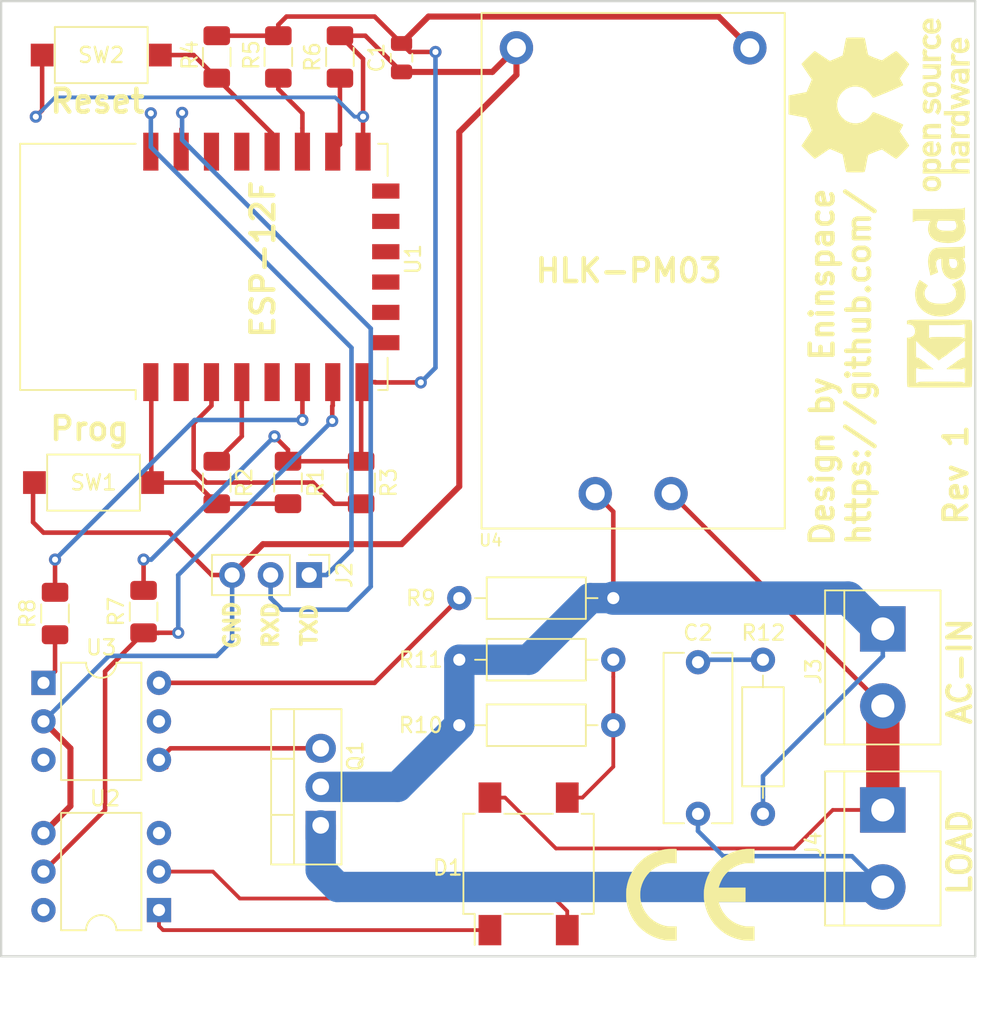
<source format=kicad_pcb>
(kicad_pcb (version 20171130) (host pcbnew 5.0.2-bee76a0~70~ubuntu18.04.1)

  (general
    (thickness 1.6)
    (drawings 15)
    (tracks 196)
    (zones 0)
    (modules 28)
    (nets 38)
  )

  (page A4)
  (layers
    (0 F.Cu signal)
    (31 B.Cu signal)
    (32 B.Adhes user)
    (33 F.Adhes user)
    (34 B.Paste user)
    (35 F.Paste user)
    (36 B.SilkS user)
    (37 F.SilkS user)
    (38 B.Mask user)
    (39 F.Mask user)
    (40 Dwgs.User user)
    (41 Cmts.User user)
    (42 Eco1.User user)
    (43 Eco2.User user)
    (44 Edge.Cuts user)
    (45 Margin user)
    (46 B.CrtYd user)
    (47 F.CrtYd user)
    (48 B.Fab user)
    (49 F.Fab user)
  )

  (setup
    (last_trace_width 0.3)
    (user_trace_width 0.3)
    (user_trace_width 0.4)
    (user_trace_width 0.5)
    (user_trace_width 0.6)
    (user_trace_width 0.7)
    (user_trace_width 2)
    (user_trace_width 2.2)
    (user_trace_width 2.3)
    (trace_clearance 0.2)
    (zone_clearance 0.508)
    (zone_45_only no)
    (trace_min 0.2)
    (segment_width 0.2)
    (edge_width 0.15)
    (via_size 0.8)
    (via_drill 0.4)
    (via_min_size 0.4)
    (via_min_drill 0.3)
    (uvia_size 0.3)
    (uvia_drill 0.1)
    (uvias_allowed no)
    (uvia_min_size 0.2)
    (uvia_min_drill 0.1)
    (pcb_text_width 0.3)
    (pcb_text_size 1.5 1.5)
    (mod_edge_width 0.15)
    (mod_text_size 1 1)
    (mod_text_width 0.15)
    (pad_size 1.524 1.524)
    (pad_drill 0.762)
    (pad_to_mask_clearance 0.051)
    (solder_mask_min_width 0.25)
    (aux_axis_origin 0 0)
    (visible_elements FFFFFF7F)
    (pcbplotparams
      (layerselection 0x010fc_ffffffff)
      (usegerberextensions false)
      (usegerberattributes false)
      (usegerberadvancedattributes false)
      (creategerberjobfile false)
      (excludeedgelayer true)
      (linewidth 0.100000)
      (plotframeref false)
      (viasonmask false)
      (mode 1)
      (useauxorigin false)
      (hpglpennumber 1)
      (hpglpenspeed 20)
      (hpglpendiameter 15.000000)
      (psnegative false)
      (psa4output false)
      (plotreference true)
      (plotvalue true)
      (plotinvisibletext false)
      (padsonsilk false)
      (subtractmaskfromsilk false)
      (outputformat 1)
      (mirror false)
      (drillshape 0)
      (scaleselection 1)
      (outputdirectory "/home/eis/Desktop/bnm/"))
  )

  (net 0 "")
  (net 1 "Net-(D1-Pad1)")
  (net 2 "Net-(D1-Pad2)")
  (net 3 "Net-(D1-Pad3)")
  (net 4 GND)
  (net 5 "Net-(J2-Pad1)")
  (net 6 "Net-(Q1-Pad3)")
  (net 7 "Net-(R2-Pad1)")
  (net 8 "Net-(R3-Pad2)")
  (net 9 "Net-(U2-Pad3)")
  (net 10 +3V3)
  (net 11 "Net-(C2-Pad1)")
  (net 12 "Net-(C2-Pad2)")
  (net 13 NEUT)
  (net 14 "Net-(J2-Pad2)")
  (net 15 LINE)
  (net 16 "Net-(R1-Pad2)")
  (net 17 "Net-(R4-Pad2)")
  (net 18 "Net-(R5-Pad2)")
  (net 19 "Net-(R6-Pad1)")
  (net 20 GPIO5)
  (net 21 "Net-(R8-Pad1)")
  (net 22 GPIO4)
  (net 23 "Net-(R9-Pad2)")
  (net 24 "Net-(U1-Pad2)")
  (net 25 "Net-(U1-Pad5)")
  (net 26 "Net-(U1-Pad9)")
  (net 27 "Net-(U1-Pad10)")
  (net 28 "Net-(U1-Pad11)")
  (net 29 "Net-(U1-Pad12)")
  (net 30 "Net-(U1-Pad13)")
  (net 31 "Net-(U1-Pad14)")
  (net 32 "Net-(U1-Pad19)")
  (net 33 "Net-(U1-Pad20)")
  (net 34 "Net-(U2-Pad6)")
  (net 35 "Net-(U3-Pad3)")
  (net 36 "Net-(U3-Pad5)")
  (net 37 "Net-(F1-Pad1)")

  (net_class Default "This is the default net class."
    (clearance 0.2)
    (trace_width 0.25)
    (via_dia 0.8)
    (via_drill 0.4)
    (uvia_dia 0.3)
    (uvia_drill 0.1)
    (add_net +3V3)
    (add_net GND)
    (add_net GPIO4)
    (add_net GPIO5)
    (add_net LINE)
    (add_net NEUT)
    (add_net "Net-(C2-Pad1)")
    (add_net "Net-(C2-Pad2)")
    (add_net "Net-(D1-Pad1)")
    (add_net "Net-(D1-Pad2)")
    (add_net "Net-(D1-Pad3)")
    (add_net "Net-(F1-Pad1)")
    (add_net "Net-(J2-Pad1)")
    (add_net "Net-(J2-Pad2)")
    (add_net "Net-(Q1-Pad3)")
    (add_net "Net-(R1-Pad2)")
    (add_net "Net-(R2-Pad1)")
    (add_net "Net-(R3-Pad2)")
    (add_net "Net-(R4-Pad2)")
    (add_net "Net-(R5-Pad2)")
    (add_net "Net-(R6-Pad1)")
    (add_net "Net-(R8-Pad1)")
    (add_net "Net-(R9-Pad2)")
    (add_net "Net-(U1-Pad10)")
    (add_net "Net-(U1-Pad11)")
    (add_net "Net-(U1-Pad12)")
    (add_net "Net-(U1-Pad13)")
    (add_net "Net-(U1-Pad14)")
    (add_net "Net-(U1-Pad19)")
    (add_net "Net-(U1-Pad2)")
    (add_net "Net-(U1-Pad20)")
    (add_net "Net-(U1-Pad5)")
    (add_net "Net-(U1-Pad9)")
    (add_net "Net-(U2-Pad3)")
    (add_net "Net-(U2-Pad6)")
    (add_net "Net-(U3-Pad3)")
    (add_net "Net-(U3-Pad5)")
  )

  (module Power_Supply:HLK-PM03 (layer F.Cu) (tedit 58C3763E) (tstamp 5C38D00D)
    (at 122.468 46.482 90)
    (path /5C1C679D)
    (fp_text reference U4 (at -17.78 -9.398 180) (layer F.SilkS)
      (effects (font (size 0.762 0.762) (thickness 0.127)))
    )
    (fp_text value HLK-PM03 (at 0 11 90) (layer F.Fab)
      (effects (font (size 0.762 0.762) (thickness 0.127)))
    )
    (fp_line (start 17 10) (end 17 -10) (layer F.SilkS) (width 0.127))
    (fp_line (start -17 -10) (end -17 10) (layer F.SilkS) (width 0.127))
    (fp_line (start -17 10) (end 17 10) (layer F.SilkS) (width 0.127))
    (fp_line (start 17 -10) (end -17 -10) (layer F.SilkS) (width 0.127))
    (pad 1 thru_hole circle (at -14.7 -2.5 90) (size 2.2 2.2) (drill 1.25) (layers *.Cu *.Mask)
      (net 15 LINE))
    (pad 2 thru_hole circle (at -14.7 2.5 90) (size 2.2 2.2) (drill 1.25) (layers *.Cu *.Mask)
      (net 13 NEUT))
    (pad 3 thru_hole circle (at 14.7 -7.7 90) (size 2.2 2.2) (drill 1.25) (layers *.Cu *.Mask)
      (net 4 GND))
    (pad 4 thru_hole circle (at 14.7 7.7 90) (size 2.2 2.2) (drill 1.25) (layers *.Cu *.Mask)
      (net 10 +3V3))
    (model C:/Engineering/KiCAD_Libraries/3D/Power_Supplies/AC_DC_Converters/VRML/HLK-PM01.wrl
      (at (xyz 0 0 0))
      (scale (xyz 1 1 1))
      (rotate (xyz 0 0 0))
    )
    (model /home/eis/Documents/KiCAD/KiCAD_Libraries-master/3D/Power_Supplies/AC_DC_Converters/VRML/HLK-PM01.wrl
      (at (xyz 0 0 0))
      (scale (xyz 1 1 1))
      (rotate (xyz 0 0 0))
    )
  )

  (module Resistor_THT:R_Axial_DIN0207_L6.3mm_D2.5mm_P10.16mm_Horizontal (layer F.Cu) (tedit 5AE5139B) (tstamp 5C173D73)
    (at 121.158 68.072 180)
    (descr "Resistor, Axial_DIN0207 series, Axial, Horizontal, pin pitch=10.16mm, 0.25W = 1/4W, length*diameter=6.3*2.5mm^2, http://cdn-reichelt.de/documents/datenblatt/B400/1_4W%23YAG.pdf")
    (tags "Resistor Axial_DIN0207 series Axial Horizontal pin pitch 10.16mm 0.25W = 1/4W length 6.3mm diameter 2.5mm")
    (path /5C1730F5)
    (fp_text reference R9 (at 12.7 0 180) (layer F.SilkS)
      (effects (font (size 1 1) (thickness 0.15)))
    )
    (fp_text value 1K (at 5.08 2.37 180) (layer F.Fab)
      (effects (font (size 1 1) (thickness 0.15)))
    )
    (fp_text user %R (at 5.08 0 180) (layer F.Fab)
      (effects (font (size 1 1) (thickness 0.15)))
    )
    (fp_line (start 11.21 -1.5) (end -1.05 -1.5) (layer F.CrtYd) (width 0.05))
    (fp_line (start 11.21 1.5) (end 11.21 -1.5) (layer F.CrtYd) (width 0.05))
    (fp_line (start -1.05 1.5) (end 11.21 1.5) (layer F.CrtYd) (width 0.05))
    (fp_line (start -1.05 -1.5) (end -1.05 1.5) (layer F.CrtYd) (width 0.05))
    (fp_line (start 9.12 0) (end 8.35 0) (layer F.SilkS) (width 0.12))
    (fp_line (start 1.04 0) (end 1.81 0) (layer F.SilkS) (width 0.12))
    (fp_line (start 8.35 -1.37) (end 1.81 -1.37) (layer F.SilkS) (width 0.12))
    (fp_line (start 8.35 1.37) (end 8.35 -1.37) (layer F.SilkS) (width 0.12))
    (fp_line (start 1.81 1.37) (end 8.35 1.37) (layer F.SilkS) (width 0.12))
    (fp_line (start 1.81 -1.37) (end 1.81 1.37) (layer F.SilkS) (width 0.12))
    (fp_line (start 10.16 0) (end 8.23 0) (layer F.Fab) (width 0.1))
    (fp_line (start 0 0) (end 1.93 0) (layer F.Fab) (width 0.1))
    (fp_line (start 8.23 -1.25) (end 1.93 -1.25) (layer F.Fab) (width 0.1))
    (fp_line (start 8.23 1.25) (end 8.23 -1.25) (layer F.Fab) (width 0.1))
    (fp_line (start 1.93 1.25) (end 8.23 1.25) (layer F.Fab) (width 0.1))
    (fp_line (start 1.93 -1.25) (end 1.93 1.25) (layer F.Fab) (width 0.1))
    (pad 2 thru_hole oval (at 10.16 0 180) (size 1.6 1.6) (drill 0.8) (layers *.Cu *.Mask)
      (net 23 "Net-(R9-Pad2)"))
    (pad 1 thru_hole circle (at 0 0 180) (size 1.6 1.6) (drill 0.8) (layers *.Cu *.Mask)
      (net 15 LINE))
    (model ${KISYS3DMOD}/Resistor_THT.3dshapes/R_Axial_DIN0207_L6.3mm_D2.5mm_P10.16mm_Horizontal.wrl
      (at (xyz 0 0 0))
      (scale (xyz 1 1 1))
      (rotate (xyz 0 0 0))
    )
  )

  (module Capacitor_SMD:C_0805_2012Metric (layer F.Cu) (tedit 5B36C52B) (tstamp 5C173C4F)
    (at 107.188 32.4335 90)
    (descr "Capacitor SMD 0805 (2012 Metric), square (rectangular) end terminal, IPC_7351 nominal, (Body size source: https://docs.google.com/spreadsheets/d/1BsfQQcO9C6DZCsRaXUlFlo91Tg2WpOkGARC1WS5S8t0/edit?usp=sharing), generated with kicad-footprint-generator")
    (tags capacitor)
    (path /5C0D48D6)
    (attr smd)
    (fp_text reference C1 (at 0 -1.65 90) (layer F.SilkS)
      (effects (font (size 1 1) (thickness 0.15)))
    )
    (fp_text value 100nF (at 0 1.65 90) (layer F.Fab)
      (effects (font (size 1 1) (thickness 0.15)))
    )
    (fp_line (start -1 0.6) (end -1 -0.6) (layer F.Fab) (width 0.1))
    (fp_line (start -1 -0.6) (end 1 -0.6) (layer F.Fab) (width 0.1))
    (fp_line (start 1 -0.6) (end 1 0.6) (layer F.Fab) (width 0.1))
    (fp_line (start 1 0.6) (end -1 0.6) (layer F.Fab) (width 0.1))
    (fp_line (start -0.258578 -0.71) (end 0.258578 -0.71) (layer F.SilkS) (width 0.12))
    (fp_line (start -0.258578 0.71) (end 0.258578 0.71) (layer F.SilkS) (width 0.12))
    (fp_line (start -1.68 0.95) (end -1.68 -0.95) (layer F.CrtYd) (width 0.05))
    (fp_line (start -1.68 -0.95) (end 1.68 -0.95) (layer F.CrtYd) (width 0.05))
    (fp_line (start 1.68 -0.95) (end 1.68 0.95) (layer F.CrtYd) (width 0.05))
    (fp_line (start 1.68 0.95) (end -1.68 0.95) (layer F.CrtYd) (width 0.05))
    (fp_text user %R (at 0 0 90) (layer F.Fab)
      (effects (font (size 0.5 0.5) (thickness 0.08)))
    )
    (pad 1 smd roundrect (at -0.9375 0 90) (size 0.975 1.4) (layers F.Cu F.Paste F.Mask) (roundrect_rratio 0.25)
      (net 4 GND))
    (pad 2 smd roundrect (at 0.9375 0 90) (size 0.975 1.4) (layers F.Cu F.Paste F.Mask) (roundrect_rratio 0.25)
      (net 10 +3V3))
    (model ${KISYS3DMOD}/Capacitor_SMD.3dshapes/C_0805_2012Metric.wrl
      (at (xyz 0 0 0))
      (scale (xyz 1 1 1))
      (rotate (xyz 0 0 0))
    )
  )

  (module Capacitor_THT:C_Rect_L11.0mm_W4.3mm_P10.00mm_MKT (layer F.Cu) (tedit 5C1BD3CD) (tstamp 5C173C64)
    (at 126.746 72.300532 270)
    (descr "C, Rect series, Radial, pin pitch=10.00mm, , length*width=11.0*4.3mm^2, Capacitor, https://en.tdk.eu/inf/20/20/db/fc_2009/MKT_B32560_564.pdf")
    (tags "C Rect series Radial pin pitch 10.00mm  length 11.0mm width 4.3mm Capacitor")
    (path /5C051A98)
    (fp_text reference C2 (at -1.942532 0) (layer F.SilkS)
      (effects (font (size 1 1) (thickness 0.15)))
    )
    (fp_text value 10nF (at 5 3.4 270) (layer F.Fab)
      (effects (font (size 1 1) (thickness 0.15)))
    )
    (fp_line (start -0.5 -2.15) (end -0.5 2.15) (layer F.Fab) (width 0.1))
    (fp_line (start -0.5 2.15) (end 10.5 2.15) (layer F.Fab) (width 0.1))
    (fp_line (start 10.5 2.15) (end 10.5 -2.15) (layer F.Fab) (width 0.1))
    (fp_line (start 10.5 -2.15) (end -0.5 -2.15) (layer F.Fab) (width 0.1))
    (fp_line (start -0.62 -2.27) (end 10.62 -2.27) (layer F.SilkS) (width 0.12))
    (fp_line (start -0.62 2.27) (end 10.62 2.27) (layer F.SilkS) (width 0.12))
    (fp_line (start -0.62 -2.27) (end -0.62 -0.925) (layer F.SilkS) (width 0.12))
    (fp_line (start -0.62 0.925) (end -0.62 2.27) (layer F.SilkS) (width 0.12))
    (fp_line (start 10.62 -2.27) (end 10.62 -0.925) (layer F.SilkS) (width 0.12))
    (fp_line (start 10.62 0.925) (end 10.62 2.27) (layer F.SilkS) (width 0.12))
    (fp_line (start -1.05 -2.4) (end -1.05 2.4) (layer F.CrtYd) (width 0.05))
    (fp_line (start -1.05 2.4) (end 11.05 2.4) (layer F.CrtYd) (width 0.05))
    (fp_line (start 11.05 2.4) (end 11.05 -2.4) (layer F.CrtYd) (width 0.05))
    (fp_line (start 11.05 -2.4) (end -1.05 -2.4) (layer F.CrtYd) (width 0.05))
    (fp_text user %R (at 5 0 270) (layer F.Fab)
      (effects (font (size 1 1) (thickness 0.15)))
    )
    (pad 1 thru_hole circle (at 0 0 270) (size 1.6 1.6) (drill 0.8) (layers *.Cu *.Mask)
      (net 11 "Net-(C2-Pad1)"))
    (pad 2 thru_hole circle (at 10 0 270) (size 1.6 1.6) (drill 0.8) (layers *.Cu *.Mask)
      (net 12 "Net-(C2-Pad2)"))
    (model ${KISYS3DMOD}/Capacitor_THT.3dshapes/C_Rect_L11.0mm_W4.3mm_P10.00mm_MKT.wrl
      (at (xyz 0 0 0))
      (scale (xyz 1 1 1))
      (rotate (xyz 0 0 0))
    )
  )

  (module Diode_SMD:Diode_Bridge_Vishay_DFS (layer F.Cu) (tedit 5C1BD3E9) (tstamp 5C173C81)
    (at 115.57 85.598 90)
    (descr "SMD diode bridge DFS, see http://www.vishay.com/docs/88854/padlayouts.pdf")
    (tags DFS)
    (path /5C17311D)
    (attr smd)
    (fp_text reference D1 (at -0.254 -5.334 180) (layer F.SilkS)
      (effects (font (size 1 1) (thickness 0.15)))
    )
    (fp_text value D_Bridge_+-AA (at 0 5.2 90) (layer F.Fab)
      (effects (font (size 1 1) (thickness 0.15)))
    )
    (fp_line (start 3.302 -4.318) (end 3.302 -4.318) (layer F.SilkS) (width 0.12))
    (fp_line (start 3.302 -3.556) (end 3.302 -4.318) (layer F.SilkS) (width 0.12))
    (fp_line (start -5.334 -3.556) (end -5.334 -3.556) (layer F.SilkS) (width 0.12))
    (fp_line (start -3.302 -3.556) (end -5.334 -3.556) (layer F.SilkS) (width 0.12))
    (fp_line (start -3.302 -4.318) (end -3.302 -3.556) (layer F.SilkS) (width 0.12))
    (fp_text user %R (at 0 -0.065 90) (layer F.Fab)
      (effects (font (size 1 1) (thickness 0.15)))
    )
    (fp_line (start -3.3 3.5) (end -3.3 4.3) (layer F.SilkS) (width 0.12))
    (fp_line (start -3.3 4.3) (end 3.3 4.3) (layer F.SilkS) (width 0.12))
    (fp_line (start 3.3 4.3) (end 3.3 3.5) (layer F.SilkS) (width 0.12))
    (fp_line (start -3.3 -1.6) (end -3.3 1.6) (layer F.SilkS) (width 0.12))
    (fp_line (start 3.3 -1.6) (end 3.3 1.6) (layer F.SilkS) (width 0.12))
    (fp_line (start -3.3 -4.3) (end 3.3 -4.3) (layer F.SilkS) (width 0.12))
    (fp_line (start 3.2 -4.2) (end 3.2 4.2) (layer F.Fab) (width 0.12))
    (fp_line (start 3.2 4.2) (end -3.2 4.2) (layer F.Fab) (width 0.12))
    (fp_line (start -3.2 4.2) (end -3.2 -3.3) (layer F.Fab) (width 0.12))
    (fp_line (start -3.2 -3.3) (end -2.3 -4.2) (layer F.Fab) (width 0.12))
    (fp_line (start -2.3 -4.2) (end 3.2 -4.2) (layer F.Fab) (width 0.12))
    (fp_line (start -5.62 -4.45) (end 5.62 -4.45) (layer F.CrtYd) (width 0.05))
    (fp_line (start -5.62 -4.45) (end -5.62 4.45) (layer F.CrtYd) (width 0.05))
    (fp_line (start 5.62 4.45) (end 5.62 -4.45) (layer F.CrtYd) (width 0.05))
    (fp_line (start 5.62 4.45) (end -5.62 4.45) (layer F.CrtYd) (width 0.05))
    (pad 1 smd rect (at -4.37 -2.55 90) (size 2 1.5) (layers F.Cu F.Paste F.Mask)
      (net 1 "Net-(D1-Pad1)"))
    (pad 2 smd rect (at -4.37 2.55 90) (size 2 1.5) (layers F.Cu F.Paste F.Mask)
      (net 2 "Net-(D1-Pad2)"))
    (pad 3 smd rect (at 4.37 2.55 90) (size 2 1.5) (layers F.Cu F.Paste F.Mask)
      (net 3 "Net-(D1-Pad3)"))
    (pad 4 smd rect (at 4.37 -2.55 90) (size 2 1.5) (layers F.Cu F.Paste F.Mask)
      (net 13 NEUT))
    (model ${KISYS3DMOD}/Diode_SMD.3dshapes/Diode_Bridge_Vishay_DFS.wrl
      (at (xyz 0 0 0))
      (scale (xyz 1 1 1))
      (rotate (xyz 0 0 0))
    )
  )

  (module Connector_PinHeader_2.54mm:PinHeader_1x03_P2.54mm_Vertical (layer F.Cu) (tedit 59FED5CC) (tstamp 5C173C98)
    (at 101.092 66.548 270)
    (descr "Through hole straight pin header, 1x03, 2.54mm pitch, single row")
    (tags "Through hole pin header THT 1x03 2.54mm single row")
    (path /5C294A27)
    (fp_text reference J2 (at 0 -2.33 270) (layer F.SilkS)
      (effects (font (size 1 1) (thickness 0.15)))
    )
    (fp_text value Conn_01x03 (at 0 7.41 270) (layer F.Fab)
      (effects (font (size 1 1) (thickness 0.15)))
    )
    (fp_line (start -0.635 -1.27) (end 1.27 -1.27) (layer F.Fab) (width 0.1))
    (fp_line (start 1.27 -1.27) (end 1.27 6.35) (layer F.Fab) (width 0.1))
    (fp_line (start 1.27 6.35) (end -1.27 6.35) (layer F.Fab) (width 0.1))
    (fp_line (start -1.27 6.35) (end -1.27 -0.635) (layer F.Fab) (width 0.1))
    (fp_line (start -1.27 -0.635) (end -0.635 -1.27) (layer F.Fab) (width 0.1))
    (fp_line (start -1.33 6.41) (end 1.33 6.41) (layer F.SilkS) (width 0.12))
    (fp_line (start -1.33 1.27) (end -1.33 6.41) (layer F.SilkS) (width 0.12))
    (fp_line (start 1.33 1.27) (end 1.33 6.41) (layer F.SilkS) (width 0.12))
    (fp_line (start -1.33 1.27) (end 1.33 1.27) (layer F.SilkS) (width 0.12))
    (fp_line (start -1.33 0) (end -1.33 -1.33) (layer F.SilkS) (width 0.12))
    (fp_line (start -1.33 -1.33) (end 0 -1.33) (layer F.SilkS) (width 0.12))
    (fp_line (start -1.8 -1.8) (end -1.8 6.85) (layer F.CrtYd) (width 0.05))
    (fp_line (start -1.8 6.85) (end 1.8 6.85) (layer F.CrtYd) (width 0.05))
    (fp_line (start 1.8 6.85) (end 1.8 -1.8) (layer F.CrtYd) (width 0.05))
    (fp_line (start 1.8 -1.8) (end -1.8 -1.8) (layer F.CrtYd) (width 0.05))
    (fp_text user %R (at 0 2.54) (layer F.Fab)
      (effects (font (size 1 1) (thickness 0.15)))
    )
    (pad 1 thru_hole rect (at 0 0 270) (size 1.7 1.7) (drill 1) (layers *.Cu *.Mask)
      (net 5 "Net-(J2-Pad1)"))
    (pad 2 thru_hole oval (at 0 2.54 270) (size 1.7 1.7) (drill 1) (layers *.Cu *.Mask)
      (net 14 "Net-(J2-Pad2)"))
    (pad 3 thru_hole oval (at 0 5.08 270) (size 1.7 1.7) (drill 1) (layers *.Cu *.Mask)
      (net 4 GND))
    (model ${KISYS3DMOD}/Connector_PinHeader_2.54mm.3dshapes/PinHeader_1x03_P2.54mm_Vertical.wrl
      (at (xyz 0 0 0))
      (scale (xyz 1 1 1))
      (rotate (xyz 0 0 0))
    )
  )

  (module Package_TO_SOT_THT:TO-220-3_Vertical (layer F.Cu) (tedit 5AC8BA0D) (tstamp 5C173CD4)
    (at 101.854 83.058 90)
    (descr "TO-220-3, Vertical, RM 2.54mm, see https://www.vishay.com/docs/66542/to-220-1.pdf")
    (tags "TO-220-3 Vertical RM 2.54mm")
    (path /5C1730D7)
    (fp_text reference Q1 (at 4.572 2.286 90) (layer F.SilkS)
      (effects (font (size 1 1) (thickness 0.15)))
    )
    (fp_text value BTA16-600B (at 2.54 -2.54 90) (layer F.Fab)
      (effects (font (size 1 1) (thickness 0.15)))
    )
    (fp_line (start -2.46 -3.15) (end -2.46 1.25) (layer F.Fab) (width 0.1))
    (fp_line (start -2.46 1.25) (end 7.54 1.25) (layer F.Fab) (width 0.1))
    (fp_line (start 7.54 1.25) (end 7.54 -3.15) (layer F.Fab) (width 0.1))
    (fp_line (start 7.54 -3.15) (end -2.46 -3.15) (layer F.Fab) (width 0.1))
    (fp_line (start -2.46 -1.88) (end 7.54 -1.88) (layer F.Fab) (width 0.1))
    (fp_line (start 0.69 -3.15) (end 0.69 -1.88) (layer F.Fab) (width 0.1))
    (fp_line (start 4.39 -3.15) (end 4.39 -1.88) (layer F.Fab) (width 0.1))
    (fp_line (start -2.58 -3.27) (end 7.66 -3.27) (layer F.SilkS) (width 0.12))
    (fp_line (start -2.58 1.371) (end 7.66 1.371) (layer F.SilkS) (width 0.12))
    (fp_line (start -2.58 -3.27) (end -2.58 1.371) (layer F.SilkS) (width 0.12))
    (fp_line (start 7.66 -3.27) (end 7.66 1.371) (layer F.SilkS) (width 0.12))
    (fp_line (start -2.58 -1.76) (end 7.66 -1.76) (layer F.SilkS) (width 0.12))
    (fp_line (start 0.69 -3.27) (end 0.69 -1.76) (layer F.SilkS) (width 0.12))
    (fp_line (start 4.391 -3.27) (end 4.391 -1.76) (layer F.SilkS) (width 0.12))
    (fp_line (start -2.71 -3.4) (end -2.71 1.51) (layer F.CrtYd) (width 0.05))
    (fp_line (start -2.71 1.51) (end 7.79 1.51) (layer F.CrtYd) (width 0.05))
    (fp_line (start 7.79 1.51) (end 7.79 -3.4) (layer F.CrtYd) (width 0.05))
    (fp_line (start 7.79 -3.4) (end -2.71 -3.4) (layer F.CrtYd) (width 0.05))
    (fp_text user %R (at 4.572 2.286 90) (layer F.Fab)
      (effects (font (size 1 1) (thickness 0.15)))
    )
    (pad 1 thru_hole rect (at 0 0 90) (size 1.905 2) (drill 1.1) (layers *.Cu *.Mask)
      (net 12 "Net-(C2-Pad2)"))
    (pad 2 thru_hole oval (at 2.54 0 90) (size 1.905 2) (drill 1.1) (layers *.Cu *.Mask)
      (net 15 LINE))
    (pad 3 thru_hole oval (at 5.08 0 90) (size 1.905 2) (drill 1.1) (layers *.Cu *.Mask)
      (net 6 "Net-(Q1-Pad3)"))
    (model ${KISYS3DMOD}/Package_TO_SOT_THT.3dshapes/TO-220-3_Vertical.wrl
      (at (xyz 0 0 0))
      (scale (xyz 1 1 1))
      (rotate (xyz 0 0 0))
    )
  )

  (module Resistor_SMD:R_1206_3216Metric (layer F.Cu) (tedit 5B301BBD) (tstamp 5C173CE5)
    (at 99.697586 60.445677 270)
    (descr "Resistor SMD 1206 (3216 Metric), square (rectangular) end terminal, IPC_7351 nominal, (Body size source: http://www.tortai-tech.com/upload/download/2011102023233369053.pdf), generated with kicad-footprint-generator")
    (tags resistor)
    (path /5C02C846)
    (attr smd)
    (fp_text reference R1 (at 0 -1.82 270) (layer F.SilkS)
      (effects (font (size 1 1) (thickness 0.15)))
    )
    (fp_text value 10K (at 0 1.82 270) (layer F.Fab)
      (effects (font (size 1 1) (thickness 0.15)))
    )
    (fp_line (start -1.6 0.8) (end -1.6 -0.8) (layer F.Fab) (width 0.1))
    (fp_line (start -1.6 -0.8) (end 1.6 -0.8) (layer F.Fab) (width 0.1))
    (fp_line (start 1.6 -0.8) (end 1.6 0.8) (layer F.Fab) (width 0.1))
    (fp_line (start 1.6 0.8) (end -1.6 0.8) (layer F.Fab) (width 0.1))
    (fp_line (start -0.602064 -0.91) (end 0.602064 -0.91) (layer F.SilkS) (width 0.12))
    (fp_line (start -0.602064 0.91) (end 0.602064 0.91) (layer F.SilkS) (width 0.12))
    (fp_line (start -2.28 1.12) (end -2.28 -1.12) (layer F.CrtYd) (width 0.05))
    (fp_line (start -2.28 -1.12) (end 2.28 -1.12) (layer F.CrtYd) (width 0.05))
    (fp_line (start 2.28 -1.12) (end 2.28 1.12) (layer F.CrtYd) (width 0.05))
    (fp_line (start 2.28 1.12) (end -2.28 1.12) (layer F.CrtYd) (width 0.05))
    (fp_text user %R (at 0 0 270) (layer F.Fab)
      (effects (font (size 0.8 0.8) (thickness 0.12)))
    )
    (pad 1 smd roundrect (at -1.4 0 270) (size 1.25 1.75) (layers F.Cu F.Paste F.Mask) (roundrect_rratio 0.2)
      (net 10 +3V3))
    (pad 2 smd roundrect (at 1.4 0 270) (size 1.25 1.75) (layers F.Cu F.Paste F.Mask) (roundrect_rratio 0.2)
      (net 16 "Net-(R1-Pad2)"))
    (model ${KISYS3DMOD}/Resistor_SMD.3dshapes/R_1206_3216Metric.wrl
      (at (xyz 0 0 0))
      (scale (xyz 1 1 1))
      (rotate (xyz 0 0 0))
    )
  )

  (module Resistor_SMD:R_1206_3216Metric (layer F.Cu) (tedit 5B301BBD) (tstamp 5C173CF6)
    (at 94.996 60.451677 270)
    (descr "Resistor SMD 1206 (3216 Metric), square (rectangular) end terminal, IPC_7351 nominal, (Body size source: http://www.tortai-tech.com/upload/download/2011102023233369053.pdf), generated with kicad-footprint-generator")
    (tags resistor)
    (path /5C02D110)
    (attr smd)
    (fp_text reference R2 (at 0 -1.82 270) (layer F.SilkS)
      (effects (font (size 1 1) (thickness 0.15)))
    )
    (fp_text value 470 (at 0 1.82 270) (layer F.Fab)
      (effects (font (size 1 1) (thickness 0.15)))
    )
    (fp_line (start -1.6 0.8) (end -1.6 -0.8) (layer F.Fab) (width 0.1))
    (fp_line (start -1.6 -0.8) (end 1.6 -0.8) (layer F.Fab) (width 0.1))
    (fp_line (start 1.6 -0.8) (end 1.6 0.8) (layer F.Fab) (width 0.1))
    (fp_line (start 1.6 0.8) (end -1.6 0.8) (layer F.Fab) (width 0.1))
    (fp_line (start -0.602064 -0.91) (end 0.602064 -0.91) (layer F.SilkS) (width 0.12))
    (fp_line (start -0.602064 0.91) (end 0.602064 0.91) (layer F.SilkS) (width 0.12))
    (fp_line (start -2.28 1.12) (end -2.28 -1.12) (layer F.CrtYd) (width 0.05))
    (fp_line (start -2.28 -1.12) (end 2.28 -1.12) (layer F.CrtYd) (width 0.05))
    (fp_line (start 2.28 -1.12) (end 2.28 1.12) (layer F.CrtYd) (width 0.05))
    (fp_line (start 2.28 1.12) (end -2.28 1.12) (layer F.CrtYd) (width 0.05))
    (fp_text user %R (at 0 0 270) (layer F.Fab)
      (effects (font (size 0.8 0.8) (thickness 0.12)))
    )
    (pad 1 smd roundrect (at -1.4 0 270) (size 1.25 1.75) (layers F.Cu F.Paste F.Mask) (roundrect_rratio 0.2)
      (net 7 "Net-(R2-Pad1)"))
    (pad 2 smd roundrect (at 1.4 0 270) (size 1.25 1.75) (layers F.Cu F.Paste F.Mask) (roundrect_rratio 0.2)
      (net 16 "Net-(R1-Pad2)"))
    (model ${KISYS3DMOD}/Resistor_SMD.3dshapes/R_1206_3216Metric.wrl
      (at (xyz 0 0 0))
      (scale (xyz 1 1 1))
      (rotate (xyz 0 0 0))
    )
  )

  (module Resistor_SMD:R_1206_3216Metric (layer F.Cu) (tedit 5B301BBD) (tstamp 5C173D07)
    (at 104.523586 60.451677 270)
    (descr "Resistor SMD 1206 (3216 Metric), square (rectangular) end terminal, IPC_7351 nominal, (Body size source: http://www.tortai-tech.com/upload/download/2011102023233369053.pdf), generated with kicad-footprint-generator")
    (tags resistor)
    (path /5C02C92D)
    (attr smd)
    (fp_text reference R3 (at 0 -1.82 270) (layer F.SilkS)
      (effects (font (size 1 1) (thickness 0.15)))
    )
    (fp_text value 10K (at 0 1.82 270) (layer F.Fab)
      (effects (font (size 1 1) (thickness 0.15)))
    )
    (fp_line (start -1.6 0.8) (end -1.6 -0.8) (layer F.Fab) (width 0.1))
    (fp_line (start -1.6 -0.8) (end 1.6 -0.8) (layer F.Fab) (width 0.1))
    (fp_line (start 1.6 -0.8) (end 1.6 0.8) (layer F.Fab) (width 0.1))
    (fp_line (start 1.6 0.8) (end -1.6 0.8) (layer F.Fab) (width 0.1))
    (fp_line (start -0.602064 -0.91) (end 0.602064 -0.91) (layer F.SilkS) (width 0.12))
    (fp_line (start -0.602064 0.91) (end 0.602064 0.91) (layer F.SilkS) (width 0.12))
    (fp_line (start -2.28 1.12) (end -2.28 -1.12) (layer F.CrtYd) (width 0.05))
    (fp_line (start -2.28 -1.12) (end 2.28 -1.12) (layer F.CrtYd) (width 0.05))
    (fp_line (start 2.28 -1.12) (end 2.28 1.12) (layer F.CrtYd) (width 0.05))
    (fp_line (start 2.28 1.12) (end -2.28 1.12) (layer F.CrtYd) (width 0.05))
    (fp_text user %R (at 0 0 270) (layer F.Fab)
      (effects (font (size 0.8 0.8) (thickness 0.12)))
    )
    (pad 1 smd roundrect (at -1.4 0 270) (size 1.25 1.75) (layers F.Cu F.Paste F.Mask) (roundrect_rratio 0.2)
      (net 10 +3V3))
    (pad 2 smd roundrect (at 1.4 0 270) (size 1.25 1.75) (layers F.Cu F.Paste F.Mask) (roundrect_rratio 0.2)
      (net 8 "Net-(R3-Pad2)"))
    (model ${KISYS3DMOD}/Resistor_SMD.3dshapes/R_1206_3216Metric.wrl
      (at (xyz 0 0 0))
      (scale (xyz 1 1 1))
      (rotate (xyz 0 0 0))
    )
  )

  (module Resistor_SMD:R_1206_3216Metric (layer F.Cu) (tedit 5B301BBD) (tstamp 5C173D18)
    (at 94.996 32.382 270)
    (descr "Resistor SMD 1206 (3216 Metric), square (rectangular) end terminal, IPC_7351 nominal, (Body size source: http://www.tortai-tech.com/upload/download/2011102023233369053.pdf), generated with kicad-footprint-generator")
    (tags resistor)
    (path /5C02D187)
    (attr smd)
    (fp_text reference R4 (at -0.124 1.778 270) (layer F.SilkS)
      (effects (font (size 1 1) (thickness 0.15)))
    )
    (fp_text value 10K (at 0 1.82 270) (layer F.Fab)
      (effects (font (size 1 1) (thickness 0.15)))
    )
    (fp_text user %R (at 0 0 270) (layer F.Fab)
      (effects (font (size 0.8 0.8) (thickness 0.12)))
    )
    (fp_line (start 2.28 1.12) (end -2.28 1.12) (layer F.CrtYd) (width 0.05))
    (fp_line (start 2.28 -1.12) (end 2.28 1.12) (layer F.CrtYd) (width 0.05))
    (fp_line (start -2.28 -1.12) (end 2.28 -1.12) (layer F.CrtYd) (width 0.05))
    (fp_line (start -2.28 1.12) (end -2.28 -1.12) (layer F.CrtYd) (width 0.05))
    (fp_line (start -0.602064 0.91) (end 0.602064 0.91) (layer F.SilkS) (width 0.12))
    (fp_line (start -0.602064 -0.91) (end 0.602064 -0.91) (layer F.SilkS) (width 0.12))
    (fp_line (start 1.6 0.8) (end -1.6 0.8) (layer F.Fab) (width 0.1))
    (fp_line (start 1.6 -0.8) (end 1.6 0.8) (layer F.Fab) (width 0.1))
    (fp_line (start -1.6 -0.8) (end 1.6 -0.8) (layer F.Fab) (width 0.1))
    (fp_line (start -1.6 0.8) (end -1.6 -0.8) (layer F.Fab) (width 0.1))
    (pad 2 smd roundrect (at 1.4 0 270) (size 1.25 1.75) (layers F.Cu F.Paste F.Mask) (roundrect_rratio 0.2)
      (net 17 "Net-(R4-Pad2)"))
    (pad 1 smd roundrect (at -1.4 0 270) (size 1.25 1.75) (layers F.Cu F.Paste F.Mask) (roundrect_rratio 0.2)
      (net 10 +3V3))
    (model ${KISYS3DMOD}/Resistor_SMD.3dshapes/R_1206_3216Metric.wrl
      (at (xyz 0 0 0))
      (scale (xyz 1 1 1))
      (rotate (xyz 0 0 0))
    )
  )

  (module Resistor_SMD:R_1206_3216Metric (layer F.Cu) (tedit 5B301BBD) (tstamp 5C173D29)
    (at 99.06 32.382 270)
    (descr "Resistor SMD 1206 (3216 Metric), square (rectangular) end terminal, IPC_7351 nominal, (Body size source: http://www.tortai-tech.com/upload/download/2011102023233369053.pdf), generated with kicad-footprint-generator")
    (tags resistor)
    (path /5C02C97C)
    (attr smd)
    (fp_text reference R5 (at -0.124 1.778 270) (layer F.SilkS)
      (effects (font (size 1 1) (thickness 0.15)))
    )
    (fp_text value 10K (at 0 1.82 270) (layer F.Fab)
      (effects (font (size 1 1) (thickness 0.15)))
    )
    (fp_text user %R (at 0 0 270) (layer F.Fab)
      (effects (font (size 0.8 0.8) (thickness 0.12)))
    )
    (fp_line (start 2.28 1.12) (end -2.28 1.12) (layer F.CrtYd) (width 0.05))
    (fp_line (start 2.28 -1.12) (end 2.28 1.12) (layer F.CrtYd) (width 0.05))
    (fp_line (start -2.28 -1.12) (end 2.28 -1.12) (layer F.CrtYd) (width 0.05))
    (fp_line (start -2.28 1.12) (end -2.28 -1.12) (layer F.CrtYd) (width 0.05))
    (fp_line (start -0.602064 0.91) (end 0.602064 0.91) (layer F.SilkS) (width 0.12))
    (fp_line (start -0.602064 -0.91) (end 0.602064 -0.91) (layer F.SilkS) (width 0.12))
    (fp_line (start 1.6 0.8) (end -1.6 0.8) (layer F.Fab) (width 0.1))
    (fp_line (start 1.6 -0.8) (end 1.6 0.8) (layer F.Fab) (width 0.1))
    (fp_line (start -1.6 -0.8) (end 1.6 -0.8) (layer F.Fab) (width 0.1))
    (fp_line (start -1.6 0.8) (end -1.6 -0.8) (layer F.Fab) (width 0.1))
    (pad 2 smd roundrect (at 1.4 0 270) (size 1.25 1.75) (layers F.Cu F.Paste F.Mask) (roundrect_rratio 0.2)
      (net 18 "Net-(R5-Pad2)"))
    (pad 1 smd roundrect (at -1.4 0 270) (size 1.25 1.75) (layers F.Cu F.Paste F.Mask) (roundrect_rratio 0.2)
      (net 10 +3V3))
    (model ${KISYS3DMOD}/Resistor_SMD.3dshapes/R_1206_3216Metric.wrl
      (at (xyz 0 0 0))
      (scale (xyz 1 1 1))
      (rotate (xyz 0 0 0))
    )
  )

  (module Resistor_SMD:R_1206_3216Metric (layer F.Cu) (tedit 5B301BBD) (tstamp 5C173D3A)
    (at 103.124 32.382 90)
    (descr "Resistor SMD 1206 (3216 Metric), square (rectangular) end terminal, IPC_7351 nominal, (Body size source: http://www.tortai-tech.com/upload/download/2011102023233369053.pdf), generated with kicad-footprint-generator")
    (tags resistor)
    (path /5C02D0C5)
    (attr smd)
    (fp_text reference R6 (at 0 -1.82 90) (layer F.SilkS)
      (effects (font (size 1 1) (thickness 0.15)))
    )
    (fp_text value 10K (at 0 1.82 90) (layer F.Fab)
      (effects (font (size 1 1) (thickness 0.15)))
    )
    (fp_text user %R (at 0 0 90) (layer F.Fab)
      (effects (font (size 0.8 0.8) (thickness 0.12)))
    )
    (fp_line (start 2.28 1.12) (end -2.28 1.12) (layer F.CrtYd) (width 0.05))
    (fp_line (start 2.28 -1.12) (end 2.28 1.12) (layer F.CrtYd) (width 0.05))
    (fp_line (start -2.28 -1.12) (end 2.28 -1.12) (layer F.CrtYd) (width 0.05))
    (fp_line (start -2.28 1.12) (end -2.28 -1.12) (layer F.CrtYd) (width 0.05))
    (fp_line (start -0.602064 0.91) (end 0.602064 0.91) (layer F.SilkS) (width 0.12))
    (fp_line (start -0.602064 -0.91) (end 0.602064 -0.91) (layer F.SilkS) (width 0.12))
    (fp_line (start 1.6 0.8) (end -1.6 0.8) (layer F.Fab) (width 0.1))
    (fp_line (start 1.6 -0.8) (end 1.6 0.8) (layer F.Fab) (width 0.1))
    (fp_line (start -1.6 -0.8) (end 1.6 -0.8) (layer F.Fab) (width 0.1))
    (fp_line (start -1.6 0.8) (end -1.6 -0.8) (layer F.Fab) (width 0.1))
    (pad 2 smd roundrect (at 1.4 0 90) (size 1.25 1.75) (layers F.Cu F.Paste F.Mask) (roundrect_rratio 0.2)
      (net 4 GND))
    (pad 1 smd roundrect (at -1.4 0 90) (size 1.25 1.75) (layers F.Cu F.Paste F.Mask) (roundrect_rratio 0.2)
      (net 19 "Net-(R6-Pad1)"))
    (model ${KISYS3DMOD}/Resistor_SMD.3dshapes/R_1206_3216Metric.wrl
      (at (xyz 0 0 0))
      (scale (xyz 1 1 1))
      (rotate (xyz 0 0 0))
    )
  )

  (module Resistor_SMD:R_1206_3216Metric (layer F.Cu) (tedit 5B301BBD) (tstamp 5C173D4B)
    (at 90.17 68.964 90)
    (descr "Resistor SMD 1206 (3216 Metric), square (rectangular) end terminal, IPC_7351 nominal, (Body size source: http://www.tortai-tech.com/upload/download/2011102023233369053.pdf), generated with kicad-footprint-generator")
    (tags resistor)
    (path /5C1730EE)
    (attr smd)
    (fp_text reference R7 (at 0 -1.82 90) (layer F.SilkS)
      (effects (font (size 1 1) (thickness 0.15)))
    )
    (fp_text value "220 or 10k" (at 0 1.82 90) (layer F.Fab)
      (effects (font (size 1 1) (thickness 0.15)))
    )
    (fp_text user %R (at 0 0 90) (layer F.Fab)
      (effects (font (size 0.8 0.8) (thickness 0.12)))
    )
    (fp_line (start 2.28 1.12) (end -2.28 1.12) (layer F.CrtYd) (width 0.05))
    (fp_line (start 2.28 -1.12) (end 2.28 1.12) (layer F.CrtYd) (width 0.05))
    (fp_line (start -2.28 -1.12) (end 2.28 -1.12) (layer F.CrtYd) (width 0.05))
    (fp_line (start -2.28 1.12) (end -2.28 -1.12) (layer F.CrtYd) (width 0.05))
    (fp_line (start -0.602064 0.91) (end 0.602064 0.91) (layer F.SilkS) (width 0.12))
    (fp_line (start -0.602064 -0.91) (end 0.602064 -0.91) (layer F.SilkS) (width 0.12))
    (fp_line (start 1.6 0.8) (end -1.6 0.8) (layer F.Fab) (width 0.1))
    (fp_line (start 1.6 -0.8) (end 1.6 0.8) (layer F.Fab) (width 0.1))
    (fp_line (start -1.6 -0.8) (end 1.6 -0.8) (layer F.Fab) (width 0.1))
    (fp_line (start -1.6 0.8) (end -1.6 -0.8) (layer F.Fab) (width 0.1))
    (pad 2 smd roundrect (at 1.4 0 90) (size 1.25 1.75) (layers F.Cu F.Paste F.Mask) (roundrect_rratio 0.2)
      (net 10 +3V3))
    (pad 1 smd roundrect (at -1.4 0 90) (size 1.25 1.75) (layers F.Cu F.Paste F.Mask) (roundrect_rratio 0.2)
      (net 20 GPIO5))
    (model ${KISYS3DMOD}/Resistor_SMD.3dshapes/R_1206_3216Metric.wrl
      (at (xyz 0 0 0))
      (scale (xyz 1 1 1))
      (rotate (xyz 0 0 0))
    )
  )

  (module Resistor_SMD:R_1206_3216Metric (layer F.Cu) (tedit 5B301BBD) (tstamp 5C173D5C)
    (at 84.328 69.088 90)
    (descr "Resistor SMD 1206 (3216 Metric), square (rectangular) end terminal, IPC_7351 nominal, (Body size source: http://www.tortai-tech.com/upload/download/2011102023233369053.pdf), generated with kicad-footprint-generator")
    (tags resistor)
    (path /5C1730FC)
    (attr smd)
    (fp_text reference R8 (at 0 -1.82 90) (layer F.SilkS)
      (effects (font (size 1 1) (thickness 0.15)))
    )
    (fp_text value 150 (at 0 1.82 90) (layer F.Fab)
      (effects (font (size 1 1) (thickness 0.15)))
    )
    (fp_line (start -1.6 0.8) (end -1.6 -0.8) (layer F.Fab) (width 0.1))
    (fp_line (start -1.6 -0.8) (end 1.6 -0.8) (layer F.Fab) (width 0.1))
    (fp_line (start 1.6 -0.8) (end 1.6 0.8) (layer F.Fab) (width 0.1))
    (fp_line (start 1.6 0.8) (end -1.6 0.8) (layer F.Fab) (width 0.1))
    (fp_line (start -0.602064 -0.91) (end 0.602064 -0.91) (layer F.SilkS) (width 0.12))
    (fp_line (start -0.602064 0.91) (end 0.602064 0.91) (layer F.SilkS) (width 0.12))
    (fp_line (start -2.28 1.12) (end -2.28 -1.12) (layer F.CrtYd) (width 0.05))
    (fp_line (start -2.28 -1.12) (end 2.28 -1.12) (layer F.CrtYd) (width 0.05))
    (fp_line (start 2.28 -1.12) (end 2.28 1.12) (layer F.CrtYd) (width 0.05))
    (fp_line (start 2.28 1.12) (end -2.28 1.12) (layer F.CrtYd) (width 0.05))
    (fp_text user %R (at 0 0 90) (layer F.Fab)
      (effects (font (size 0.8 0.8) (thickness 0.12)))
    )
    (pad 1 smd roundrect (at -1.4 0 90) (size 1.25 1.75) (layers F.Cu F.Paste F.Mask) (roundrect_rratio 0.2)
      (net 21 "Net-(R8-Pad1)"))
    (pad 2 smd roundrect (at 1.4 0 90) (size 1.25 1.75) (layers F.Cu F.Paste F.Mask) (roundrect_rratio 0.2)
      (net 22 GPIO4))
    (model ${KISYS3DMOD}/Resistor_SMD.3dshapes/R_1206_3216Metric.wrl
      (at (xyz 0 0 0))
      (scale (xyz 1 1 1))
      (rotate (xyz 0 0 0))
    )
  )

  (module Resistor_THT:R_Axial_DIN0207_L6.3mm_D2.5mm_P10.16mm_Horizontal (layer F.Cu) (tedit 5AE5139B) (tstamp 5C173D8A)
    (at 110.998 76.454)
    (descr "Resistor, Axial_DIN0207 series, Axial, Horizontal, pin pitch=10.16mm, 0.25W = 1/4W, length*diameter=6.3*2.5mm^2, http://cdn-reichelt.de/documents/datenblatt/B400/1_4W%23YAG.pdf")
    (tags "Resistor Axial_DIN0207 series Axial Horizontal pin pitch 10.16mm 0.25W = 1/4W length 6.3mm diameter 2.5mm")
    (path /5C1730E7)
    (fp_text reference R10 (at -2.54 0) (layer F.SilkS)
      (effects (font (size 1 1) (thickness 0.15)))
    )
    (fp_text value 120K (at 5.08 2.37) (layer F.Fab)
      (effects (font (size 1 1) (thickness 0.15)))
    )
    (fp_text user %R (at 5.08 0) (layer F.Fab)
      (effects (font (size 1 1) (thickness 0.15)))
    )
    (fp_line (start 11.21 -1.5) (end -1.05 -1.5) (layer F.CrtYd) (width 0.05))
    (fp_line (start 11.21 1.5) (end 11.21 -1.5) (layer F.CrtYd) (width 0.05))
    (fp_line (start -1.05 1.5) (end 11.21 1.5) (layer F.CrtYd) (width 0.05))
    (fp_line (start -1.05 -1.5) (end -1.05 1.5) (layer F.CrtYd) (width 0.05))
    (fp_line (start 9.12 0) (end 8.35 0) (layer F.SilkS) (width 0.12))
    (fp_line (start 1.04 0) (end 1.81 0) (layer F.SilkS) (width 0.12))
    (fp_line (start 8.35 -1.37) (end 1.81 -1.37) (layer F.SilkS) (width 0.12))
    (fp_line (start 8.35 1.37) (end 8.35 -1.37) (layer F.SilkS) (width 0.12))
    (fp_line (start 1.81 1.37) (end 8.35 1.37) (layer F.SilkS) (width 0.12))
    (fp_line (start 1.81 -1.37) (end 1.81 1.37) (layer F.SilkS) (width 0.12))
    (fp_line (start 10.16 0) (end 8.23 0) (layer F.Fab) (width 0.1))
    (fp_line (start 0 0) (end 1.93 0) (layer F.Fab) (width 0.1))
    (fp_line (start 8.23 -1.25) (end 1.93 -1.25) (layer F.Fab) (width 0.1))
    (fp_line (start 8.23 1.25) (end 8.23 -1.25) (layer F.Fab) (width 0.1))
    (fp_line (start 1.93 1.25) (end 8.23 1.25) (layer F.Fab) (width 0.1))
    (fp_line (start 1.93 -1.25) (end 1.93 1.25) (layer F.Fab) (width 0.1))
    (pad 2 thru_hole oval (at 10.16 0) (size 1.6 1.6) (drill 0.8) (layers *.Cu *.Mask)
      (net 3 "Net-(D1-Pad3)"))
    (pad 1 thru_hole circle (at 0 0) (size 1.6 1.6) (drill 0.8) (layers *.Cu *.Mask)
      (net 15 LINE))
    (model ${KISYS3DMOD}/Resistor_THT.3dshapes/R_Axial_DIN0207_L6.3mm_D2.5mm_P10.16mm_Horizontal.wrl
      (at (xyz 0 0 0))
      (scale (xyz 1 1 1))
      (rotate (xyz 0 0 0))
    )
  )

  (module Resistor_THT:R_Axial_DIN0207_L6.3mm_D2.5mm_P10.16mm_Horizontal (layer F.Cu) (tedit 5AE5139B) (tstamp 5C173DA1)
    (at 110.998 72.136)
    (descr "Resistor, Axial_DIN0207 series, Axial, Horizontal, pin pitch=10.16mm, 0.25W = 1/4W, length*diameter=6.3*2.5mm^2, http://cdn-reichelt.de/documents/datenblatt/B400/1_4W%23YAG.pdf")
    (tags "Resistor Axial_DIN0207 series Axial Horizontal pin pitch 10.16mm 0.25W = 1/4W length 6.3mm diameter 2.5mm")
    (path /5C1730E0)
    (fp_text reference R11 (at -2.54 0) (layer F.SilkS)
      (effects (font (size 1 1) (thickness 0.15)))
    )
    (fp_text value "120K or 30" (at 5.08 2.37) (layer F.Fab)
      (effects (font (size 1 1) (thickness 0.15)))
    )
    (fp_line (start 1.93 -1.25) (end 1.93 1.25) (layer F.Fab) (width 0.1))
    (fp_line (start 1.93 1.25) (end 8.23 1.25) (layer F.Fab) (width 0.1))
    (fp_line (start 8.23 1.25) (end 8.23 -1.25) (layer F.Fab) (width 0.1))
    (fp_line (start 8.23 -1.25) (end 1.93 -1.25) (layer F.Fab) (width 0.1))
    (fp_line (start 0 0) (end 1.93 0) (layer F.Fab) (width 0.1))
    (fp_line (start 10.16 0) (end 8.23 0) (layer F.Fab) (width 0.1))
    (fp_line (start 1.81 -1.37) (end 1.81 1.37) (layer F.SilkS) (width 0.12))
    (fp_line (start 1.81 1.37) (end 8.35 1.37) (layer F.SilkS) (width 0.12))
    (fp_line (start 8.35 1.37) (end 8.35 -1.37) (layer F.SilkS) (width 0.12))
    (fp_line (start 8.35 -1.37) (end 1.81 -1.37) (layer F.SilkS) (width 0.12))
    (fp_line (start 1.04 0) (end 1.81 0) (layer F.SilkS) (width 0.12))
    (fp_line (start 9.12 0) (end 8.35 0) (layer F.SilkS) (width 0.12))
    (fp_line (start -1.05 -1.5) (end -1.05 1.5) (layer F.CrtYd) (width 0.05))
    (fp_line (start -1.05 1.5) (end 11.21 1.5) (layer F.CrtYd) (width 0.05))
    (fp_line (start 11.21 1.5) (end 11.21 -1.5) (layer F.CrtYd) (width 0.05))
    (fp_line (start 11.21 -1.5) (end -1.05 -1.5) (layer F.CrtYd) (width 0.05))
    (fp_text user %R (at 5.08 0) (layer F.Fab)
      (effects (font (size 1 1) (thickness 0.15)))
    )
    (pad 1 thru_hole circle (at 0 0) (size 1.6 1.6) (drill 0.8) (layers *.Cu *.Mask)
      (net 15 LINE))
    (pad 2 thru_hole oval (at 10.16 0) (size 1.6 1.6) (drill 0.8) (layers *.Cu *.Mask)
      (net 3 "Net-(D1-Pad3)"))
    (model ${KISYS3DMOD}/Resistor_THT.3dshapes/R_Axial_DIN0207_L6.3mm_D2.5mm_P10.16mm_Horizontal.wrl
      (at (xyz 0 0 0))
      (scale (xyz 1 1 1))
      (rotate (xyz 0 0 0))
    )
  )

  (module Resistor_THT:R_Axial_DIN0207_L6.3mm_D2.5mm_P10.16mm_Horizontal (layer F.Cu) (tedit 5C1D40C8) (tstamp 5C173DB8)
    (at 131.031502 82.296 90)
    (descr "Resistor, Axial_DIN0207 series, Axial, Horizontal, pin pitch=10.16mm, 0.25W = 1/4W, length*diameter=6.3*2.5mm^2, http://cdn-reichelt.de/documents/datenblatt/B400/1_4W%23YAG.pdf")
    (tags "Resistor Axial_DIN0207 series Axial Horizontal pin pitch 10.16mm 0.25W = 1/4W length 6.3mm diameter 2.5mm")
    (path /5C051A91)
    (fp_text reference R12 (at 11.938 0.032498 180) (layer F.SilkS)
      (effects (font (size 1 1) (thickness 0.15)))
    )
    (fp_text value 39 (at 5.08 2.37 90) (layer F.Fab)
      (effects (font (size 1 1) (thickness 0.15)))
    )
    (fp_line (start 1.93 -1.25) (end 1.93 1.25) (layer F.Fab) (width 0.1))
    (fp_line (start 1.93 1.25) (end 8.23 1.25) (layer F.Fab) (width 0.1))
    (fp_line (start 8.23 1.25) (end 8.23 -1.25) (layer F.Fab) (width 0.1))
    (fp_line (start 8.23 -1.25) (end 1.93 -1.25) (layer F.Fab) (width 0.1))
    (fp_line (start 0 0) (end 1.93 0) (layer F.Fab) (width 0.1))
    (fp_line (start 10.16 0) (end 8.23 0) (layer F.Fab) (width 0.1))
    (fp_line (start 1.81 -1.37) (end 1.81 1.37) (layer F.SilkS) (width 0.12))
    (fp_line (start 1.81 1.37) (end 8.35 1.37) (layer F.SilkS) (width 0.12))
    (fp_line (start 8.35 1.37) (end 8.35 -1.37) (layer F.SilkS) (width 0.12))
    (fp_line (start 8.35 -1.37) (end 1.81 -1.37) (layer F.SilkS) (width 0.12))
    (fp_line (start 1.04 0) (end 1.81 0) (layer F.SilkS) (width 0.12))
    (fp_line (start 9.12 0) (end 8.35 0) (layer F.SilkS) (width 0.12))
    (fp_line (start -1.05 -1.5) (end -1.05 1.5) (layer F.CrtYd) (width 0.05))
    (fp_line (start -1.05 1.5) (end 11.21 1.5) (layer F.CrtYd) (width 0.05))
    (fp_line (start 11.21 1.5) (end 11.21 -1.5) (layer F.CrtYd) (width 0.05))
    (fp_line (start 11.21 -1.5) (end -1.05 -1.5) (layer F.CrtYd) (width 0.05))
    (fp_text user %R (at 5.08 0 90) (layer F.Fab)
      (effects (font (size 1 1) (thickness 0.15)))
    )
    (pad 1 thru_hole circle (at 0 0 90) (size 1.6 1.6) (drill 0.8) (layers *.Cu *.Mask)
      (net 15 LINE))
    (pad 2 thru_hole oval (at 10.16 0 90) (size 1.6 1.6) (drill 0.8) (layers *.Cu *.Mask)
      (net 11 "Net-(C2-Pad1)"))
    (model ${KISYS3DMOD}/Resistor_THT.3dshapes/R_Axial_DIN0207_L6.3mm_D2.5mm_P10.16mm_Horizontal.wrl
      (at (xyz 0 0 0))
      (scale (xyz 1 1 1))
      (rotate (xyz 0 0 0))
    )
  )

  (module RF_Module:ESP-12E (layer F.Cu) (tedit 5A030172) (tstamp 5C173E5F)
    (at 94.148 46.228 90)
    (descr "Wi-Fi Module, http://wiki.ai-thinker.com/_media/esp8266/docs/aithinker_esp_12f_datasheet_en.pdf")
    (tags "Wi-Fi Module")
    (path /5C02C700)
    (attr smd)
    (fp_text reference U1 (at 0.508 13.802 90) (layer F.SilkS)
      (effects (font (size 1 1) (thickness 0.15)))
    )
    (fp_text value ESP-12F (at 0 1.778 90) (layer F.Fab)
      (effects (font (size 1 1) (thickness 0.15)))
    )
    (fp_text user Antenna (at -0.06 -7 270) (layer Cmts.User)
      (effects (font (size 1 1) (thickness 0.15)))
    )
    (fp_text user "KEEP-OUT ZONE" (at 0.03 -9.55 270) (layer Cmts.User)
      (effects (font (size 1 1) (thickness 0.15)))
    )
    (fp_text user %R (at 0.49 -0.8 90) (layer F.Fab)
      (effects (font (size 1 1) (thickness 0.15)))
    )
    (fp_line (start -8 -12) (end 8 -12) (layer F.Fab) (width 0.12))
    (fp_line (start 8 -12) (end 8 12) (layer F.Fab) (width 0.12))
    (fp_line (start 8 12) (end -8 12) (layer F.Fab) (width 0.12))
    (fp_line (start -8 12) (end -8 -3) (layer F.Fab) (width 0.12))
    (fp_line (start -8 -3) (end -7.5 -3.5) (layer F.Fab) (width 0.12))
    (fp_line (start -7.5 -3.5) (end -8 -4) (layer F.Fab) (width 0.12))
    (fp_line (start -8 -4) (end -8 -12) (layer F.Fab) (width 0.12))
    (fp_line (start -9.05 -12.2) (end 9.05 -12.2) (layer F.CrtYd) (width 0.05))
    (fp_line (start 9.05 -12.2) (end 9.05 13.1) (layer F.CrtYd) (width 0.05))
    (fp_line (start 9.05 13.1) (end -9.05 13.1) (layer F.CrtYd) (width 0.05))
    (fp_line (start -9.05 13.1) (end -9.05 -12.2) (layer F.CrtYd) (width 0.05))
    (fp_line (start -8.12 -12.12) (end 8.12 -12.12) (layer F.SilkS) (width 0.12))
    (fp_line (start 8.12 -12.12) (end 8.12 -4.5) (layer F.SilkS) (width 0.12))
    (fp_line (start 8.12 11.5) (end 8.12 12.12) (layer F.SilkS) (width 0.12))
    (fp_line (start 8.12 12.12) (end 6 12.12) (layer F.SilkS) (width 0.12))
    (fp_line (start -6 12.12) (end -8.12 12.12) (layer F.SilkS) (width 0.12))
    (fp_line (start -8.12 12.12) (end -8.12 11.5) (layer F.SilkS) (width 0.12))
    (fp_line (start -8.12 -4.5) (end -8.12 -12.12) (layer F.SilkS) (width 0.12))
    (fp_line (start -8.12 -4.5) (end -8.73 -4.5) (layer F.SilkS) (width 0.12))
    (fp_line (start -8.12 -12.12) (end 8.12 -12.12) (layer Dwgs.User) (width 0.12))
    (fp_line (start 8.12 -12.12) (end 8.12 -4.8) (layer Dwgs.User) (width 0.12))
    (fp_line (start 8.12 -4.8) (end -8.12 -4.8) (layer Dwgs.User) (width 0.12))
    (fp_line (start -8.12 -4.8) (end -8.12 -12.12) (layer Dwgs.User) (width 0.12))
    (fp_line (start -8.12 -9.12) (end -5.12 -12.12) (layer Dwgs.User) (width 0.12))
    (fp_line (start -8.12 -6.12) (end -2.12 -12.12) (layer Dwgs.User) (width 0.12))
    (fp_line (start -6.44 -4.8) (end 0.88 -12.12) (layer Dwgs.User) (width 0.12))
    (fp_line (start -3.44 -4.8) (end 3.88 -12.12) (layer Dwgs.User) (width 0.12))
    (fp_line (start -0.44 -4.8) (end 6.88 -12.12) (layer Dwgs.User) (width 0.12))
    (fp_line (start 2.56 -4.8) (end 8.12 -10.36) (layer Dwgs.User) (width 0.12))
    (fp_line (start 5.56 -4.8) (end 8.12 -7.36) (layer Dwgs.User) (width 0.12))
    (pad 1 smd rect (at -7.6 -3.5 90) (size 2.5 1) (layers F.Cu F.Paste F.Mask)
      (net 16 "Net-(R1-Pad2)"))
    (pad 2 smd rect (at -7.6 -1.5 90) (size 2.5 1) (layers F.Cu F.Paste F.Mask)
      (net 24 "Net-(U1-Pad2)"))
    (pad 3 smd rect (at -7.6 0.5 90) (size 2.5 1) (layers F.Cu F.Paste F.Mask)
      (net 8 "Net-(R3-Pad2)"))
    (pad 4 smd rect (at -7.6 2.5 90) (size 2.5 1) (layers F.Cu F.Paste F.Mask)
      (net 7 "Net-(R2-Pad1)"))
    (pad 5 smd rect (at -7.6 4.5 90) (size 2.5 1) (layers F.Cu F.Paste F.Mask)
      (net 25 "Net-(U1-Pad5)"))
    (pad 6 smd rect (at -7.6 6.5 90) (size 2.5 1) (layers F.Cu F.Paste F.Mask)
      (net 22 GPIO4))
    (pad 7 smd rect (at -7.6 8.5 90) (size 2.5 1) (layers F.Cu F.Paste F.Mask)
      (net 20 GPIO5))
    (pad 8 smd rect (at -7.6 10.5 90) (size 2.5 1) (layers F.Cu F.Paste F.Mask)
      (net 10 +3V3))
    (pad 9 smd rect (at -5 12 90) (size 1 1.8) (layers F.Cu F.Paste F.Mask)
      (net 26 "Net-(U1-Pad9)"))
    (pad 10 smd rect (at -3 12 90) (size 1 1.8) (layers F.Cu F.Paste F.Mask)
      (net 27 "Net-(U1-Pad10)"))
    (pad 11 smd rect (at -1 12 90) (size 1 1.8) (layers F.Cu F.Paste F.Mask)
      (net 28 "Net-(U1-Pad11)"))
    (pad 12 smd rect (at 1 12 90) (size 1 1.8) (layers F.Cu F.Paste F.Mask)
      (net 29 "Net-(U1-Pad12)"))
    (pad 13 smd rect (at 3 12 90) (size 1 1.8) (layers F.Cu F.Paste F.Mask)
      (net 30 "Net-(U1-Pad13)"))
    (pad 14 smd rect (at 5 12 90) (size 1 1.8) (layers F.Cu F.Paste F.Mask)
      (net 31 "Net-(U1-Pad14)"))
    (pad 15 smd rect (at 7.6 10.5 90) (size 2.5 1) (layers F.Cu F.Paste F.Mask)
      (net 4 GND))
    (pad 16 smd rect (at 7.6 8.5 90) (size 2.5 1) (layers F.Cu F.Paste F.Mask)
      (net 19 "Net-(R6-Pad1)"))
    (pad 17 smd rect (at 7.6 6.5 90) (size 2.5 1) (layers F.Cu F.Paste F.Mask)
      (net 18 "Net-(R5-Pad2)"))
    (pad 18 smd rect (at 7.6 4.5 90) (size 2.5 1) (layers F.Cu F.Paste F.Mask)
      (net 17 "Net-(R4-Pad2)"))
    (pad 19 smd rect (at 7.6 2.5 90) (size 2.5 1) (layers F.Cu F.Paste F.Mask)
      (net 32 "Net-(U1-Pad19)"))
    (pad 20 smd rect (at 7.6 0.5 90) (size 2.5 1) (layers F.Cu F.Paste F.Mask)
      (net 33 "Net-(U1-Pad20)"))
    (pad 21 smd rect (at 7.6 -1.5 90) (size 2.5 1) (layers F.Cu F.Paste F.Mask)
      (net 14 "Net-(J2-Pad2)"))
    (pad 22 smd rect (at 7.6 -3.5 90) (size 2.5 1) (layers F.Cu F.Paste F.Mask)
      (net 5 "Net-(J2-Pad1)"))
    (model ${KISYS3DMOD}/RF_Module.3dshapes/ESP-12E.wrl
      (at (xyz 0 0 0))
      (scale (xyz 1 1 1))
      (rotate (xyz 0 0 0))
    )
    (model /home/eis/Documents/KiCAD/KiCAD_Libraries-master/3D/RF_Modules/VRML/ESP-12E.wrl
      (offset (xyz 0 3.5 0))
      (scale (xyz 1 1 1))
      (rotate (xyz 0 0 0))
    )
  )

  (module Package_DIP:DIP-6_W7.62mm (layer F.Cu) (tedit 5A02E8C5) (tstamp 5C173E79)
    (at 91.186 88.646 180)
    (descr "6-lead though-hole mounted DIP package, row spacing 7.62 mm (300 mils)")
    (tags "THT DIP DIL PDIP 2.54mm 7.62mm 300mil")
    (path /5C17310A)
    (fp_text reference U2 (at 3.556 7.366 180) (layer F.SilkS)
      (effects (font (size 1 1) (thickness 0.15)))
    )
    (fp_text value 4N25 (at 3.81 1.27 180) (layer F.Fab)
      (effects (font (size 1 1) (thickness 0.15)))
    )
    (fp_arc (start 3.81 -1.33) (end 2.81 -1.33) (angle -180) (layer F.SilkS) (width 0.12))
    (fp_line (start 1.635 -1.27) (end 6.985 -1.27) (layer F.Fab) (width 0.1))
    (fp_line (start 6.985 -1.27) (end 6.985 6.35) (layer F.Fab) (width 0.1))
    (fp_line (start 6.985 6.35) (end 0.635 6.35) (layer F.Fab) (width 0.1))
    (fp_line (start 0.635 6.35) (end 0.635 -0.27) (layer F.Fab) (width 0.1))
    (fp_line (start 0.635 -0.27) (end 1.635 -1.27) (layer F.Fab) (width 0.1))
    (fp_line (start 2.81 -1.33) (end 1.16 -1.33) (layer F.SilkS) (width 0.12))
    (fp_line (start 1.16 -1.33) (end 1.16 6.41) (layer F.SilkS) (width 0.12))
    (fp_line (start 1.16 6.41) (end 6.46 6.41) (layer F.SilkS) (width 0.12))
    (fp_line (start 6.46 6.41) (end 6.46 -1.33) (layer F.SilkS) (width 0.12))
    (fp_line (start 6.46 -1.33) (end 4.81 -1.33) (layer F.SilkS) (width 0.12))
    (fp_line (start -1.1 -1.55) (end -1.1 6.6) (layer F.CrtYd) (width 0.05))
    (fp_line (start -1.1 6.6) (end 8.7 6.6) (layer F.CrtYd) (width 0.05))
    (fp_line (start 8.7 6.6) (end 8.7 -1.55) (layer F.CrtYd) (width 0.05))
    (fp_line (start 8.7 -1.55) (end -1.1 -1.55) (layer F.CrtYd) (width 0.05))
    (fp_text user %R (at 3.81 3.302 180) (layer F.Fab)
      (effects (font (size 1 1) (thickness 0.15)))
    )
    (pad 1 thru_hole rect (at 0 0 180) (size 1.6 1.6) (drill 0.8) (layers *.Cu *.Mask)
      (net 1 "Net-(D1-Pad1)"))
    (pad 4 thru_hole oval (at 7.62 5.08 180) (size 1.6 1.6) (drill 0.8) (layers *.Cu *.Mask)
      (net 4 GND))
    (pad 2 thru_hole oval (at 0 2.54 180) (size 1.6 1.6) (drill 0.8) (layers *.Cu *.Mask)
      (net 2 "Net-(D1-Pad2)"))
    (pad 5 thru_hole oval (at 7.62 2.54 180) (size 1.6 1.6) (drill 0.8) (layers *.Cu *.Mask)
      (net 20 GPIO5))
    (pad 3 thru_hole oval (at 0 5.08 180) (size 1.6 1.6) (drill 0.8) (layers *.Cu *.Mask)
      (net 9 "Net-(U2-Pad3)"))
    (pad 6 thru_hole oval (at 7.62 0 180) (size 1.6 1.6) (drill 0.8) (layers *.Cu *.Mask)
      (net 34 "Net-(U2-Pad6)"))
    (model ${KISYS3DMOD}/Package_DIP.3dshapes/DIP-6_W7.62mm.wrl
      (at (xyz 0 0 0))
      (scale (xyz 1 1 1))
      (rotate (xyz 0 0 0))
    )
  )

  (module Package_DIP:DIP-6_W7.62mm (layer F.Cu) (tedit 5A02E8C5) (tstamp 5C173E93)
    (at 83.566 73.66)
    (descr "6-lead though-hole mounted DIP package, row spacing 7.62 mm (300 mils)")
    (tags "THT DIP DIL PDIP 2.54mm 7.62mm 300mil")
    (path /5C173103)
    (fp_text reference U3 (at 3.81 -2.33) (layer F.SilkS)
      (effects (font (size 1 1) (thickness 0.15)))
    )
    (fp_text value MOC3021M (at 3.81 1.016) (layer F.Fab)
      (effects (font (size 1 1) (thickness 0.15)))
    )
    (fp_text user %R (at 3.81 2.54) (layer F.Fab)
      (effects (font (size 1 1) (thickness 0.15)))
    )
    (fp_line (start 8.7 -1.55) (end -1.1 -1.55) (layer F.CrtYd) (width 0.05))
    (fp_line (start 8.7 6.6) (end 8.7 -1.55) (layer F.CrtYd) (width 0.05))
    (fp_line (start -1.1 6.6) (end 8.7 6.6) (layer F.CrtYd) (width 0.05))
    (fp_line (start -1.1 -1.55) (end -1.1 6.6) (layer F.CrtYd) (width 0.05))
    (fp_line (start 6.46 -1.33) (end 4.81 -1.33) (layer F.SilkS) (width 0.12))
    (fp_line (start 6.46 6.41) (end 6.46 -1.33) (layer F.SilkS) (width 0.12))
    (fp_line (start 1.16 6.41) (end 6.46 6.41) (layer F.SilkS) (width 0.12))
    (fp_line (start 1.16 -1.33) (end 1.16 6.41) (layer F.SilkS) (width 0.12))
    (fp_line (start 2.81 -1.33) (end 1.16 -1.33) (layer F.SilkS) (width 0.12))
    (fp_line (start 0.635 -0.27) (end 1.635 -1.27) (layer F.Fab) (width 0.1))
    (fp_line (start 0.635 6.35) (end 0.635 -0.27) (layer F.Fab) (width 0.1))
    (fp_line (start 6.985 6.35) (end 0.635 6.35) (layer F.Fab) (width 0.1))
    (fp_line (start 6.985 -1.27) (end 6.985 6.35) (layer F.Fab) (width 0.1))
    (fp_line (start 1.635 -1.27) (end 6.985 -1.27) (layer F.Fab) (width 0.1))
    (fp_arc (start 3.81 -1.33) (end 2.81 -1.33) (angle -180) (layer F.SilkS) (width 0.12))
    (pad 6 thru_hole oval (at 7.62 0) (size 1.6 1.6) (drill 0.8) (layers *.Cu *.Mask)
      (net 23 "Net-(R9-Pad2)"))
    (pad 3 thru_hole oval (at 0 5.08) (size 1.6 1.6) (drill 0.8) (layers *.Cu *.Mask)
      (net 35 "Net-(U3-Pad3)"))
    (pad 5 thru_hole oval (at 7.62 2.54) (size 1.6 1.6) (drill 0.8) (layers *.Cu *.Mask)
      (net 36 "Net-(U3-Pad5)"))
    (pad 2 thru_hole oval (at 0 2.54) (size 1.6 1.6) (drill 0.8) (layers *.Cu *.Mask)
      (net 4 GND))
    (pad 4 thru_hole oval (at 7.62 5.08) (size 1.6 1.6) (drill 0.8) (layers *.Cu *.Mask)
      (net 6 "Net-(Q1-Pad3)"))
    (pad 1 thru_hole rect (at 0 0) (size 1.6 1.6) (drill 0.8) (layers *.Cu *.Mask)
      (net 21 "Net-(R8-Pad1)"))
    (model ${KISYS3DMOD}/Package_DIP.3dshapes/DIP-6_W7.62mm.wrl
      (at (xyz 0 0 0))
      (scale (xyz 1 1 1))
      (rotate (xyz 0 0 0))
    )
  )

  (module Symbol:CE-Logo_8.5x6mm_SilkScreen (layer F.Cu) (tedit 0) (tstamp 5C39D4D5)
    (at 126.238 87.63)
    (descr "CE marking")
    (tags "Logo CE certification")
    (attr virtual)
    (fp_text reference REF** (at 0 0) (layer F.SilkS) hide
      (effects (font (size 1 1) (thickness 0.15)))
    )
    (fp_text value CE-Logo_8.5x6mm_SilkScreen (at 0.75 0) (layer F.Fab) hide
      (effects (font (size 1 1) (thickness 0.15)))
    )
    (fp_poly (pts (xy 4.233335 -2.083594) (xy 3.938985 -2.083305) (xy 3.83701 -2.08288) (xy 3.756355 -2.081592)
      (xy 3.691888 -2.079086) (xy 3.638476 -2.075004) (xy 3.590988 -2.068992) (xy 3.544289 -2.060692)
      (xy 3.510389 -2.053564) (xy 3.280549 -1.990246) (xy 3.061232 -1.903988) (xy 2.854201 -1.795991)
      (xy 2.66122 -1.667456) (xy 2.484049 -1.519582) (xy 2.324453 -1.35357) (xy 2.184193 -1.170621)
      (xy 2.159554 -1.133551) (xy 2.107756 -1.046598) (xy 2.054855 -0.94518) (xy 2.003836 -0.836134)
      (xy 1.957682 -0.726298) (xy 1.919375 -0.622512) (xy 1.891898 -0.531612) (xy 1.885804 -0.506016)
      (xy 1.876439 -0.463021) (xy 3.638021 -0.463021) (xy 3.638021 0.47625) (xy 1.876439 0.47625)
      (xy 1.885804 0.519244) (xy 1.910864 0.610611) (xy 1.948352 0.716469) (xy 1.995185 0.829878)
      (xy 2.048282 0.943892) (xy 2.10456 1.051569) (xy 2.160936 1.145967) (xy 2.170392 1.160319)
      (xy 2.314134 1.351791) (xy 2.475333 1.52363) (xy 2.65299 1.675163) (xy 2.846109 1.805719)
      (xy 3.053691 1.914624) (xy 3.274738 2.001206) (xy 3.508255 2.064794) (xy 3.513956 2.066021)
      (xy 3.566538 2.076622) (xy 3.614958 2.084513) (xy 3.664609 2.090078) (xy 3.720881 2.093702)
      (xy 3.789168 2.095769) (xy 3.874859 2.096664) (xy 3.945599 2.096799) (xy 4.233333 2.096776)
      (xy 4.233333 3.029479) (xy 3.945599 3.027762) (xy 3.853624 3.026709) (xy 3.763891 3.024766)
      (xy 3.682158 3.022126) (xy 3.614179 3.018981) (xy 3.565711 3.015526) (xy 3.558646 3.014789)
      (xy 3.333237 2.978594) (xy 3.101386 2.921376) (xy 2.869425 2.845284) (xy 2.643685 2.752465)
      (xy 2.430499 2.645068) (xy 2.374697 2.613135) (xy 2.211156 2.507667) (xy 2.045214 2.383545)
      (xy 1.883427 2.246431) (xy 1.73235 2.101982) (xy 1.59854 1.955859) (xy 1.561993 1.911607)
      (xy 1.400673 1.690012) (xy 1.259348 1.452378) (xy 1.139025 1.201089) (xy 1.040711 0.938532)
      (xy 0.965412 0.667092) (xy 0.914135 0.389155) (xy 0.91159 0.370416) (xy 0.904641 0.298751)
      (xy 0.899708 0.208046) (xy 0.896792 0.104923) (xy 0.895895 -0.003991) (xy 0.897019 -0.112075)
      (xy 0.900166 -0.212702) (xy 0.905338 -0.299248) (xy 0.911383 -0.357188) (xy 0.963339 -0.642106)
      (xy 1.038569 -0.917646) (xy 1.136391 -1.182191) (xy 1.256121 -1.434123) (xy 1.397076 -1.671823)
      (xy 1.558573 -1.893675) (xy 1.561993 -1.897921) (xy 1.74228 -2.100879) (xy 1.941422 -2.287344)
      (xy 2.156973 -2.455786) (xy 2.386485 -2.604675) (xy 2.627509 -2.732483) (xy 2.8776 -2.837678)
      (xy 3.134309 -2.918733) (xy 3.234619 -2.943231) (xy 3.35853 -2.969062) (xy 3.4737 -2.988408)
      (xy 3.58752 -3.002019) (xy 3.707385 -3.010644) (xy 3.840687 -3.015032) (xy 3.952213 -3.015992)
      (xy 4.233333 -3.01625) (xy 4.233335 -2.083594)) (layer F.SilkS) (width 0.01))
    (fp_poly (pts (xy -1.060813 -3.015685) (xy -0.99633 -3.014025) (xy -0.949697 -3.011055) (xy -0.929349 -3.007912)
      (xy -0.899583 -2.999935) (xy -0.899583 -2.07947) (xy -1.109119 -2.086741) (xy -1.318953 -2.086477)
      (xy -1.513141 -2.069618) (xy -1.69758 -2.034925) (xy -1.878168 -1.981161) (xy -2.060803 -1.907089)
      (xy -2.136511 -1.871121) (xy -2.317062 -1.772023) (xy -2.479702 -1.660674) (xy -2.632099 -1.531592)
      (xy -2.691378 -1.474295) (xy -2.848015 -1.299139) (xy -2.983527 -1.10848) (xy -3.097234 -0.903606)
      (xy -3.188456 -0.685807) (xy -3.256515 -0.456371) (xy -3.276674 -0.363803) (xy -3.288823 -0.279756)
      (xy -3.296934 -0.176766) (xy -3.301015 -0.062035) (xy -3.301074 0.057234) (xy -3.297116 0.173837)
      (xy -3.289149 0.280571) (xy -3.277181 0.370233) (xy -3.275943 0.377031) (xy -3.220089 0.605759)
      (xy -3.140701 0.823965) (xy -3.039069 1.030177) (xy -2.916478 1.222928) (xy -2.774219 1.400748)
      (xy -2.613579 1.562168) (xy -2.435845 1.705719) (xy -2.242307 1.829931) (xy -2.034252 1.933336)
      (xy -1.850763 2.002535) (xy -1.747623 2.034118) (xy -1.652893 2.058129) (xy -1.56013 2.075463)
      (xy -1.462894 2.087016) (xy -1.354742 2.09368) (xy -1.229233 2.096352) (xy -1.174089 2.096504)
      (xy -0.899583 2.096186) (xy -0.899583 3.013164) (xy -0.929349 3.021141) (xy -0.954749 3.024138)
      (xy -1.001744 3.026203) (xy -1.06549 3.027382) (xy -1.141142 3.027723) (xy -1.223854 3.027274)
      (xy -1.308783 3.026083) (xy -1.391083 3.024197) (xy -1.465909 3.021663) (xy -1.528417 3.018531)
      (xy -1.573762 3.014847) (xy -1.574271 3.014789) (xy -1.687271 2.998341) (xy -1.814872 2.973706)
      (xy -1.947338 2.943083) (xy -2.074934 2.908667) (xy -2.156016 2.883536) (xy -2.420553 2.782498)
      (xy -2.671277 2.659513) (xy -2.907195 2.515777) (xy -3.12732 2.352487) (xy -3.33066 2.170838)
      (xy -3.516227 1.972026) (xy -3.68303 1.757247) (xy -3.830079 1.527698) (xy -3.956385 1.284573)
      (xy -4.060958 1.02907) (xy -4.142808 0.762383) (xy -4.200945 0.485709) (xy -4.214162 0.396875)
      (xy -4.222618 0.312107) (xy -4.228437 0.208118) (xy -4.231618 0.092009) (xy -4.232161 -0.029113)
      (xy -4.230066 -0.148146) (xy -4.225334 -0.257986) (xy -4.217963 -0.351528) (xy -4.214162 -0.383646)
      (xy -4.163241 -0.666294) (xy -4.087795 -0.939386) (xy -3.988081 -1.202286) (xy -3.864354 -1.454363)
      (xy -3.716872 -1.694983) (xy -3.638048 -1.805782) (xy -3.45977 -2.023277) (xy -3.263767 -2.221656)
      (xy -3.051402 -2.400118) (xy -2.824041 -2.557867) (xy -2.583047 -2.694103) (xy -2.329787 -2.808029)
      (xy -2.065623 -2.898847) (xy -1.791921 -2.965759) (xy -1.60112 -2.997187) (xy -1.548646 -3.00251)
      (xy -1.479782 -3.00707) (xy -1.399419 -3.010788) (xy -1.31245 -3.013587) (xy -1.223764 -3.015388)
      (xy -1.138255 -3.016113) (xy -1.060813 -3.015685)) (layer F.SilkS) (width 0.01))
  )

  (module TerminalBlock:TerminalBlock_bornier-2_P5.08mm (layer F.Cu) (tedit 59FF03AB) (tstamp 5C3B0C6F)
    (at 138.938 70.104 270)
    (descr "simple 2-pin terminal block, pitch 5.08mm, revamped version of bornier2")
    (tags "terminal block bornier2")
    (path /5C173141)
    (fp_text reference J3 (at 2.794 4.572 270) (layer F.SilkS)
      (effects (font (size 1 1) (thickness 0.15)))
    )
    (fp_text value Screw_Terminal_01x02 (at -0.762 -3.048 270) (layer F.Fab)
      (effects (font (size 1 1) (thickness 0.15)))
    )
    (fp_line (start 7.79 4) (end -2.71 4) (layer F.CrtYd) (width 0.05))
    (fp_line (start 7.79 4) (end 7.79 -4) (layer F.CrtYd) (width 0.05))
    (fp_line (start -2.71 -4) (end -2.71 4) (layer F.CrtYd) (width 0.05))
    (fp_line (start -2.71 -4) (end 7.79 -4) (layer F.CrtYd) (width 0.05))
    (fp_line (start -2.54 3.81) (end 7.62 3.81) (layer F.SilkS) (width 0.12))
    (fp_line (start -2.54 -3.81) (end -2.54 3.81) (layer F.SilkS) (width 0.12))
    (fp_line (start 7.62 -3.81) (end -2.54 -3.81) (layer F.SilkS) (width 0.12))
    (fp_line (start 7.62 3.81) (end 7.62 -3.81) (layer F.SilkS) (width 0.12))
    (fp_line (start 7.62 2.54) (end -2.54 2.54) (layer F.SilkS) (width 0.12))
    (fp_line (start 7.54 -3.75) (end -2.46 -3.75) (layer F.Fab) (width 0.1))
    (fp_line (start 7.54 3.75) (end 7.54 -3.75) (layer F.Fab) (width 0.1))
    (fp_line (start -2.46 3.75) (end 7.54 3.75) (layer F.Fab) (width 0.1))
    (fp_line (start -2.46 -3.75) (end -2.46 3.75) (layer F.Fab) (width 0.1))
    (fp_line (start -2.41 2.55) (end 7.49 2.55) (layer F.Fab) (width 0.1))
    (fp_text user %R (at 2.54 0 270) (layer F.Fab)
      (effects (font (size 1 1) (thickness 0.15)))
    )
    (pad 2 thru_hole circle (at 5.08 0 270) (size 3 3) (drill 1.52) (layers *.Cu *.Mask)
      (net 13 NEUT))
    (pad 1 thru_hole rect (at 0 0 270) (size 3 3) (drill 1.52) (layers *.Cu *.Mask)
      (net 15 LINE))
    (model ${KISYS3DMOD}/TerminalBlock.3dshapes/TerminalBlock_bornier-2_P5.08mm.wrl
      (offset (xyz 2.54 0 0))
      (scale (xyz 1 1 1))
      (rotate (xyz 0 0 0))
    )
    (model /home/eis/Documents/KiCAD/KiCAD_Libraries-master/3D/Terminal_Blocks/STEP/OSTTC022162.STEP
      (offset (xyz 2.5 0 0))
      (scale (xyz 1 1 1))
      (rotate (xyz 0 0 180))
    )
  )

  (module TerminalBlock:TerminalBlock_bornier-2_P5.08mm (layer F.Cu) (tedit 59FF03AB) (tstamp 5C3B0C83)
    (at 138.938 82.042 270)
    (descr "simple 2-pin terminal block, pitch 5.08mm, revamped version of bornier2")
    (tags "terminal block bornier2")
    (path /5C173148)
    (fp_text reference J4 (at 2.286 4.572 270) (layer F.SilkS)
      (effects (font (size 1 1) (thickness 0.15)))
    )
    (fp_text value Screw_Terminal_01x02 (at 5.588 -3.048 270) (layer F.Fab)
      (effects (font (size 1 1) (thickness 0.15)))
    )
    (fp_text user %R (at 2.54 0 270) (layer F.Fab)
      (effects (font (size 1 1) (thickness 0.15)))
    )
    (fp_line (start -2.41 2.55) (end 7.49 2.55) (layer F.Fab) (width 0.1))
    (fp_line (start -2.46 -3.75) (end -2.46 3.75) (layer F.Fab) (width 0.1))
    (fp_line (start -2.46 3.75) (end 7.54 3.75) (layer F.Fab) (width 0.1))
    (fp_line (start 7.54 3.75) (end 7.54 -3.75) (layer F.Fab) (width 0.1))
    (fp_line (start 7.54 -3.75) (end -2.46 -3.75) (layer F.Fab) (width 0.1))
    (fp_line (start 7.62 2.54) (end -2.54 2.54) (layer F.SilkS) (width 0.12))
    (fp_line (start 7.62 3.81) (end 7.62 -3.81) (layer F.SilkS) (width 0.12))
    (fp_line (start 7.62 -3.81) (end -2.54 -3.81) (layer F.SilkS) (width 0.12))
    (fp_line (start -2.54 -3.81) (end -2.54 3.81) (layer F.SilkS) (width 0.12))
    (fp_line (start -2.54 3.81) (end 7.62 3.81) (layer F.SilkS) (width 0.12))
    (fp_line (start -2.71 -4) (end 7.79 -4) (layer F.CrtYd) (width 0.05))
    (fp_line (start -2.71 -4) (end -2.71 4) (layer F.CrtYd) (width 0.05))
    (fp_line (start 7.79 4) (end 7.79 -4) (layer F.CrtYd) (width 0.05))
    (fp_line (start 7.79 4) (end -2.71 4) (layer F.CrtYd) (width 0.05))
    (pad 1 thru_hole rect (at 0 0 270) (size 3 3) (drill 1.52) (layers *.Cu *.Mask)
      (net 13 NEUT))
    (pad 2 thru_hole circle (at 5.08 0 270) (size 3 3) (drill 1.52) (layers *.Cu *.Mask)
      (net 37 "Net-(F1-Pad1)"))
    (model ${KISYS3DMOD}/TerminalBlock.3dshapes/TerminalBlock_bornier-2_P5.08mm.wrl
      (offset (xyz 2.54 0 0))
      (scale (xyz 1 1 1))
      (rotate (xyz 0 0 0))
    )
    (model /home/eis/Documents/KiCAD/KiCAD_Libraries-master/3D/Terminal_Blocks/STEP/OSTTC022162.STEP
      (offset (xyz 2.5 0 0))
      (scale (xyz 1 1 1))
      (rotate (xyz 0 0 180))
    )
  )

  (module Symbol:Symbol_KiCAD-Logo_CopperAndSilkScreenTop (layer F.Cu) (tedit 0) (tstamp 5C3B8E81)
    (at 142.494 48.26 90)
    (descr "Symbol, KiCAD-Logo, Silk & Copper Top,")
    (tags "Symbol, KiCAD-Logo, Silk & Copper Top,")
    (attr virtual)
    (fp_text reference REF** (at 0 0 90) (layer F.SilkS) hide
      (effects (font (size 1.524 1.524) (thickness 0.3)))
    )
    (fp_text value "KiCAD Logo" (at 0.75 0 90) (layer F.SilkS) hide
      (effects (font (size 1.524 1.524) (thickness 0.3)))
    )
    (fp_poly (pts (xy 5.847464 0.05715) (xy 5.849006 0.387052) (xy 5.850566 0.669981) (xy 5.852261 0.909761)
      (xy 5.854208 1.110219) (xy 5.856523 1.275181) (xy 5.859322 1.408472) (xy 5.862724 1.513918)
      (xy 5.866844 1.595345) (xy 5.871799 1.65658) (xy 5.877707 1.701447) (xy 5.884683 1.733774)
      (xy 5.892845 1.757385) (xy 5.899802 1.77165) (xy 5.944904 1.8542) (xy 5.1308 1.8542)
      (xy 5.1308 1.778) (xy 5.127441 1.724452) (xy 5.119351 1.701804) (xy 5.119227 1.7018)
      (xy 5.093109 1.714784) (xy 5.040726 1.747537) (xy 5.013903 1.765421) (xy 4.881603 1.832647)
      (xy 4.721937 1.879589) (xy 4.553022 1.903338) (xy 4.392977 1.900984) (xy 4.2926 1.881247)
      (xy 4.108538 1.799939) (xy 3.94341 1.6782) (xy 3.808517 1.52551) (xy 3.747155 1.423694)
      (xy 3.679731 1.266029) (xy 3.635855 1.099951) (xy 3.612714 0.911403) (xy 3.607241 0.724913)
      (xy 3.608002 0.7112) (xy 4.408136 0.7112) (xy 4.412634 0.886895) (xy 4.426249 1.020414)
      (xy 4.451477 1.119949) (xy 4.490812 1.193691) (xy 4.546751 1.249831) (xy 4.579016 1.27217)
      (xy 4.685421 1.310164) (xy 4.811144 1.307176) (xy 4.946203 1.263728) (xy 4.970499 1.251773)
      (xy 5.0673 1.201557) (xy 5.074142 0.652487) (xy 5.080985 0.103416) (xy 5.013891 0.059454)
      (xy 4.95036 0.032707) (xy 4.860668 0.012044) (xy 4.802633 0.005065) (xy 4.714255 0.00197)
      (xy 4.655291 0.012095) (xy 4.604985 0.040683) (xy 4.578927 0.061568) (xy 4.511583 0.135167)
      (xy 4.462664 0.230737) (xy 4.430341 0.355234) (xy 4.412787 0.515611) (xy 4.408136 0.7112)
      (xy 3.608002 0.7112) (xy 3.623675 0.428965) (xy 3.671542 0.169134) (xy 3.750171 -0.053491)
      (xy 3.858889 -0.23782) (xy 3.997025 -0.382763) (xy 4.163906 -0.487232) (xy 4.35886 -0.550136)
      (xy 4.39817 -0.557165) (xy 4.513703 -0.565425) (xy 4.641063 -0.558571) (xy 4.767661 -0.539148)
      (xy 4.880912 -0.509701) (xy 4.968228 -0.472775) (xy 5.016262 -0.432185) (xy 5.037127 -0.407718)
      (xy 5.05317 -0.412808) (xy 5.064925 -0.451343) (xy 5.072924 -0.527212) (xy 5.077702 -0.644299)
      (xy 5.079793 -0.806494) (xy 5.08 -0.89633) (xy 5.079477 -1.070427) (xy 5.077469 -1.201783)
      (xy 5.073311 -1.29845) (xy 5.066343 -1.368481) (xy 5.055901 -1.419927) (xy 5.041322 -1.460842)
      (xy 5.031938 -1.48053) (xy 4.983876 -1.5748) (xy 5.840228 -1.5748) (xy 5.847464 0.05715)) (layer F.SilkS) (width 0.01))
    (fp_poly (pts (xy 2.62762 -0.547641) (xy 2.803576 -0.507736) (xy 2.922513 -0.463105) (xy 3.015098 -0.407222)
      (xy 3.097779 -0.33364) (xy 3.150917 -0.278812) (xy 3.194396 -0.227171) (xy 3.229291 -0.173008)
      (xy 3.256676 -0.110613) (xy 3.277624 -0.034277) (xy 3.293209 0.06171) (xy 3.304504 0.183058)
      (xy 3.312585 0.335475) (xy 3.318523 0.52467) (xy 3.323394 0.756355) (xy 3.325549 0.877477)
      (xy 3.329807 1.109434) (xy 3.33393 1.296051) (xy 3.338276 1.442785) (xy 3.343203 1.555095)
      (xy 3.349068 1.638437) (xy 3.356231 1.698269) (xy 3.365049 1.740049) (xy 3.37588 1.769234)
      (xy 3.385135 1.785527) (xy 3.430171 1.8542) (xy 2.619418 1.8542) (xy 2.6035 1.700698)
      (xy 2.504102 1.768483) (xy 2.347946 1.847254) (xy 2.167092 1.893178) (xy 1.977295 1.904137)
      (xy 1.794309 1.878011) (xy 1.760834 1.868436) (xy 1.574429 1.786112) (xy 1.42352 1.668585)
      (xy 1.310652 1.519321) (xy 1.238375 1.341786) (xy 1.209235 1.139443) (xy 1.208788 1.1176)
      (xy 1.209452 1.088545) (xy 1.937707 1.088545) (xy 1.941963 1.177884) (xy 1.95209 1.208502)
      (xy 2.014779 1.289089) (xy 2.109723 1.343481) (xy 2.223327 1.367352) (xy 2.341996 1.356378)
      (xy 2.379596 1.344508) (xy 2.466783 1.302968) (xy 2.522424 1.250366) (xy 2.552894 1.17528)
      (xy 2.564566 1.066289) (xy 2.5654 1.011572) (xy 2.5654 0.8128) (xy 2.399484 0.8128)
      (xy 2.235747 0.827824) (xy 2.097128 0.870733) (xy 2.001676 0.931555) (xy 1.959069 0.998298)
      (xy 1.937707 1.088545) (xy 1.209452 1.088545) (xy 1.211403 1.003273) (xy 1.225051 0.915974)
      (xy 1.25455 0.832311) (xy 1.277882 0.782215) (xy 1.382223 0.625636) (xy 1.526604 0.499758)
      (xy 1.710369 0.404878) (xy 1.932862 0.341291) (xy 2.193426 0.309295) (xy 2.333794 0.305241)
      (xy 2.572088 0.3048) (xy 2.558196 0.201228) (xy 2.522262 0.08796) (xy 2.450344 0.009507)
      (xy 2.343724 -0.033837) (xy 2.203687 -0.041777) (xy 2.031516 -0.01402) (xy 1.854509 0.040144)
      (xy 1.770051 0.067413) (xy 1.705058 0.082373) (xy 1.673195 0.081908) (xy 1.672862 0.081589)
      (xy 1.655276 0.049872) (xy 1.62518 -0.016088) (xy 1.587902 -0.103255) (xy 1.548773 -0.198596)
      (xy 1.513122 -0.289075) (xy 1.48628 -0.36166) (xy 1.473575 -0.403315) (xy 1.4732 -0.406698)
      (xy 1.49499 -0.425383) (xy 1.538447 -0.4318) (xy 1.590031 -0.437963) (xy 1.67685 -0.454576)
      (xy 1.785103 -0.478825) (xy 1.862297 -0.497827) (xy 2.128096 -0.54864) (xy 2.386776 -0.565282)
      (xy 2.62762 -0.547641)) (layer F.SilkS) (width 0.01))
    (fp_poly (pts (xy 0.544676 -1.393659) (xy 0.585911 -1.383857) (xy 0.656879 -1.361171) (xy 0.752173 -1.325037)
      (xy 0.859521 -1.280813) (xy 0.966653 -1.233853) (xy 1.061298 -1.189513) (xy 1.131185 -1.153149)
      (xy 1.162064 -1.132402) (xy 1.152374 -1.109418) (xy 1.120036 -1.054492) (xy 1.071464 -0.977349)
      (xy 1.013074 -0.887712) (xy 0.951281 -0.795305) (xy 0.892502 -0.709849) (xy 0.843152 -0.64107)
      (xy 0.810677 -0.599841) (xy 0.782236 -0.602376) (xy 0.730081 -0.632665) (xy 0.686407 -0.666688)
      (xy 0.541298 -0.758774) (xy 0.376487 -0.804441) (xy 0.218098 -0.805716) (xy 0.047398 -0.765098)
      (xy -0.096741 -0.681873) (xy -0.213755 -0.557075) (xy -0.303081 -0.39174) (xy -0.364157 -0.186903)
      (xy -0.396419 0.056401) (xy -0.399574 0.3302) (xy -0.378133 0.577826) (xy -0.333016 0.783741)
      (xy -0.26237 0.952105) (xy -0.164343 1.08708) (xy -0.037083 1.192826) (xy -0.007421 1.211151)
      (xy 0.069773 1.251415) (xy 0.141238 1.272876) (xy 0.229027 1.280676) (xy 0.2921 1.281009)
      (xy 0.451817 1.265354) (xy 0.590547 1.217392) (xy 0.724625 1.130613) (xy 0.774846 1.088663)
      (xy 0.829092 1.044162) (xy 0.865414 1.020225) (xy 0.873055 1.018969) (xy 0.895216 1.052288)
      (xy 0.934498 1.116333) (xy 0.98523 1.201348) (xy 1.041743 1.297575) (xy 1.098366 1.395257)
      (xy 1.149431 1.484636) (xy 1.189265 1.555956) (xy 1.212201 1.59946) (xy 1.215453 1.60818)
      (xy 1.190218 1.621554) (xy 1.132344 1.652253) (xy 1.054062 1.693786) (xy 1.049457 1.69623)
      (xy 0.887147 1.776612) (xy 0.744212 1.831928) (xy 0.602272 1.866986) (xy 0.442947 1.886593)
      (xy 0.2921 1.89434) (xy 0.099285 1.895569) (xy -0.05275 1.886113) (xy -0.143564 1.870565)
      (xy -0.375799 1.785718) (xy -0.588841 1.656718) (xy -0.778634 1.487906) (xy -0.941122 1.283623)
      (xy -1.072248 1.048209) (xy -1.167956 0.786005) (xy -1.172452 0.769632) (xy -1.20875 0.583026)
      (xy -1.227655 0.36892) (xy -1.229177 0.145257) (xy -1.213331 -0.070018) (xy -1.180128 -0.25896)
      (xy -1.171703 -0.290956) (xy -1.069939 -0.564565) (xy -0.927268 -0.810532) (xy -0.746196 -1.025347)
      (xy -0.52923 -1.205505) (xy -0.508 -1.219918) (xy -0.330356 -1.312496) (xy -0.122302 -1.378252)
      (xy 0.102198 -1.415093) (xy 0.329178 -1.420927) (xy 0.544676 -1.393659)) (layer F.SilkS) (width 0.01))
    (fp_poly (pts (xy -2.044059 -2.27404) (xy -1.926455 -2.207605) (xy -1.832977 -2.104955) (xy -1.789188 -2.018876)
      (xy -1.758578 -1.880386) (xy -1.767679 -1.742409) (xy -1.815027 -1.620916) (xy -1.827412 -1.60215)
      (xy -1.917851 -1.514592) (xy -2.036729 -1.454447) (xy -2.169667 -1.424582) (xy -2.302287 -1.427866)
      (xy -2.42021 -1.467168) (xy -2.440994 -1.479756) (xy -2.523263 -1.558606) (xy -2.591086 -1.66723)
      (xy -2.633253 -1.784705) (xy -2.6416 -1.854201) (xy -2.622326 -1.963425) (xy -2.57181 -2.07789)
      (xy -2.501018 -2.176842) (xy -2.445358 -2.225705) (xy -2.313139 -2.286124) (xy -2.176163 -2.301224)
      (xy -2.044059 -2.27404)) (layer F.Mask) (width 0.01))
    (fp_poly (pts (xy -1.8034 0.592045) (xy -1.803179 0.863528) (xy -1.802417 1.088618) (xy -1.800974 1.271721)
      (xy -1.798706 1.41724) (xy -1.795469 1.529583) (xy -1.791122 1.613155) (xy -1.78552 1.672359)
      (xy -1.778522 1.711603) (xy -1.769984 1.735292) (xy -1.766108 1.741395) (xy -1.739822 1.778943)
      (xy -1.729109 1.807085) (xy -1.73929 1.827174) (xy -1.775688 1.840563) (xy -1.843624 1.848605)
      (xy -1.948422 1.852653) (xy -2.095402 1.85406) (xy -2.2098 1.8542) (xy -2.360082 1.853515)
      (xy -2.491273 1.851608) (xy -2.595573 1.848702) (xy -2.665181 1.845017) (xy -2.692295 1.840776)
      (xy -2.6924 1.840488) (xy -2.681845 1.811454) (xy -2.655274 1.754509) (xy -2.6416 1.7272)
      (xy -2.628734 1.69976) (xy -2.618241 1.669394) (xy -2.60988 1.63092) (xy -2.603409 1.579155)
      (xy -2.598589 1.508918) (xy -2.595178 1.415027) (xy -2.592935 1.292301) (xy -2.591619 1.135559)
      (xy -2.59099 0.939617) (xy -2.590805 0.699296) (xy -2.5908 0.63475) (xy -2.591053 0.377269)
      (xy -2.591929 0.165749) (xy -2.593604 -0.004649) (xy -2.596252 -0.138762) (xy -2.60005 -0.241429)
      (xy -2.605173 -0.317487) (xy -2.611797 -0.371774) (xy -2.620097 -0.409128) (xy -2.629553 -0.433062)
      (xy -2.668305 -0.508) (xy -1.8034 -0.508) (xy -1.8034 0.592045)) (layer F.Mask) (width 0.01))
    (fp_poly (pts (xy -3.386253 -1.3716) (xy -2.840941 -1.3716) (xy -3.039721 -1.170213) (xy -3.369429 -0.807309)
      (xy -3.583849 -0.533185) (xy -3.662297 -0.4296) (xy -3.756856 -0.309471) (xy -3.85695 -0.185798)
      (xy -3.952002 -0.071581) (xy -4.031434 0.020181) (xy -4.056532 0.04776) (xy -4.137964 0.135212)
      (xy -4.068006 0.226356) (xy -3.932564 0.415604) (xy -3.845022 0.55505) (xy -3.790152 0.637286)
      (xy -3.728876 0.716612) (xy -3.723727 0.722607) (xy -3.654778 0.805581) (xy -3.574253 0.908137)
      (xy -3.491058 1.018288) (xy -3.414098 1.124047) (xy -3.352281 1.213425) (xy -3.316624 1.270547)
      (xy -3.281543 1.323596) (xy -3.223014 1.402062) (xy -3.15118 1.493252) (xy -3.076185 1.584472)
      (xy -3.008172 1.663032) (xy -2.9718 1.70202) (xy -2.947911 1.728081) (xy -2.905637 1.775406)
      (xy -2.897523 1.78457) (xy -2.835945 1.8542) (xy -3.9624 1.8542) (xy -3.9624 1.775923)
      (xy -3.979163 1.699395) (xy -4.026393 1.594149) (xy -4.099507 1.468239) (xy -4.193919 1.329716)
      (xy -4.281458 1.215533) (xy -4.352732 1.123313) (xy -4.418053 1.032269) (xy -4.465223 0.959535)
      (xy -4.471329 0.948833) (xy -4.511371 0.882434) (xy -4.546658 0.834284) (xy -4.555301 0.8255)
      (xy -4.589862 0.786816) (xy -4.630085 0.73025) (xy -4.667774 0.682093) (xy -4.698285 0.660487)
      (xy -4.699586 0.6604) (xy -4.708462 0.685091) (xy -4.715582 0.756381) (xy -4.720736 0.870092)
      (xy -4.723717 1.022044) (xy -4.7244 1.156961) (xy -4.723716 1.336263) (xy -4.721305 1.47227)
      (xy -4.716625 1.572475) (xy -4.709137 1.644369) (xy -4.698302 1.695443) (xy -4.683579 1.733188)
      (xy -4.682756 1.734811) (xy -4.647283 1.794491) (xy -4.615777 1.832618) (xy -4.612906 1.834761)
      (xy -4.628403 1.840323) (xy -4.687753 1.845262) (xy -4.784014 1.849312) (xy -4.910241 1.852207)
      (xy -5.059489 1.853682) (xy -5.111206 1.853811) (xy -5.637711 1.8542) (xy -5.608032 1.78435)
      (xy -5.579859 1.725758) (xy -5.557776 1.69037) (xy -5.553943 1.661142) (xy -5.550343 1.585781)
      (xy -5.547041 1.468951) (xy -5.544104 1.315317) (xy -5.541601 1.129546) (xy -5.539596 0.916302)
      (xy -5.538158 0.680251) (xy -5.537353 0.426059) (xy -5.537201 0.25429) (xy -5.537259 -0.049689)
      (xy -5.53753 -0.307088) (xy -5.538154 -0.522126) (xy -5.539274 -0.699022) (xy -5.541031 -0.841996)
      (xy -5.543567 -0.955267) (xy -5.547024 -1.043055) (xy -5.551543 -1.109579) (xy -5.557267 -1.159059)
      (xy -5.564338 -1.195714) (xy -5.572896 -1.223763) (xy -5.583084 -1.247426) (xy -5.588001 -1.257301)
      (xy -5.618756 -1.319131) (xy -5.63681 -1.35834) (xy -5.638801 -1.364271) (xy -5.614665 -1.366493)
      (xy -5.547312 -1.368444) (xy -5.444328 -1.370016) (xy -5.313294 -1.371099) (xy -5.161795 -1.371585)
      (xy -5.128083 -1.3716) (xy -4.95494 -1.371336) (xy -4.826371 -1.370169) (xy -4.736154 -1.367536)
      (xy -4.678063 -1.362877) (xy -4.645876 -1.355628) (xy -4.633368 -1.345228) (xy -4.634314 -1.331115)
      (xy -4.635836 -1.32715) (xy -4.669195 -1.238327) (xy -4.693261 -1.149819) (xy -4.70942 -1.050859)
      (xy -4.719058 -0.930679) (xy -4.72356 -0.778512) (xy -4.7244 -0.638912) (xy -4.724401 -0.219096)
      (xy -4.648201 -0.2921) (xy -4.600587 -0.342443) (xy -4.574006 -0.379722) (xy -4.572 -0.386517)
      (xy -4.556863 -0.41245) (xy -4.517372 -0.465872) (xy -4.462412 -0.535855) (xy -4.400868 -0.611471)
      (xy -4.341623 -0.681791) (xy -4.293561 -0.735886) (xy -4.266761 -0.762) (xy -4.244439 -0.789266)
      (xy -4.206064 -0.84537) (xy -4.178198 -0.889) (xy -4.119995 -0.976702) (xy -4.057049 -1.063302)
      (xy -4.034701 -1.091638) (xy -3.989987 -1.158264) (xy -3.964592 -1.219357) (xy -3.9624 -1.23561)
      (xy -3.961878 -1.279323) (xy -3.956209 -1.312498) (xy -3.939238 -1.336588) (xy -3.904811 -1.353045)
      (xy -3.846774 -1.363323) (xy -3.758972 -1.368873) (xy -3.63525 -1.371149) (xy -3.469455 -1.371604)
      (xy -3.386253 -1.3716)) (layer F.Mask) (width 0.01))
    (fp_poly (pts (xy -1.548637 -1.957301) (xy -1.526845 -1.950024) (xy -1.508414 -1.93358) (xy -1.493065 -1.904803)
      (xy -1.480519 -1.860526) (xy -1.470495 -1.797582) (xy -1.462717 -1.712806) (xy -1.456904 -1.603029)
      (xy -1.452777 -1.465086) (xy -1.450057 -1.295809) (xy -1.448465 -1.092032) (xy -1.447723 -0.850589)
      (xy -1.44755 -0.568313) (xy -1.447668 -0.242036) (xy -1.447797 0.131407) (xy -1.4478 0.1905)
      (xy -1.447878 0.565884) (xy -1.448151 0.893711) (xy -1.448682 1.177221) (xy -1.449531 1.419658)
      (xy -1.45076 1.624261) (xy -1.452431 1.794274) (xy -1.454605 1.932939) (xy -1.457343 2.043496)
      (xy -1.460708 2.129188) (xy -1.464759 2.193257) (xy -1.469559 2.238944) (xy -1.475169 2.269492)
      (xy -1.481651 2.288141) (xy -1.487715 2.296885) (xy -1.498791 2.303992) (xy -1.518999 2.310213)
      (xy -1.55151 2.315606) (xy -1.599497 2.320229) (xy -1.666133 2.32414) (xy -1.75459 2.327396)
      (xy -1.86804 2.330056) (xy -2.009656 2.332175) (xy -2.18261 2.333813) (xy -2.390076 2.335028)
      (xy -2.635224 2.335876) (xy -2.921229 2.336415) (xy -3.251261 2.336703) (xy -3.628495 2.336798)
      (xy -3.683001 2.3368) (xy -4.066824 2.336726) (xy -4.40302 2.336467) (xy -4.694761 2.335965)
      (xy -4.945219 2.335162) (xy -5.157568 2.334) (xy -5.334979 2.332422) (xy -5.480625 2.330371)
      (xy -5.597678 2.327787) (xy -5.689312 2.324615) (xy -5.758697 2.320795) (xy -5.809008 2.316271)
      (xy -5.843416 2.310985) (xy -5.865093 2.304879) (xy -5.877213 2.297895) (xy -5.878286 2.296885)
      (xy -5.885535 2.285627) (xy -5.891862 2.265152) (xy -5.897328 2.232219) (xy -5.901994 2.183586)
      (xy -5.905922 2.116011) (xy -5.909174 2.026252) (xy -5.91181 1.911068) (xy -5.913893 1.767217)
      (xy -5.915483 1.591456) (xy -5.916642 1.380544) (xy -5.917432 1.131239) (xy -5.917914 0.8403)
      (xy -5.918149 0.504484) (xy -5.9182 0.1905) (xy -5.918123 -0.184885) (xy -5.91785 -0.512712)
      (xy -5.917319 -0.796222) (xy -5.91647 -1.038659) (xy -5.915241 -1.243262) (xy -5.914052 -1.364271)
      (xy -5.638801 -1.364271) (xy -5.628363 -1.339362) (xy -5.602056 -1.285156) (xy -5.588001 -1.257301)
      (xy -5.577068 -1.234226) (xy -5.567826 -1.20858) (xy -5.560133 -1.176141) (xy -5.553848 -1.132692)
      (xy -5.548828 -1.074012) (xy -5.544932 -0.995883) (xy -5.542017 -0.894083) (xy -5.539943 -0.764395)
      (xy -5.538566 -0.602599) (xy -5.537746 -0.404475) (xy -5.537341 -0.165803) (xy -5.537209 0.117635)
      (xy -5.537201 0.25429) (xy -5.537561 0.517726) (xy -5.538598 0.766037) (xy -5.540244 0.994556)
      (xy -5.542432 1.198618) (xy -5.545097 1.373558) (xy -5.54817 1.514711) (xy -5.551585 1.61741)
      (xy -5.555276 1.676991) (xy -5.557776 1.69037) (xy -5.5822 1.730136) (xy -5.608032 1.78435)
      (xy -5.637711 1.8542) (xy -5.111206 1.853811) (xy -4.956033 1.852849) (xy -4.82165 1.850381)
      (xy -4.715001 1.846674) (xy -4.64303 1.841992) (xy -4.612681 1.8366) (xy -4.612906 1.834761)
      (xy -4.642855 1.800826) (xy -4.678668 1.742626) (xy -4.682756 1.734811) (xy -4.697682 1.697521)
      (xy -4.708693 1.647267) (xy -4.716331 1.576556) (xy -4.721134 1.477898) (xy -4.723644 1.3438)
      (xy -4.724399 1.166772) (xy -4.7244 1.156961) (xy -4.723167 0.979347) (xy -4.719604 0.836876)
      (xy -4.713922 0.733727) (xy -4.706328 0.674078) (xy -4.699586 0.6604) (xy -4.670086 0.67977)
      (xy -4.632359 0.726744) (xy -4.630085 0.73025) (xy -4.589507 0.787268) (xy -4.555301 0.8255)
      (xy -4.524853 0.862632) (xy -4.484917 0.924966) (xy -4.471329 0.948833) (xy -4.42918 1.01593)
      (xy -4.366473 1.10472) (xy -4.295408 1.198064) (xy -4.281458 1.215533) (xy -4.173339 1.358344)
      (xy -4.082862 1.494967) (xy -4.014611 1.617349) (xy -3.973169 1.71744) (xy -3.9624 1.775923)
      (xy -3.9624 1.8542) (xy -2.835945 1.8542) (xy -2.848071 1.840488) (xy -2.6924 1.840488)
      (xy -2.668301 1.844757) (xy -2.601204 1.848485) (xy -2.498911 1.851448) (xy -2.369222 1.853426)
      (xy -2.219939 1.854196) (xy -2.2098 1.8542) (xy -2.033033 1.853408) (xy -1.901899 1.850806)
      (xy -1.811253 1.846056) (xy -1.75595 1.838818) (xy -1.730844 1.828752) (xy -1.728008 1.82245)
      (xy -1.742962 1.778554) (xy -1.766108 1.741395) (xy -1.775302 1.722692) (xy -1.782898 1.690195)
      (xy -1.789041 1.639498) (xy -1.793873 1.566196) (xy -1.797536 1.465883) (xy -1.800174 1.334154)
      (xy -1.80193 1.166604) (xy -1.802947 0.958827) (xy -1.803367 0.706418) (xy -1.8034 0.592045)
      (xy -1.8034 -0.508) (xy -2.668305 -0.508) (xy -2.629553 -0.433062) (xy -2.619522 -0.407185)
      (xy -2.611333 -0.368908) (xy -2.604808 -0.313393) (xy -2.599774 -0.235803) (xy -2.596053 -0.1313)
      (xy -2.593471 0.004954) (xy -2.591852 0.177797) (xy -2.591021 0.392067) (xy -2.5908 0.63475)
      (xy -2.590914 0.88644) (xy -2.591415 1.092511) (xy -2.592545 1.258147) (xy -2.594545 1.388527)
      (xy -2.597655 1.488835) (xy -2.602117 1.564251) (xy -2.608171 1.619957) (xy -2.616059 1.661135)
      (xy -2.626021 1.692967) (xy -2.638299 1.720635) (xy -2.6416 1.7272) (xy -2.67251 1.790636)
      (xy -2.69052 1.83311) (xy -2.6924 1.840488) (xy -2.848071 1.840488) (xy -2.897523 1.78457)
      (xy -2.941445 1.735266) (xy -2.969627 1.70429) (xy -2.9718 1.70202) (xy -3.029555 1.638905)
      (xy -3.101037 1.554689) (xy -3.176103 1.462065) (xy -3.244609 1.373725) (xy -3.296412 1.302361)
      (xy -3.316624 1.270547) (xy -3.356845 1.206584) (xy -3.420338 1.115299) (xy -3.498196 1.00868)
      (xy -3.581513 0.898715) (xy -3.661383 0.79739) (xy -3.723727 0.722607) (xy -3.784171 0.645548)
      (xy -3.840841 0.561943) (xy -3.845022 0.55505) (xy -3.972363 0.356936) (xy -4.068006 0.226356)
      (xy -4.137964 0.135212) (xy -4.056532 0.04776) (xy -3.98634 -0.031339) (xy -3.896285 -0.138108)
      (xy -3.796943 -0.259549) (xy -3.698893 -0.382661) (xy -3.612711 -0.494445) (xy -3.583849 -0.533185)
      (xy -3.279059 -0.913108) (xy -3.039721 -1.170213) (xy -2.840941 -1.3716) (xy -3.386253 -1.3716)
      (xy -3.57145 -1.371477) (xy -3.712002 -1.370139) (xy -3.814063 -1.366133) (xy -3.883788 -1.358007)
      (xy -3.927331 -1.344309) (xy -3.950847 -1.323584) (xy -3.960489 -1.294382) (xy -3.962414 -1.255249)
      (xy -3.9624 -1.23561) (xy -3.977988 -1.182158) (xy -4.017059 -1.114879) (xy -4.034701 -1.091638)
      (xy -4.093348 -1.014332) (xy -4.15611 -0.923414) (xy -4.178198 -0.889) (xy -4.221448 -0.822236)
      (xy -4.255088 -0.775069) (xy -4.266761 -0.762) (xy -4.296555 -0.732661) (xy -4.345755 -0.676982)
      (xy -4.405478 -0.605892) (xy -4.466838 -0.530319) (xy -4.520953 -0.461192) (xy -4.558937 -0.409439)
      (xy -4.572 -0.386517) (xy -4.588818 -0.357026) (xy -4.630854 -0.309283) (xy -4.648201 -0.2921)
      (xy -4.724401 -0.219096) (xy -4.7244 -0.638912) (xy -4.722807 -0.821698) (xy -4.717105 -0.964524)
      (xy -4.705907 -1.07816) (xy -4.687828 -1.173371) (xy -4.661482 -1.260925) (xy -4.635836 -1.32715)
      (xy -4.632606 -1.342229) (xy -4.641351 -1.353462) (xy -4.668295 -1.361409) (xy -4.719662 -1.366633)
      (xy -4.801676 -1.369697) (xy -4.920561 -1.371162) (xy -5.08254 -1.37159) (xy -5.128083 -1.3716)
      (xy -5.282917 -1.371254) (xy -5.418878 -1.370288) (xy -5.528383 -1.36881) (xy -5.603849 -1.366929)
      (xy -5.637692 -1.364755) (xy -5.638801 -1.364271) (xy -5.914052 -1.364271) (xy -5.91357 -1.413275)
      (xy -5.911396 -1.55194) (xy -5.908658 -1.662497) (xy -5.905293 -1.748189) (xy -5.901242 -1.812258)
      (xy -5.896442 -1.857945) (xy -5.890832 -1.888493) (xy -5.88435 -1.907142) (xy -5.878286 -1.915886)
      (xy -5.865822 -1.924066) (xy -5.843563 -1.931062) (xy -5.807809 -1.936966) (xy -5.754859 -1.941867)
      (xy -5.681012 -1.945856) (xy -5.582569 -1.949022) (xy -5.455827 -1.951456) (xy -5.297087 -1.953248)
      (xy -5.102647 -1.954489) (xy -4.868807 -1.955267) (xy -4.591865 -1.955674) (xy -4.268122 -1.9558)
      (xy -2.6416 -1.9558) (xy -2.6416 -1.859582) (xy -2.621521 -1.743665) (xy -2.568475 -1.625)
      (xy -2.493246 -1.524009) (xy -2.440994 -1.479756) (xy -2.327454 -1.43263) (xy -2.1965 -1.422364)
      (xy -2.062372 -1.446082) (xy -1.93931 -1.500911) (xy -1.841552 -1.583977) (xy -1.8262 -1.603853)
      (xy -1.779194 -1.704572) (xy -1.757561 -1.820123) (xy -1.74631 -1.955801) (xy -1.63697 -1.9558)
      (xy -1.60342 -1.957023) (xy -1.574069 -1.958579) (xy -1.548637 -1.957301)) (layer F.SilkS) (width 0.01))
  )

  (module Symbol:OSHW-Logo_11.4x12mm_SilkScreen (layer F.Cu) (tedit 0) (tstamp 5C3B9B8C)
    (at 138.684 35.56 90)
    (descr "Open Source Hardware Logo")
    (tags "Logo OSHW")
    (attr virtual)
    (fp_text reference REF** (at 0 0 90) (layer F.SilkS) hide
      (effects (font (size 1 1) (thickness 0.15)))
    )
    (fp_text value OSHW-Logo_11.4x12mm_SilkScreen (at 0.75 0 90) (layer F.Fab) hide
      (effects (font (size 1 1) (thickness 0.15)))
    )
    (fp_poly (pts (xy 0.746535 -5.366828) (xy 0.859117 -4.769637) (xy 1.274531 -4.59839) (xy 1.689944 -4.427143)
      (xy 2.188302 -4.766022) (xy 2.327868 -4.860378) (xy 2.454028 -4.944625) (xy 2.560895 -5.014917)
      (xy 2.642582 -5.067408) (xy 2.693201 -5.098251) (xy 2.706986 -5.104902) (xy 2.73182 -5.087797)
      (xy 2.784888 -5.040511) (xy 2.86024 -4.969083) (xy 2.951929 -4.879555) (xy 3.054007 -4.777966)
      (xy 3.160526 -4.670357) (xy 3.265536 -4.562768) (xy 3.363091 -4.46124) (xy 3.447242 -4.371814)
      (xy 3.51204 -4.300529) (xy 3.551538 -4.253427) (xy 3.56098 -4.237663) (xy 3.547391 -4.208602)
      (xy 3.509293 -4.144934) (xy 3.450694 -4.052888) (xy 3.375597 -3.938691) (xy 3.288009 -3.808571)
      (xy 3.237254 -3.734354) (xy 3.144745 -3.598833) (xy 3.06254 -3.476539) (xy 2.99463 -3.37356)
      (xy 2.945 -3.295982) (xy 2.91764 -3.249894) (xy 2.913529 -3.240208) (xy 2.922849 -3.212681)
      (xy 2.948254 -3.148527) (xy 2.985911 -3.056765) (xy 3.031986 -2.946416) (xy 3.082646 -2.8265)
      (xy 3.134059 -2.706036) (xy 3.182389 -2.594046) (xy 3.223806 -2.499548) (xy 3.254474 -2.431563)
      (xy 3.270562 -2.399112) (xy 3.271511 -2.397835) (xy 3.296772 -2.391638) (xy 3.364046 -2.377815)
      (xy 3.46636 -2.357723) (xy 3.596741 -2.332721) (xy 3.748216 -2.304169) (xy 3.836594 -2.287704)
      (xy 3.998452 -2.256886) (xy 4.144649 -2.227561) (xy 4.267787 -2.201334) (xy 4.360469 -2.179809)
      (xy 4.415301 -2.16459) (xy 4.426323 -2.159762) (xy 4.437119 -2.127081) (xy 4.445829 -2.05327)
      (xy 4.45246 -1.946963) (xy 4.457018 -1.816788) (xy 4.459509 -1.671379) (xy 4.459938 -1.519365)
      (xy 4.458311 -1.369378) (xy 4.454635 -1.230049) (xy 4.448915 -1.11001) (xy 4.441158 -1.01789)
      (xy 4.431368 -0.962323) (xy 4.425496 -0.950755) (xy 4.390399 -0.93689) (xy 4.316028 -0.917067)
      (xy 4.212223 -0.893616) (xy 4.088819 -0.868864) (xy 4.045741 -0.860857) (xy 3.838047 -0.822814)
      (xy 3.673984 -0.792176) (xy 3.54813 -0.767726) (xy 3.455065 -0.748246) (xy 3.389367 -0.732519)
      (xy 3.345617 -0.719327) (xy 3.318392 -0.707451) (xy 3.302272 -0.695675) (xy 3.300017 -0.693347)
      (xy 3.277503 -0.655855) (xy 3.243158 -0.58289) (xy 3.200411 -0.483388) (xy 3.152692 -0.366282)
      (xy 3.10343 -0.240507) (xy 3.056055 -0.114998) (xy 3.013995 0.00131) (xy 2.98068 0.099484)
      (xy 2.959541 0.170588) (xy 2.954005 0.205687) (xy 2.954466 0.206917) (xy 2.973223 0.235606)
      (xy 3.015776 0.29873) (xy 3.077653 0.389718) (xy 3.154382 0.502) (xy 3.241491 0.629005)
      (xy 3.266299 0.665098) (xy 3.354753 0.795948) (xy 3.432588 0.915336) (xy 3.495566 1.016407)
      (xy 3.539445 1.092304) (xy 3.559985 1.136172) (xy 3.56098 1.141562) (xy 3.543722 1.169889)
      (xy 3.496036 1.226006) (xy 3.42405 1.303882) (xy 3.333897 1.397485) (xy 3.231705 1.500786)
      (xy 3.123606 1.607751) (xy 3.015728 1.712351) (xy 2.914204 1.808554) (xy 2.825162 1.890329)
      (xy 2.754733 1.951645) (xy 2.709047 1.986471) (xy 2.696409 1.992157) (xy 2.666991 1.978765)
      (xy 2.606761 1.942644) (xy 2.52553 1.889881) (xy 2.46303 1.847412) (xy 2.349785 1.769485)
      (xy 2.215674 1.677729) (xy 2.081155 1.58612) (xy 2.008833 1.537091) (xy 1.764038 1.371515)
      (xy 1.558551 1.48262) (xy 1.464936 1.531293) (xy 1.38533 1.569126) (xy 1.331467 1.590703)
      (xy 1.317757 1.593706) (xy 1.30127 1.571538) (xy 1.268745 1.508894) (xy 1.222609 1.411554)
      (xy 1.16529 1.285294) (xy 1.099216 1.135895) (xy 1.026815 0.969133) (xy 0.950516 0.790787)
      (xy 0.872746 0.606636) (xy 0.795934 0.422457) (xy 0.722506 0.24403) (xy 0.654892 0.077132)
      (xy 0.59552 -0.072458) (xy 0.546816 -0.198962) (xy 0.51121 -0.296601) (xy 0.49113 -0.359598)
      (xy 0.4879 -0.381234) (xy 0.513496 -0.408831) (xy 0.569539 -0.45363) (xy 0.644311 -0.506321)
      (xy 0.650587 -0.51049) (xy 0.843845 -0.665186) (xy 0.999674 -0.845664) (xy 1.116724 -1.046153)
      (xy 1.193645 -1.260881) (xy 1.229086 -1.484078) (xy 1.221697 -1.709974) (xy 1.170127 -1.932796)
      (xy 1.073026 -2.146776) (xy 1.044458 -2.193591) (xy 0.895868 -2.382637) (xy 0.720327 -2.534443)
      (xy 0.52391 -2.648221) (xy 0.312693 -2.72318) (xy 0.092753 -2.758533) (xy -0.129837 -2.753488)
      (xy -0.348999 -2.707256) (xy -0.558658 -2.619049) (xy -0.752739 -2.488076) (xy -0.812774 -2.434918)
      (xy -0.965565 -2.268516) (xy -1.076903 -2.093343) (xy -1.153277 -1.896989) (xy -1.195813 -1.702538)
      (xy -1.206314 -1.483913) (xy -1.171299 -1.264203) (xy -1.094327 -1.050835) (xy -0.978953 -0.851233)
      (xy -0.828734 -0.672826) (xy -0.647227 -0.523038) (xy -0.623373 -0.507249) (xy -0.547799 -0.455543)
      (xy -0.490349 -0.410743) (xy -0.462883 -0.382138) (xy -0.462483 -0.381234) (xy -0.46838 -0.350291)
      (xy -0.491755 -0.280064) (xy -0.530179 -0.17633) (xy -0.581223 -0.044865) (xy -0.642458 0.108552)
      (xy -0.711456 0.278146) (xy -0.785786 0.458138) (xy -0.863022 0.642753) (xy -0.940732 0.826213)
      (xy -1.016489 1.002741) (xy -1.087863 1.166559) (xy -1.152426 1.311892) (xy -1.207748 1.432962)
      (xy -1.2514 1.523992) (xy -1.280954 1.579205) (xy -1.292856 1.593706) (xy -1.329223 1.582414)
      (xy -1.39727 1.55213) (xy -1.485263 1.508265) (xy -1.533649 1.48262) (xy -1.739137 1.371515)
      (xy -1.983932 1.537091) (xy -2.108894 1.621915) (xy -2.245705 1.715261) (xy -2.373911 1.803153)
      (xy -2.438129 1.847412) (xy -2.528449 1.908063) (xy -2.604929 1.956126) (xy -2.657593 1.985515)
      (xy -2.674698 1.991727) (xy -2.699595 1.974968) (xy -2.754695 1.928181) (xy -2.834657 1.856225)
      (xy -2.934139 1.763957) (xy -3.0478 1.656235) (xy -3.119685 1.587071) (xy -3.245449 1.463502)
      (xy -3.354137 1.352979) (xy -3.441355 1.26023) (xy -3.502711 1.189982) (xy -3.533809 1.146965)
      (xy -3.536792 1.138235) (xy -3.522947 1.105029) (xy -3.484688 1.037887) (xy -3.426258 0.943608)
      (xy -3.351903 0.82899) (xy -3.265865 0.700828) (xy -3.241397 0.665098) (xy -3.152245 0.535234)
      (xy -3.072262 0.418314) (xy -3.00592 0.320907) (xy -2.957689 0.249584) (xy -2.932043 0.210915)
      (xy -2.929565 0.206917) (xy -2.933271 0.1761) (xy -2.952939 0.108344) (xy -2.98514 0.012584)
      (xy -3.026445 -0.102246) (xy -3.073425 -0.227211) (xy -3.122651 -0.353376) (xy -3.170692 -0.471807)
      (xy -3.214119 -0.57357) (xy -3.249504 -0.649729) (xy -3.273416 -0.691351) (xy -3.275116 -0.693347)
      (xy -3.289738 -0.705242) (xy -3.314435 -0.717005) (xy -3.354628 -0.729854) (xy -3.415737 -0.745006)
      (xy -3.503183 -0.763679) (xy -3.622388 -0.78709) (xy -3.778773 -0.816458) (xy -3.977757 -0.853)
      (xy -4.02084 -0.860857) (xy -4.148529 -0.885528) (xy -4.259847 -0.909662) (xy -4.344955 -0.930931)
      (xy -4.394017 -0.947007) (xy -4.400595 -0.950755) (xy -4.411436 -0.983982) (xy -4.420247 -1.058234)
      (xy -4.427024 -1.164879) (xy -4.43176 -1.295288) (xy -4.43445 -1.440828) (xy -4.435087 -1.592869)
      (xy -4.433666 -1.742779) (xy -4.43018 -1.881927) (xy -4.424624 -2.001683) (xy -4.416992 -2.093414)
      (xy -4.407278 -2.148489) (xy -4.401422 -2.159762) (xy -4.36882 -2.171132) (xy -4.294582 -2.189631)
      (xy -4.186104 -2.213653) (xy -4.050783 -2.241593) (xy -3.896015 -2.271847) (xy -3.811692 -2.287704)
      (xy -3.651704 -2.317611) (xy -3.509033 -2.344705) (xy -3.390652 -2.367624) (xy -3.303535 -2.385012)
      (xy -3.254655 -2.395508) (xy -3.24661 -2.397835) (xy -3.233013 -2.424069) (xy -3.204271 -2.48726)
      (xy -3.164215 -2.578378) (xy -3.116676 -2.688398) (xy -3.065485 -2.80829) (xy -3.014474 -2.929028)
      (xy -2.967474 -3.041584) (xy -2.928316 -3.136929) (xy -2.900831 -3.206038) (xy -2.888851 -3.239881)
      (xy -2.888628 -3.24136) (xy -2.902209 -3.268058) (xy -2.940285 -3.329495) (xy -2.998853 -3.419566)
      (xy -3.073912 -3.532165) (xy -3.16146 -3.661185) (xy -3.212353 -3.735294) (xy -3.305091 -3.871178)
      (xy -3.387459 -3.994546) (xy -3.455439 -4.099158) (xy -3.505012 -4.178772) (xy -3.532158 -4.227148)
      (xy -3.536079 -4.237993) (xy -3.519225 -4.263235) (xy -3.472632 -4.317131) (xy -3.402251 -4.393642)
      (xy -3.314035 -4.486732) (xy -3.213935 -4.59036) (xy -3.107902 -4.698491) (xy -3.001889 -4.805085)
      (xy -2.901848 -4.904105) (xy -2.81373 -4.989513) (xy -2.743487 -5.05527) (xy -2.697072 -5.095339)
      (xy -2.681544 -5.104902) (xy -2.656261 -5.091455) (xy -2.595789 -5.05368) (xy -2.506008 -4.99542)
      (xy -2.392797 -4.920521) (xy -2.262036 -4.83283) (xy -2.1634 -4.766022) (xy -1.665043 -4.427143)
      (xy -1.249629 -4.59839) (xy -0.834216 -4.769637) (xy -0.721634 -5.366828) (xy -0.609051 -5.96402)
      (xy 0.633952 -5.96402) (xy 0.746535 -5.366828)) (layer F.SilkS) (width 0.01))
    (fp_poly (pts (xy 3.563637 2.887472) (xy 3.64929 2.913641) (xy 3.704437 2.946707) (xy 3.722401 2.972855)
      (xy 3.717457 3.003852) (xy 3.685372 3.052547) (xy 3.658243 3.087035) (xy 3.602317 3.149383)
      (xy 3.560299 3.175615) (xy 3.52448 3.173903) (xy 3.418224 3.146863) (xy 3.340189 3.148091)
      (xy 3.27682 3.178735) (xy 3.255546 3.19667) (xy 3.187451 3.259779) (xy 3.187451 4.083922)
      (xy 2.913529 4.083922) (xy 2.913529 2.888628) (xy 3.05049 2.888628) (xy 3.132719 2.891879)
      (xy 3.175144 2.903426) (xy 3.187445 2.925952) (xy 3.187451 2.92662) (xy 3.19326 2.950215)
      (xy 3.219531 2.947138) (xy 3.255931 2.930115) (xy 3.331111 2.898439) (xy 3.392158 2.879381)
      (xy 3.470708 2.874496) (xy 3.563637 2.887472)) (layer F.SilkS) (width 0.01))
    (fp_poly (pts (xy -1.49324 2.909199) (xy -1.431264 2.938802) (xy -1.371241 2.981561) (xy -1.325514 3.030775)
      (xy -1.292207 3.093544) (xy -1.269445 3.176971) (xy -1.255353 3.288159) (xy -1.248058 3.434209)
      (xy -1.245682 3.622223) (xy -1.245645 3.641912) (xy -1.245098 4.083922) (xy -1.51902 4.083922)
      (xy -1.51902 3.676435) (xy -1.519215 3.525471) (xy -1.520564 3.416056) (xy -1.524212 3.339933)
      (xy -1.531304 3.288848) (xy -1.542987 3.254545) (xy -1.560406 3.228768) (xy -1.584671 3.203298)
      (xy -1.669565 3.148571) (xy -1.762239 3.138416) (xy -1.850527 3.173017) (xy -1.88123 3.19877)
      (xy -1.903771 3.222982) (xy -1.919954 3.248912) (xy -1.930832 3.284708) (xy -1.937458 3.338519)
      (xy -1.940885 3.418493) (xy -1.942166 3.532779) (xy -1.942353 3.671907) (xy -1.942353 4.083922)
      (xy -2.216275 4.083922) (xy -2.216275 2.888628) (xy -2.079314 2.888628) (xy -1.997084 2.891879)
      (xy -1.95466 2.903426) (xy -1.942359 2.925952) (xy -1.942353 2.92662) (xy -1.936646 2.948681)
      (xy -1.911473 2.946177) (xy -1.861422 2.921937) (xy -1.747906 2.886271) (xy -1.618055 2.882305)
      (xy -1.49324 2.909199)) (layer F.SilkS) (width 0.01))
    (fp_poly (pts (xy 5.303287 2.884355) (xy 5.367051 2.899845) (xy 5.4893 2.956569) (xy 5.593834 3.043202)
      (xy 5.66618 3.147074) (xy 5.676119 3.170396) (xy 5.689754 3.231484) (xy 5.699298 3.321853)
      (xy 5.702549 3.41319) (xy 5.702549 3.585882) (xy 5.34147 3.585882) (xy 5.192546 3.586445)
      (xy 5.087632 3.589864) (xy 5.020937 3.598731) (xy 4.986666 3.615641) (xy 4.979028 3.643189)
      (xy 4.992229 3.683968) (xy 5.015877 3.731683) (xy 5.081843 3.811314) (xy 5.173512 3.850987)
      (xy 5.285555 3.849695) (xy 5.412472 3.806514) (xy 5.522158 3.753224) (xy 5.613173 3.825191)
      (xy 5.704188 3.897157) (xy 5.618563 3.976269) (xy 5.50425 4.051017) (xy 5.363666 4.096084)
      (xy 5.212449 4.108696) (xy 5.066236 4.086079) (xy 5.042647 4.078405) (xy 4.914141 4.011296)
      (xy 4.818551 3.911247) (xy 4.753861 3.775271) (xy 4.718057 3.60038) (xy 4.71764 3.596632)
      (xy 4.714434 3.406032) (xy 4.727393 3.338035) (xy 4.980392 3.338035) (xy 5.003627 3.348491)
      (xy 5.06671 3.3565) (xy 5.159706 3.361073) (xy 5.218638 3.361765) (xy 5.328537 3.361332)
      (xy 5.397252 3.358578) (xy 5.433405 3.351321) (xy 5.445615 3.337376) (xy 5.442504 3.314562)
      (xy 5.439894 3.305735) (xy 5.395344 3.2228) (xy 5.325279 3.15596) (xy 5.263446 3.126589)
      (xy 5.181301 3.128362) (xy 5.098062 3.16499) (xy 5.028238 3.225634) (xy 4.986337 3.299456)
      (xy 4.980392 3.338035) (xy 4.727393 3.338035) (xy 4.746385 3.238395) (xy 4.809773 3.097711)
      (xy 4.900878 2.987974) (xy 5.015978 2.913174) (xy 5.151355 2.877304) (xy 5.303287 2.884355)) (layer F.SilkS) (width 0.01))
    (fp_poly (pts (xy 4.390976 2.899056) (xy 4.535256 2.960348) (xy 4.580699 2.990185) (xy 4.638779 3.036036)
      (xy 4.675238 3.072089) (xy 4.681568 3.083832) (xy 4.663693 3.109889) (xy 4.61795 3.154105)
      (xy 4.581328 3.184965) (xy 4.481088 3.26552) (xy 4.401935 3.198918) (xy 4.340769 3.155921)
      (xy 4.281129 3.141079) (xy 4.212872 3.144704) (xy 4.104482 3.171652) (xy 4.029872 3.227587)
      (xy 3.98453 3.318014) (xy 3.963947 3.448435) (xy 3.963942 3.448517) (xy 3.965722 3.59429)
      (xy 3.993387 3.701245) (xy 4.048571 3.774064) (xy 4.086192 3.798723) (xy 4.186105 3.829431)
      (xy 4.292822 3.829449) (xy 4.385669 3.799655) (xy 4.407647 3.785098) (xy 4.462765 3.747914)
      (xy 4.505859 3.74182) (xy 4.552335 3.769496) (xy 4.603716 3.819205) (xy 4.685046 3.903116)
      (xy 4.594749 3.977546) (xy 4.455236 4.061549) (xy 4.297912 4.102947) (xy 4.133503 4.09995)
      (xy 4.025531 4.0725) (xy 3.899331 4.00462) (xy 3.798401 3.897831) (xy 3.752548 3.822451)
      (xy 3.71541 3.714297) (xy 3.696827 3.577318) (xy 3.696684 3.428864) (xy 3.714865 3.286281)
      (xy 3.751255 3.166918) (xy 3.756987 3.15468) (xy 3.841865 3.034655) (xy 3.956782 2.947267)
      (xy 4.092659 2.894329) (xy 4.240417 2.877654) (xy 4.390976 2.899056)) (layer F.SilkS) (width 0.01))
    (fp_poly (pts (xy 1.967254 3.276245) (xy 1.969608 3.458879) (xy 1.978207 3.5976) (xy 1.99536 3.698147)
      (xy 2.023374 3.766254) (xy 2.064557 3.807659) (xy 2.121217 3.828097) (xy 2.191372 3.833318)
      (xy 2.264848 3.827468) (xy 2.320657 3.806093) (xy 2.361109 3.763458) (xy 2.388509 3.693825)
      (xy 2.405167 3.59146) (xy 2.413389 3.450624) (xy 2.41549 3.276245) (xy 2.41549 2.888628)
      (xy 2.689411 2.888628) (xy 2.689411 4.083922) (xy 2.552451 4.083922) (xy 2.469884 4.080576)
      (xy 2.427368 4.068826) (xy 2.41549 4.04652) (xy 2.408336 4.026654) (xy 2.379865 4.030857)
      (xy 2.322476 4.058971) (xy 2.190945 4.102342) (xy 2.051438 4.09927) (xy 1.917765 4.052174)
      (xy 1.854108 4.014971) (xy 1.805553 3.974691) (xy 1.770081 3.924291) (xy 1.745674 3.856729)
      (xy 1.730313 3.764965) (xy 1.721982 3.641955) (xy 1.718662 3.480659) (xy 1.718235 3.355928)
      (xy 1.718235 2.888628) (xy 1.967254 2.888628) (xy 1.967254 3.276245)) (layer F.SilkS) (width 0.01))
    (fp_poly (pts (xy 1.209547 2.903364) (xy 1.335502 2.971959) (xy 1.434047 3.080245) (xy 1.480478 3.168315)
      (xy 1.500412 3.246101) (xy 1.513328 3.356993) (xy 1.518863 3.484738) (xy 1.516654 3.613084)
      (xy 1.506337 3.725779) (xy 1.494286 3.785969) (xy 1.453634 3.868311) (xy 1.38323 3.95577)
      (xy 1.298382 4.032251) (xy 1.214397 4.081655) (xy 1.212349 4.082439) (xy 1.108134 4.104027)
      (xy 0.984627 4.104562) (xy 0.867261 4.084908) (xy 0.821942 4.069155) (xy 0.70522 4.002966)
      (xy 0.621624 3.916246) (xy 0.566701 3.801438) (xy 0.535995 3.650982) (xy 0.529047 3.572173)
      (xy 0.529933 3.473145) (xy 0.796862 3.473145) (xy 0.805854 3.617645) (xy 0.831736 3.72776)
      (xy 0.872868 3.798116) (xy 0.902172 3.818235) (xy 0.977251 3.832265) (xy 1.066494 3.828111)
      (xy 1.14365 3.807922) (xy 1.163883 3.796815) (xy 1.217265 3.732123) (xy 1.2525 3.633119)
      (xy 1.267498 3.512632) (xy 1.260172 3.383494) (xy 1.243799 3.305775) (xy 1.19679 3.215771)
      (xy 1.122582 3.159509) (xy 1.033209 3.140057) (xy 0.940707 3.160481) (xy 0.869653 3.210437)
      (xy 0.832312 3.251655) (xy 0.810518 3.292281) (xy 0.80013 3.347264) (xy 0.797006 3.431549)
      (xy 0.796862 3.473145) (xy 0.529933 3.473145) (xy 0.53093 3.361874) (xy 0.56518 3.189423)
      (xy 0.631802 3.054814) (xy 0.730799 2.95804) (xy 0.862175 2.899094) (xy 0.890385 2.892259)
      (xy 1.059926 2.876213) (xy 1.209547 2.903364)) (layer F.SilkS) (width 0.01))
    (fp_poly (pts (xy 0.027759 2.884345) (xy 0.122059 2.902229) (xy 0.21989 2.939633) (xy 0.230343 2.944402)
      (xy 0.304531 2.983412) (xy 0.35591 3.019664) (xy 0.372517 3.042887) (xy 0.356702 3.080761)
      (xy 0.318288 3.136644) (xy 0.301237 3.157505) (xy 0.230969 3.239618) (xy 0.140379 3.186168)
      (xy 0.054164 3.150561) (xy -0.045451 3.131529) (xy -0.140981 3.130326) (xy -0.214939 3.14821)
      (xy -0.232688 3.159373) (xy -0.266488 3.210553) (xy -0.270596 3.269509) (xy -0.245304 3.315567)
      (xy -0.230344 3.324499) (xy -0.185514 3.335592) (xy -0.106714 3.34863) (xy -0.009574 3.361088)
      (xy 0.008346 3.363042) (xy 0.164365 3.39003) (xy 0.277523 3.435873) (xy 0.352569 3.504803)
      (xy 0.394253 3.601054) (xy 0.407238 3.718617) (xy 0.389299 3.852254) (xy 0.33105 3.957195)
      (xy 0.232255 4.03363) (xy 0.092682 4.081748) (xy -0.062255 4.100732) (xy -0.188602 4.100504)
      (xy -0.291087 4.083262) (xy -0.361079 4.059457) (xy -0.449517 4.017978) (xy -0.531246 3.969842)
      (xy -0.560295 3.948655) (xy -0.635 3.887676) (xy -0.544902 3.796508) (xy -0.454804 3.705339)
      (xy -0.352368 3.773128) (xy -0.249626 3.824042) (xy -0.139913 3.850673) (xy -0.034449 3.853483)
      (xy 0.055546 3.832935) (xy 0.118854 3.789493) (xy 0.139296 3.752838) (xy 0.136229 3.694053)
      (xy 0.085434 3.649099) (xy -0.012952 3.618057) (xy -0.120744 3.60371) (xy -0.286635 3.576337)
      (xy -0.409876 3.524693) (xy -0.492114 3.447266) (xy -0.534999 3.342544) (xy -0.54094 3.218387)
      (xy -0.511594 3.088702) (xy -0.444691 2.990677) (xy -0.339629 2.923866) (xy -0.19581 2.88782)
      (xy -0.089262 2.880754) (xy 0.027759 2.884345)) (layer F.SilkS) (width 0.01))
    (fp_poly (pts (xy -2.686796 2.916354) (xy -2.661981 2.928037) (xy -2.576094 2.990951) (xy -2.494879 3.082769)
      (xy -2.434236 3.183868) (xy -2.416988 3.230349) (xy -2.401251 3.313376) (xy -2.391867 3.413713)
      (xy -2.390728 3.455147) (xy -2.390589 3.585882) (xy -3.143047 3.585882) (xy -3.127007 3.654363)
      (xy -3.087637 3.735355) (xy -3.018806 3.805351) (xy -2.936919 3.850441) (xy -2.884737 3.859804)
      (xy -2.813971 3.848441) (xy -2.72954 3.819943) (xy -2.700858 3.806831) (xy -2.594791 3.753858)
      (xy -2.504272 3.822901) (xy -2.452039 3.869597) (xy -2.424247 3.90814) (xy -2.42284 3.919452)
      (xy -2.447668 3.946868) (xy -2.502083 3.988532) (xy -2.551472 4.021037) (xy -2.684748 4.079468)
      (xy -2.834161 4.105915) (xy -2.982249 4.099039) (xy -3.100295 4.063096) (xy -3.221982 3.986101)
      (xy -3.30846 3.884728) (xy -3.362559 3.75357) (xy -3.387109 3.587224) (xy -3.389286 3.511108)
      (xy -3.380573 3.336685) (xy -3.379503 3.331611) (xy -3.130173 3.331611) (xy -3.123306 3.347968)
      (xy -3.095083 3.356988) (xy -3.036873 3.360854) (xy -2.940042 3.361749) (xy -2.902757 3.361765)
      (xy -2.789317 3.360413) (xy -2.717378 3.355505) (xy -2.678687 3.34576) (xy -2.664995 3.329899)
      (xy -2.66451 3.324805) (xy -2.680137 3.284326) (xy -2.719247 3.227621) (xy -2.736061 3.207766)
      (xy -2.798481 3.151611) (xy -2.863547 3.129532) (xy -2.898603 3.127686) (xy -2.993442 3.150766)
      (xy -3.072973 3.212759) (xy -3.123423 3.302802) (xy -3.124317 3.305735) (xy -3.130173 3.331611)
      (xy -3.379503 3.331611) (xy -3.351601 3.199343) (xy -3.29941 3.089461) (xy -3.235579 3.011461)
      (xy -3.117567 2.926882) (xy -2.978842 2.881686) (xy -2.83129 2.8776) (xy -2.686796 2.916354)) (layer F.SilkS) (width 0.01))
    (fp_poly (pts (xy -5.026753 2.901568) (xy -4.896478 2.959163) (xy -4.797581 3.055334) (xy -4.729918 3.190229)
      (xy -4.693345 3.363996) (xy -4.690724 3.391126) (xy -4.68867 3.582408) (xy -4.715301 3.750073)
      (xy -4.768999 3.885967) (xy -4.797753 3.929681) (xy -4.897909 4.022198) (xy -5.025463 4.082119)
      (xy -5.168163 4.106985) (xy -5.31376 4.094339) (xy -5.424438 4.055391) (xy -5.519616 3.989755)
      (xy -5.597406 3.903699) (xy -5.598751 3.901685) (xy -5.630343 3.84857) (xy -5.650873 3.79516)
      (xy -5.663305 3.727754) (xy -5.670603 3.632653) (xy -5.673818 3.554666) (xy -5.675156 3.483944)
      (xy -5.426186 3.483944) (xy -5.423753 3.554348) (xy -5.41492 3.648068) (xy -5.399336 3.708214)
      (xy -5.371234 3.751006) (xy -5.344914 3.776002) (xy -5.251608 3.828338) (xy -5.15398 3.835333)
      (xy -5.063058 3.797676) (xy -5.017598 3.755479) (xy -4.984838 3.712956) (xy -4.965677 3.672267)
      (xy -4.957267 3.619314) (xy -4.956763 3.539997) (xy -4.959355 3.46695) (xy -4.964929 3.362601)
      (xy -4.973766 3.29492) (xy -4.989693 3.250774) (xy -5.016538 3.217031) (xy -5.037811 3.197746)
      (xy -5.126794 3.147086) (xy -5.222789 3.14456) (xy -5.303281 3.174567) (xy -5.371947 3.237231)
      (xy -5.412856 3.340168) (xy -5.426186 3.483944) (xy -5.675156 3.483944) (xy -5.676754 3.399582)
      (xy -5.67174 3.2836) (xy -5.656717 3.196367) (xy -5.629624 3.12753) (xy -5.5884 3.066737)
      (xy -5.573115 3.048686) (xy -5.477546 2.958746) (xy -5.375039 2.906211) (xy -5.249679 2.884201)
      (xy -5.18855 2.882402) (xy -5.026753 2.901568)) (layer F.SilkS) (width 0.01))
    (fp_poly (pts (xy 4.025307 4.762784) (xy 4.144337 4.793731) (xy 4.244021 4.8576) (xy 4.292288 4.905313)
      (xy 4.371408 5.018106) (xy 4.416752 5.14895) (xy 4.43233 5.309792) (xy 4.43241 5.322794)
      (xy 4.432549 5.45353) (xy 3.680091 5.45353) (xy 3.69613 5.52201) (xy 3.725091 5.584031)
      (xy 3.775778 5.648654) (xy 3.786379 5.658971) (xy 3.877494 5.714805) (xy 3.9814 5.724275)
      (xy 4.101 5.68754) (xy 4.121274 5.677647) (xy 4.183456 5.647574) (xy 4.225106 5.63044)
      (xy 4.232373 5.628855) (xy 4.25774 5.644242) (xy 4.30612 5.681887) (xy 4.330679 5.702459)
      (xy 4.38157 5.749714) (xy 4.398281 5.780917) (xy 4.386683 5.80962) (xy 4.380483 5.817468)
      (xy 4.338493 5.851819) (xy 4.269206 5.893565) (xy 4.220882 5.917935) (xy 4.083711 5.960873)
      (xy 3.931847 5.974786) (xy 3.788024 5.9583) (xy 3.747745 5.946496) (xy 3.623078 5.879689)
      (xy 3.530671 5.776892) (xy 3.46999 5.637105) (xy 3.440498 5.45933) (xy 3.43726 5.366373)
      (xy 3.446714 5.231033) (xy 3.68549 5.231033) (xy 3.708584 5.241038) (xy 3.770662 5.248888)
      (xy 3.860914 5.253521) (xy 3.922058 5.254314) (xy 4.03204 5.253549) (xy 4.101457 5.24997)
      (xy 4.139538 5.241649) (xy 4.155515 5.226657) (xy 4.158627 5.204903) (xy 4.137278 5.137892)
      (xy 4.083529 5.071664) (xy 4.012822 5.020832) (xy 3.942089 5.000038) (xy 3.846016 5.018484)
      (xy 3.762849 5.071811) (xy 3.705186 5.148677) (xy 3.68549 5.231033) (xy 3.446714 5.231033)
      (xy 3.451028 5.169291) (xy 3.49352 5.012271) (xy 3.565635 4.894069) (xy 3.668273 4.81344)
      (xy 3.802332 4.769139) (xy 3.874957 4.760607) (xy 4.025307 4.762784)) (layer F.SilkS) (width 0.01))
    (fp_poly (pts (xy 3.238446 4.755883) (xy 3.334177 4.774755) (xy 3.388677 4.802699) (xy 3.446008 4.849123)
      (xy 3.364441 4.952111) (xy 3.31415 5.014479) (xy 3.280001 5.044907) (xy 3.246063 5.049555)
      (xy 3.196406 5.034586) (xy 3.173096 5.026117) (xy 3.078063 5.013622) (xy 2.991032 5.040406)
      (xy 2.927138 5.100915) (xy 2.916759 5.120208) (xy 2.905456 5.171314) (xy 2.896732 5.2655)
      (xy 2.890997 5.396089) (xy 2.88866 5.556405) (xy 2.888627 5.579211) (xy 2.888627 5.976471)
      (xy 2.614705 5.976471) (xy 2.614705 4.756275) (xy 2.751666 4.756275) (xy 2.830638 4.758337)
      (xy 2.871779 4.767513) (xy 2.886992 4.78829) (xy 2.888627 4.807886) (xy 2.888627 4.859497)
      (xy 2.95424 4.807886) (xy 3.029475 4.772675) (xy 3.130544 4.755265) (xy 3.238446 4.755883)) (layer F.SilkS) (width 0.01))
    (fp_poly (pts (xy 2.056459 4.763669) (xy 2.16142 4.789163) (xy 2.191761 4.802669) (xy 2.250573 4.838046)
      (xy 2.295709 4.87789) (xy 2.329106 4.92912) (xy 2.352701 4.998654) (xy 2.368433 5.093409)
      (xy 2.378239 5.220305) (xy 2.384057 5.386258) (xy 2.386266 5.497108) (xy 2.394396 5.976471)
      (xy 2.255531 5.976471) (xy 2.171287 5.972938) (xy 2.127884 5.960866) (xy 2.116666 5.940594)
      (xy 2.110744 5.918674) (xy 2.084266 5.922865) (xy 2.048186 5.940441) (xy 1.957862 5.967382)
      (xy 1.841777 5.974642) (xy 1.71968 5.962767) (xy 1.611321 5.932305) (xy 1.601602 5.928077)
      (xy 1.502568 5.858505) (xy 1.437281 5.761789) (xy 1.40724 5.648738) (xy 1.409535 5.608122)
      (xy 1.654633 5.608122) (xy 1.676229 5.662782) (xy 1.740259 5.701952) (xy 1.843565 5.722974)
      (xy 1.898774 5.725766) (xy 1.990782 5.71862) (xy 2.051941 5.690848) (xy 2.066862 5.677647)
      (xy 2.107287 5.605829) (xy 2.116666 5.540686) (xy 2.116666 5.45353) (xy 1.995269 5.45353)
      (xy 1.854153 5.460722) (xy 1.755173 5.483345) (xy 1.692633 5.522964) (xy 1.678631 5.540628)
      (xy 1.654633 5.608122) (xy 1.409535 5.608122) (xy 1.413941 5.530157) (xy 1.45888 5.416855)
      (xy 1.520196 5.340285) (xy 1.557332 5.307181) (xy 1.593687 5.285425) (xy 1.64099 5.272161)
      (xy 1.710973 5.264528) (xy 1.815364 5.25967) (xy 1.85677 5.258273) (xy 2.116666 5.24978)
      (xy 2.116285 5.171116) (xy 2.106219 5.088428) (xy 2.069829 5.038431) (xy 1.996311 5.006489)
      (xy 1.994339 5.00592) (xy 1.890105 4.993361) (xy 1.788108 5.009766) (xy 1.712305 5.049657)
      (xy 1.68189 5.069354) (xy 1.649132 5.066629) (xy 1.598721 5.038091) (xy 1.569119 5.01795)
      (xy 1.511218 4.974919) (xy 1.475352 4.942662) (xy 1.469597 4.933427) (xy 1.493295 4.885636)
      (xy 1.563313 4.828562) (xy 1.593725 4.809305) (xy 1.681155 4.77614) (xy 1.798983 4.75735)
      (xy 1.929866 4.753129) (xy 2.056459 4.763669)) (layer F.SilkS) (width 0.01))
    (fp_poly (pts (xy 0.557528 4.761332) (xy 0.656014 4.768726) (xy 0.784776 5.154706) (xy 0.913537 5.540686)
      (xy 0.953911 5.403726) (xy 0.978207 5.319083) (xy 1.010167 5.204697) (xy 1.044679 5.078963)
      (xy 1.062928 5.01152) (xy 1.131571 4.756275) (xy 1.414773 4.756275) (xy 1.330122 5.023971)
      (xy 1.288435 5.155638) (xy 1.238074 5.314458) (xy 1.185481 5.480128) (xy 1.13853 5.627843)
      (xy 1.031589 5.96402) (xy 0.800661 5.979044) (xy 0.73805 5.772316) (xy 0.699438 5.643896)
      (xy 0.6573 5.502322) (xy 0.620472 5.377285) (xy 0.619018 5.372309) (xy 0.591511 5.287586)
      (xy 0.567242 5.229778) (xy 0.550243 5.207918) (xy 0.54675 5.210446) (xy 0.53449 5.244336)
      (xy 0.511195 5.31693) (xy 0.4797 5.419101) (xy 0.442842 5.54172) (xy 0.422899 5.609167)
      (xy 0.314895 5.976471) (xy 0.085679 5.976471) (xy -0.097561 5.3975) (xy -0.149037 5.235091)
      (xy -0.19593 5.087602) (xy -0.236023 4.96196) (xy -0.267103 4.865095) (xy -0.286955 4.803934)
      (xy -0.292989 4.786065) (xy -0.288212 4.767768) (xy -0.250703 4.759755) (xy -0.172645 4.760557)
      (xy -0.160426 4.761163) (xy -0.015674 4.768726) (xy 0.07913 5.117353) (xy 0.113977 5.244497)
      (xy 0.145117 5.356265) (xy 0.169809 5.442953) (xy 0.185312 5.494856) (xy 0.188176 5.503318)
      (xy 0.200046 5.493587) (xy 0.223983 5.443172) (xy 0.257239 5.358935) (xy 0.297064 5.247741)
      (xy 0.33073 5.147297) (xy 0.459041 4.753939) (xy 0.557528 4.761332)) (layer F.SilkS) (width 0.01))
    (fp_poly (pts (xy -0.398432 5.976471) (xy -0.535393 5.976471) (xy -0.614889 5.97414) (xy -0.656292 5.964488)
      (xy -0.671199 5.943525) (xy -0.672353 5.929351) (xy -0.674867 5.900927) (xy -0.69072 5.895475)
      (xy -0.732379 5.912998) (xy -0.764776 5.929351) (xy -0.889151 5.968103) (xy -1.024354 5.970346)
      (xy -1.134274 5.941444) (xy -1.236634 5.871619) (xy -1.31466 5.768555) (xy -1.357386 5.646989)
      (xy -1.358474 5.640192) (xy -1.364822 5.566032) (xy -1.367979 5.45957) (xy -1.367725 5.379052)
      (xy -1.095711 5.379052) (xy -1.08941 5.48607) (xy -1.075075 5.574278) (xy -1.055669 5.62409)
      (xy -0.982254 5.692162) (xy -0.895086 5.716564) (xy -0.805196 5.696831) (xy -0.728383 5.637968)
      (xy -0.699292 5.598379) (xy -0.682283 5.551138) (xy -0.674316 5.482181) (xy -0.672353 5.378607)
      (xy -0.675866 5.276039) (xy -0.685143 5.185921) (xy -0.698294 5.125613) (xy -0.700486 5.120208)
      (xy -0.753522 5.05594) (xy -0.830933 5.020656) (xy -0.917546 5.014959) (xy -0.998193 5.039453)
      (xy -1.057703 5.094742) (xy -1.063876 5.105743) (xy -1.083199 5.172827) (xy -1.093726 5.269284)
      (xy -1.095711 5.379052) (xy -1.367725 5.379052) (xy -1.367596 5.338225) (xy -1.365806 5.272918)
      (xy -1.353627 5.111355) (xy -1.328315 4.990053) (xy -1.286207 4.900379) (xy -1.223641 4.833699)
      (xy -1.1629 4.794557) (xy -1.078036 4.76704) (xy -0.972485 4.757603) (xy -0.864402 4.76529)
      (xy -0.771942 4.789146) (xy -0.72309 4.817685) (xy -0.672353 4.863601) (xy -0.672353 4.283137)
      (xy -0.398432 4.283137) (xy -0.398432 5.976471)) (layer F.SilkS) (width 0.01))
    (fp_poly (pts (xy -1.967236 4.758921) (xy -1.92997 4.770091) (xy -1.917957 4.794633) (xy -1.917451 4.805712)
      (xy -1.915296 4.836572) (xy -1.900449 4.841417) (xy -1.860343 4.82026) (xy -1.83652 4.805806)
      (xy -1.761362 4.77485) (xy -1.671594 4.759544) (xy -1.577471 4.758367) (xy -1.489246 4.769799)
      (xy -1.417174 4.79232) (xy -1.371508 4.824409) (xy -1.362502 4.864545) (xy -1.367047 4.875415)
      (xy -1.400179 4.920534) (xy -1.451555 4.976026) (xy -1.460848 4.984996) (xy -1.509818 5.026245)
      (xy -1.552069 5.039572) (xy -1.611159 5.030271) (xy -1.634831 5.02409) (xy -1.708496 5.009246)
      (xy -1.76029 5.015921) (xy -1.804031 5.039465) (xy -1.844098 5.071061) (xy -1.873608 5.110798)
      (xy -1.894116 5.166252) (xy -1.907176 5.245003) (xy -1.914344 5.354629) (xy -1.917176 5.502706)
      (xy -1.917451 5.592111) (xy -1.917451 5.976471) (xy -2.166471 5.976471) (xy -2.166471 4.756275)
      (xy -2.041961 4.756275) (xy -1.967236 4.758921)) (layer F.SilkS) (width 0.01))
    (fp_poly (pts (xy -2.74128 4.765922) (xy -2.62413 4.79718) (xy -2.534949 4.853837) (xy -2.472016 4.928045)
      (xy -2.452452 4.959716) (xy -2.438008 4.992891) (xy -2.427911 5.035329) (xy -2.421385 5.094788)
      (xy -2.417658 5.179029) (xy -2.415954 5.29581) (xy -2.4155 5.45289) (xy -2.415491 5.494565)
      (xy -2.415491 5.976471) (xy -2.53502 5.976471) (xy -2.611261 5.971131) (xy -2.667634 5.957604)
      (xy -2.681758 5.949262) (xy -2.72037 5.934864) (xy -2.759808 5.949262) (xy -2.824738 5.967237)
      (xy -2.919055 5.974472) (xy -3.023593 5.971333) (xy -3.119189 5.958186) (xy -3.175 5.941318)
      (xy -3.283002 5.871986) (xy -3.350497 5.775772) (xy -3.380841 5.647844) (xy -3.381123 5.644559)
      (xy -3.37846 5.587808) (xy -3.137647 5.587808) (xy -3.116595 5.652358) (xy -3.082303 5.688686)
      (xy -3.013468 5.716162) (xy -2.92261 5.727129) (xy -2.829958 5.721731) (xy -2.755744 5.70011)
      (xy -2.734951 5.686239) (xy -2.698619 5.622143) (xy -2.689412 5.549278) (xy -2.689412 5.45353)
      (xy -2.827173 5.45353) (xy -2.958047 5.463605) (xy -3.057259 5.492148) (xy -3.118977 5.536639)
      (xy -3.137647 5.587808) (xy -3.37846 5.587808) (xy -3.374564 5.50479) (xy -3.328466 5.394282)
      (xy -3.2418 5.310712) (xy -3.229821 5.30311) (xy -3.178345 5.278357) (xy -3.114632 5.263368)
      (xy -3.025565 5.256082) (xy -2.919755 5.254407) (xy -2.689412 5.254314) (xy -2.689412 5.157755)
      (xy -2.699183 5.082836) (xy -2.724116 5.032644) (xy -2.727035 5.029972) (xy -2.782519 5.008015)
      (xy -2.866273 4.999505) (xy -2.958833 5.003687) (xy -3.04073 5.019809) (xy -3.089327 5.04399)
      (xy -3.115659 5.063359) (xy -3.143465 5.067057) (xy -3.181839 5.051188) (xy -3.239875 5.011855)
      (xy -3.326669 4.945164) (xy -3.334635 4.938916) (xy -3.330553 4.9158) (xy -3.296499 4.877352)
      (xy -3.24474 4.834627) (xy -3.187545 4.798679) (xy -3.169575 4.790191) (xy -3.104028 4.773252)
      (xy -3.00798 4.76117) (xy -2.900671 4.756323) (xy -2.895653 4.756313) (xy -2.74128 4.765922)) (layer F.SilkS) (width 0.01))
    (fp_poly (pts (xy -3.780091 2.90956) (xy -3.727588 2.935499) (xy -3.662842 2.9807) (xy -3.615653 3.029991)
      (xy -3.583335 3.091885) (xy -3.563203 3.174896) (xy -3.55257 3.287538) (xy -3.548753 3.438324)
      (xy -3.54853 3.503149) (xy -3.549182 3.645221) (xy -3.551888 3.746757) (xy -3.557776 3.817015)
      (xy -3.567973 3.865256) (xy -3.583606 3.900738) (xy -3.599872 3.924943) (xy -3.703705 4.027929)
      (xy -3.825979 4.089874) (xy -3.957886 4.108506) (xy -4.090616 4.081549) (xy -4.132667 4.062486)
      (xy -4.233334 4.010015) (xy -4.233334 4.832259) (xy -4.159865 4.794267) (xy -4.063059 4.764872)
      (xy -3.944072 4.757342) (xy -3.825255 4.771245) (xy -3.735527 4.802476) (xy -3.661101 4.861954)
      (xy -3.59751 4.947066) (xy -3.592729 4.955805) (xy -3.572563 4.996966) (xy -3.557835 5.038454)
      (xy -3.547697 5.088713) (xy -3.541301 5.156184) (xy -3.537799 5.249309) (xy -3.536342 5.376531)
      (xy -3.536079 5.519701) (xy -3.536079 5.976471) (xy -3.81 5.976471) (xy -3.81 5.134231)
      (xy -3.886617 5.069763) (xy -3.966207 5.018194) (xy -4.041578 5.008818) (xy -4.117367 5.032947)
      (xy -4.157759 5.056574) (xy -4.187821 5.090227) (xy -4.209203 5.141087) (xy -4.22355 5.216334)
      (xy -4.23251 5.323146) (xy -4.23773 5.468704) (xy -4.239569 5.565588) (xy -4.245785 5.96402)
      (xy -4.37652 5.971547) (xy -4.507255 5.979073) (xy -4.507255 3.506582) (xy -4.233334 3.506582)
      (xy -4.22635 3.644423) (xy -4.202818 3.740107) (xy -4.158865 3.799641) (xy -4.090618 3.829029)
      (xy -4.021667 3.834902) (xy -3.943614 3.828154) (xy -3.891811 3.801594) (xy -3.859417 3.766499)
      (xy -3.833916 3.728752) (xy -3.818735 3.6867) (xy -3.811981 3.627779) (xy -3.811759 3.539428)
      (xy -3.814032 3.465448) (xy -3.819251 3.354) (xy -3.827021 3.280833) (xy -3.840105 3.234422)
      (xy -3.861268 3.203244) (xy -3.88124 3.185223) (xy -3.964686 3.145925) (xy -4.063449 3.139579)
      (xy -4.120159 3.153116) (xy -4.176308 3.201233) (xy -4.213501 3.294833) (xy -4.231528 3.433254)
      (xy -4.233334 3.506582) (xy -4.507255 3.506582) (xy -4.507255 2.888628) (xy -4.370295 2.888628)
      (xy -4.288065 2.891879) (xy -4.24564 2.903426) (xy -4.233339 2.925952) (xy -4.233334 2.92662)
      (xy -4.227626 2.948681) (xy -4.202453 2.946176) (xy -4.152402 2.921935) (xy -4.035781 2.884851)
      (xy -3.904571 2.880953) (xy -3.780091 2.90956)) (layer F.SilkS) (width 0.01))
  )

  (module Button_Switch_SMD:SW_SPST_CK_RS282G05A3 (layer F.Cu) (tedit 5A7A67D2) (tstamp 5C1E1109)
    (at 86.868 60.452)
    (descr https://www.mouser.com/ds/2/60/RS-282G05A-SM_RT-1159762.pdf)
    (tags "SPST button tactile switch")
    (path /5C02D2AC)
    (attr smd)
    (fp_text reference SW1 (at 0 0) (layer F.SilkS)
      (effects (font (size 1 1) (thickness 0.15)))
    )
    (fp_text value SW_Push (at 0 3) (layer F.Fab)
      (effects (font (size 1 1) (thickness 0.15)))
    )
    (fp_line (start 3 -1.8) (end 3 1.8) (layer F.Fab) (width 0.1))
    (fp_line (start -3 -1.8) (end -3 1.8) (layer F.Fab) (width 0.1))
    (fp_line (start -3 -1.8) (end 3 -1.8) (layer F.Fab) (width 0.1))
    (fp_line (start -3 1.8) (end 3 1.8) (layer F.Fab) (width 0.1))
    (fp_line (start -1.5 -0.8) (end -1.5 0.8) (layer F.Fab) (width 0.1))
    (fp_line (start 1.5 -0.8) (end 1.5 0.8) (layer F.Fab) (width 0.1))
    (fp_line (start -1.5 -0.8) (end 1.5 -0.8) (layer F.Fab) (width 0.1))
    (fp_line (start -1.5 0.8) (end 1.5 0.8) (layer F.Fab) (width 0.1))
    (fp_line (start -3.06 1.85) (end -3.06 -1.85) (layer F.SilkS) (width 0.12))
    (fp_line (start 3.06 1.85) (end -3.06 1.85) (layer F.SilkS) (width 0.12))
    (fp_line (start 3.06 -1.85) (end 3.06 1.85) (layer F.SilkS) (width 0.12))
    (fp_line (start -3.06 -1.85) (end 3.06 -1.85) (layer F.SilkS) (width 0.12))
    (fp_line (start -1.75 1) (end -1.75 -1) (layer F.Fab) (width 0.1))
    (fp_line (start 1.75 1) (end -1.75 1) (layer F.Fab) (width 0.1))
    (fp_line (start 1.75 -1) (end 1.75 1) (layer F.Fab) (width 0.1))
    (fp_line (start -1.75 -1) (end 1.75 -1) (layer F.Fab) (width 0.1))
    (fp_text user %R (at 0 -2.6) (layer F.Fab)
      (effects (font (size 1 1) (thickness 0.15)))
    )
    (fp_line (start -4.9 -2.05) (end 4.9 -2.05) (layer F.CrtYd) (width 0.05))
    (fp_line (start 4.9 -2.05) (end 4.9 2.05) (layer F.CrtYd) (width 0.05))
    (fp_line (start 4.9 2.05) (end -4.9 2.05) (layer F.CrtYd) (width 0.05))
    (fp_line (start -4.9 2.05) (end -4.9 -2.05) (layer F.CrtYd) (width 0.05))
    (pad 2 smd rect (at 3.9 0) (size 1.5 1.5) (layers F.Cu F.Paste F.Mask)
      (net 16 "Net-(R1-Pad2)"))
    (pad 1 smd rect (at -3.9 0) (size 1.5 1.5) (layers F.Cu F.Paste F.Mask)
      (net 4 GND))
    (model ${KISYS3DMOD}/Button_Switch_SMD.3dshapes/SW_SPST_CK_RS282G05A3.wrl
      (at (xyz 0 0 0))
      (scale (xyz 1 1 1))
      (rotate (xyz 0 0 0))
    )
  )

  (module Button_Switch_SMD:SW_SPST_CK_RS282G05A3 (layer F.Cu) (tedit 5A7A67D2) (tstamp 5C1E1124)
    (at 87.376 32.258)
    (descr https://www.mouser.com/ds/2/60/RS-282G05A-SM_RT-1159762.pdf)
    (tags "SPST button tactile switch")
    (path /5C02D04A)
    (attr smd)
    (fp_text reference SW2 (at 0 0) (layer F.SilkS)
      (effects (font (size 1 1) (thickness 0.15)))
    )
    (fp_text value SW_Push (at 0 3) (layer F.Fab)
      (effects (font (size 1 1) (thickness 0.15)))
    )
    (fp_line (start -4.9 2.05) (end -4.9 -2.05) (layer F.CrtYd) (width 0.05))
    (fp_line (start 4.9 2.05) (end -4.9 2.05) (layer F.CrtYd) (width 0.05))
    (fp_line (start 4.9 -2.05) (end 4.9 2.05) (layer F.CrtYd) (width 0.05))
    (fp_line (start -4.9 -2.05) (end 4.9 -2.05) (layer F.CrtYd) (width 0.05))
    (fp_text user %R (at 0 -2.6) (layer F.Fab)
      (effects (font (size 1 1) (thickness 0.15)))
    )
    (fp_line (start -1.75 -1) (end 1.75 -1) (layer F.Fab) (width 0.1))
    (fp_line (start 1.75 -1) (end 1.75 1) (layer F.Fab) (width 0.1))
    (fp_line (start 1.75 1) (end -1.75 1) (layer F.Fab) (width 0.1))
    (fp_line (start -1.75 1) (end -1.75 -1) (layer F.Fab) (width 0.1))
    (fp_line (start -3.06 -1.85) (end 3.06 -1.85) (layer F.SilkS) (width 0.12))
    (fp_line (start 3.06 -1.85) (end 3.06 1.85) (layer F.SilkS) (width 0.12))
    (fp_line (start 3.06 1.85) (end -3.06 1.85) (layer F.SilkS) (width 0.12))
    (fp_line (start -3.06 1.85) (end -3.06 -1.85) (layer F.SilkS) (width 0.12))
    (fp_line (start -1.5 0.8) (end 1.5 0.8) (layer F.Fab) (width 0.1))
    (fp_line (start -1.5 -0.8) (end 1.5 -0.8) (layer F.Fab) (width 0.1))
    (fp_line (start 1.5 -0.8) (end 1.5 0.8) (layer F.Fab) (width 0.1))
    (fp_line (start -1.5 -0.8) (end -1.5 0.8) (layer F.Fab) (width 0.1))
    (fp_line (start -3 1.8) (end 3 1.8) (layer F.Fab) (width 0.1))
    (fp_line (start -3 -1.8) (end 3 -1.8) (layer F.Fab) (width 0.1))
    (fp_line (start -3 -1.8) (end -3 1.8) (layer F.Fab) (width 0.1))
    (fp_line (start 3 -1.8) (end 3 1.8) (layer F.Fab) (width 0.1))
    (pad 1 smd rect (at -3.9 0) (size 1.5 1.5) (layers F.Cu F.Paste F.Mask)
      (net 4 GND))
    (pad 2 smd rect (at 3.9 0) (size 1.5 1.5) (layers F.Cu F.Paste F.Mask)
      (net 17 "Net-(R4-Pad2)"))
    (model ${KISYS3DMOD}/Button_Switch_SMD.3dshapes/SW_SPST_CK_RS282G05A3.wrl
      (at (xyz 0 0 0))
      (scale (xyz 1 1 1))
      (rotate (xyz 0 0 0))
    )
  )

  (gr_text Reset (at 87.122 35.306) (layer F.SilkS)
    (effects (font (size 1.5 1.5) (thickness 0.3)))
  )
  (gr_text Prog (at 86.614 56.896) (layer F.SilkS)
    (effects (font (size 1.5 1.5) (thickness 0.3)))
  )
  (gr_line (start 145.034 28.702) (end 145.034 91.694) (layer Edge.Cuts) (width 0.15))
  (gr_line (start 80.772 28.702) (end 145.034 28.702) (layer Edge.Cuts) (width 0.15))
  (gr_line (start 80.772 91.694) (end 80.772 28.702) (layer Edge.Cuts) (width 0.15))
  (gr_line (start 145.034 91.694) (end 80.772 91.694) (layer Edge.Cuts) (width 0.15))
  (gr_text GND (at 96.012 69.85 90) (layer F.SilkS) (tstamp 5C3B9F01)
    (effects (font (size 1 1) (thickness 0.25)))
  )
  (gr_text RXD (at 98.552 69.85 90) (layer F.SilkS) (tstamp 5C3B9E4A)
    (effects (font (size 1 1) (thickness 0.25)))
  )
  (gr_text TXD (at 101.092 69.85 90) (layer F.SilkS)
    (effects (font (size 1 1) (thickness 0.25)))
  )
  (gr_text "Rev 1" (at 143.764 59.944 90) (layer F.SilkS)
    (effects (font (size 1.5 1.5) (thickness 0.3)))
  )
  (gr_text "Design by Eninspace\nhttps://github.com/" (at 136.144 52.832 90) (layer F.SilkS)
    (effects (font (size 1.5 1.5) (thickness 0.3)))
  )
  (gr_text ESP-12F (at 98.044 45.72 90) (layer F.SilkS)
    (effects (font (size 1.5 1.5) (thickness 0.3)))
  )
  (gr_text HLK-PM03 (at 122.174 46.482) (layer F.SilkS)
    (effects (font (size 1.5 1.5) (thickness 0.3)))
  )
  (gr_text LOAD (at 144.018 84.836 90) (layer F.SilkS) (tstamp 5C3B101B)
    (effects (font (size 1.5 1.5) (thickness 0.3)))
  )
  (gr_text AC-IN (at 144.018 72.898 90) (layer F.SilkS)
    (effects (font (size 1.5 1.5) (thickness 0.3)))
  )

  (segment (start 91.186 89.696) (end 91.186 88.646) (width 0.25) (layer F.Cu) (net 1))
  (segment (start 91.458 89.968) (end 91.186 89.696) (width 0.25) (layer F.Cu) (net 1))
  (segment (start 113.02 89.968) (end 91.458 89.968) (width 0.25) (layer F.Cu) (net 1))
  (segment (start 118.12 88.718) (end 117.286 87.884) (width 0.25) (layer F.Cu) (net 2))
  (segment (start 118.12 89.968) (end 118.12 88.718) (width 0.25) (layer F.Cu) (net 2))
  (segment (start 117.286 87.884) (end 96.52 87.884) (width 0.25) (layer F.Cu) (net 2))
  (segment (start 94.742 86.106) (end 91.186 86.106) (width 0.25) (layer F.Cu) (net 2))
  (segment (start 96.52 87.884) (end 94.742 86.106) (width 0.25) (layer F.Cu) (net 2))
  (segment (start 121.158 79.19) (end 119.12 81.228) (width 0.25) (layer F.Cu) (net 3))
  (segment (start 119.12 81.228) (end 118.12 81.228) (width 0.25) (layer F.Cu) (net 3))
  (segment (start 121.158 76.454) (end 121.158 79.19) (width 0.25) (layer F.Cu) (net 3))
  (segment (start 121.158 73.26737) (end 121.158 76.454) (width 0.25) (layer F.Cu) (net 3))
  (segment (start 121.158 72.136) (end 121.158 73.26737) (width 0.25) (layer F.Cu) (net 3))
  (via (at 104.648 36.322) (size 0.8) (drill 0.4) (layers F.Cu B.Cu) (net 4))
  (segment (start 83.058 36.322) (end 83.058 36.322) (width 0.25) (layer B.Cu) (net 4) (tstamp 5C38DDE1))
  (via (at 83.058 36.322) (size 0.8) (drill 0.4) (layers F.Cu B.Cu) (net 4))
  (segment (start 104.648 38.628) (end 104.648 36.322) (width 0.3) (layer F.Cu) (net 4))
  (segment (start 83.566 32.348) (end 83.476 32.258) (width 0.25) (layer F.Cu) (net 4))
  (segment (start 83.476 35.904) (end 83.058 36.322) (width 0.3) (layer F.Cu) (net 4))
  (segment (start 83.476 32.258) (end 83.476 35.904) (width 0.3) (layer F.Cu) (net 4))
  (segment (start 104.648 32.506) (end 103.124 30.982) (width 0.3) (layer F.Cu) (net 4))
  (segment (start 104.648 36.322) (end 104.648 32.506) (width 0.3) (layer F.Cu) (net 4))
  (segment (start 104.082315 36.322) (end 102.812315 35.052) (width 0.25) (layer B.Cu) (net 4))
  (segment (start 104.648 36.322) (end 104.082315 36.322) (width 0.25) (layer B.Cu) (net 4))
  (segment (start 84.328 35.052) (end 83.058 36.322) (width 0.25) (layer B.Cu) (net 4))
  (segment (start 102.812315 35.052) (end 84.328 35.052) (width 0.25) (layer B.Cu) (net 4))
  (segment (start 104.799 30.982) (end 103.124 30.982) (width 0.3) (layer F.Cu) (net 4))
  (segment (start 107.188 33.371) (end 104.799 30.982) (width 0.3) (layer F.Cu) (net 4))
  (segment (start 113.179 33.371) (end 114.768 31.782) (width 0.4) (layer F.Cu) (net 4))
  (segment (start 107.188 33.371) (end 113.179 33.371) (width 0.4) (layer F.Cu) (net 4))
  (segment (start 91.863999 63.754) (end 94.657999 66.548) (width 0.3) (layer F.Cu) (net 4))
  (segment (start 83.566 63.754) (end 91.863999 63.754) (width 0.3) (layer F.Cu) (net 4))
  (segment (start 82.878 60.452) (end 82.878 63.066) (width 0.3) (layer F.Cu) (net 4))
  (segment (start 94.657999 66.548) (end 96.012 66.548) (width 0.3) (layer F.Cu) (net 4))
  (segment (start 82.878 63.066) (end 83.566 63.754) (width 0.3) (layer F.Cu) (net 4))
  (segment (start 85.344 81.788) (end 83.566 83.566) (width 0.4) (layer F.Cu) (net 4))
  (segment (start 83.566 76.2) (end 85.344 77.978) (width 0.4) (layer F.Cu) (net 4))
  (segment (start 85.344 77.978) (end 85.344 81.788) (width 0.4) (layer F.Cu) (net 4))
  (segment (start 107.188 64.516) (end 98.044 64.516) (width 0.4) (layer F.Cu) (net 4))
  (segment (start 110.998 60.706) (end 107.188 64.516) (width 0.4) (layer F.Cu) (net 4))
  (segment (start 110.998 37.338) (end 110.998 60.706) (width 0.4) (layer F.Cu) (net 4))
  (segment (start 98.044 64.516) (end 96.012 66.548) (width 0.4) (layer F.Cu) (net 4))
  (segment (start 114.768 31.782) (end 114.768 33.568) (width 0.4) (layer F.Cu) (net 4))
  (segment (start 114.768 33.568) (end 110.998 37.338) (width 0.4) (layer F.Cu) (net 4))
  (segment (start 83.566 76.2) (end 87.884 71.882) (width 0.3) (layer B.Cu) (net 4))
  (segment (start 87.884 71.882) (end 94.996 71.882) (width 0.3) (layer B.Cu) (net 4))
  (segment (start 96.012 70.866) (end 96.012 66.548) (width 0.3) (layer B.Cu) (net 4))
  (segment (start 94.996 71.882) (end 96.012 70.866) (width 0.3) (layer B.Cu) (net 4))
  (segment (start 90.648 38.628) (end 90.648 36.098) (width 0.25) (layer F.Cu) (net 5))
  (segment (start 90.648 36.098) (end 90.648 36.098) (width 0.25) (layer F.Cu) (net 5) (tstamp 5C38F009))
  (via (at 90.648 36.098) (size 0.8) (drill 0.4) (layers F.Cu B.Cu) (net 5))
  (segment (start 103.886 51.562) (end 90.648 38.324) (width 0.3) (layer B.Cu) (net 5))
  (segment (start 103.886 64.904) (end 103.886 51.562) (width 0.3) (layer B.Cu) (net 5))
  (segment (start 90.648 38.324) (end 90.648 36.098) (width 0.3) (layer B.Cu) (net 5))
  (segment (start 102.242 66.548) (end 103.886 64.904) (width 0.3) (layer B.Cu) (net 5))
  (segment (start 101.092 66.548) (end 102.242 66.548) (width 0.3) (layer B.Cu) (net 5))
  (segment (start 91.694 79.248) (end 91.186 78.74) (width 0.25) (layer F.Cu) (net 6))
  (segment (start 91.948 77.978) (end 91.186 78.74) (width 0.3) (layer F.Cu) (net 6))
  (segment (start 101.854 77.978) (end 91.948 77.978) (width 0.3) (layer F.Cu) (net 6))
  (segment (start 96.648 57.399677) (end 96.648 53.828) (width 0.3) (layer F.Cu) (net 7))
  (segment (start 94.996 59.051677) (end 96.648 57.399677) (width 0.3) (layer F.Cu) (net 7))
  (segment (start 104.523586 61.851677) (end 102.745677 61.851677) (width 0.3) (layer F.Cu) (net 8))
  (segment (start 102.745677 61.851677) (end 101.346 60.452) (width 0.3) (layer F.Cu) (net 8))
  (segment (start 94.303443 60.452) (end 93.472 59.620557) (width 0.3) (layer F.Cu) (net 8))
  (segment (start 101.346 60.452) (end 94.303443 60.452) (width 0.3) (layer F.Cu) (net 8))
  (segment (start 94.648 55.378) (end 94.648 53.828) (width 0.3) (layer F.Cu) (net 8))
  (segment (start 93.472 56.554) (end 94.648 55.378) (width 0.3) (layer F.Cu) (net 8))
  (segment (start 93.472 59.620557) (end 93.472 56.554) (width 0.3) (layer F.Cu) (net 8))
  (segment (start 94.996 30.982) (end 99.06 30.982) (width 0.3) (layer F.Cu) (net 10))
  (segment (start 104.523586 53.952414) (end 104.648 53.828) (width 0.3) (layer F.Cu) (net 10))
  (segment (start 104.523586 59.051677) (end 104.523586 53.952414) (width 0.3) (layer F.Cu) (net 10))
  (segment (start 104.517586 59.045677) (end 104.523586 59.051677) (width 0.3) (layer F.Cu) (net 10))
  (segment (start 99.697586 59.045677) (end 104.517586 59.045677) (width 0.3) (layer F.Cu) (net 10))
  (segment (start 99.06 30.257) (end 99.599 29.718) (width 0.3) (layer F.Cu) (net 10))
  (segment (start 99.06 30.982) (end 99.06 30.257) (width 0.3) (layer F.Cu) (net 10))
  (segment (start 105.41 29.718) (end 107.188 31.496) (width 0.3) (layer F.Cu) (net 10))
  (segment (start 99.599 29.718) (end 105.41 29.718) (width 0.3) (layer F.Cu) (net 10))
  (segment (start 107.188 31.496) (end 108.966 29.718) (width 0.4) (layer F.Cu) (net 10))
  (segment (start 128.104 29.718) (end 130.168 31.782) (width 0.4) (layer F.Cu) (net 10))
  (segment (start 108.966 29.718) (end 128.104 29.718) (width 0.4) (layer F.Cu) (net 10))
  (segment (start 107.744237 32.052237) (end 109.425763 32.052237) (width 0.3) (layer F.Cu) (net 10))
  (segment (start 107.188 31.496) (end 107.744237 32.052237) (width 0.3) (layer F.Cu) (net 10))
  (segment (start 109.425763 32.052237) (end 109.425763 32.052237) (width 0.3) (layer F.Cu) (net 10) (tstamp 5C38F2F9))
  (via (at 109.425763 32.052237) (size 0.8) (drill 0.4) (layers F.Cu B.Cu) (net 10))
  (segment (start 105.448 53.828) (end 105.468 53.848) (width 0.3) (layer F.Cu) (net 10))
  (segment (start 104.648 53.828) (end 105.448 53.828) (width 0.3) (layer F.Cu) (net 10))
  (segment (start 105.468 53.848) (end 108.458 53.848) (width 0.3) (layer F.Cu) (net 10))
  (segment (start 108.458 53.848) (end 108.458 53.848) (width 0.3) (layer F.Cu) (net 10) (tstamp 5C38F30D))
  (via (at 108.458 53.848) (size 0.8) (drill 0.4) (layers F.Cu B.Cu) (net 10))
  (segment (start 109.425763 52.880237) (end 108.458 53.848) (width 0.3) (layer B.Cu) (net 10))
  (segment (start 109.425763 32.052237) (end 109.425763 52.880237) (width 0.3) (layer B.Cu) (net 10))
  (segment (start 90.17 67.564) (end 90.17 65.532) (width 0.3) (layer F.Cu) (net 10))
  (segment (start 90.17 65.532) (end 90.17 65.532) (width 0.3) (layer F.Cu) (net 10) (tstamp 5C38F349))
  (segment (start 99.697586 59.045677) (end 99.697586 58.295586) (width 0.3) (layer F.Cu) (net 10))
  (segment (start 99.697586 58.295586) (end 98.806 57.404) (width 0.3) (layer F.Cu) (net 10))
  (segment (start 98.806 57.404) (end 98.806 57.404) (width 0.3) (layer F.Cu) (net 10) (tstamp 5C38F406))
  (via (at 98.806 57.404) (size 0.8) (drill 0.4) (layers F.Cu B.Cu) (net 10))
  (segment (start 90.17 65.532) (end 90.17 65.532) (width 0.3) (layer F.Cu) (net 10) (tstamp 5C38F408))
  (via (at 90.17 65.532) (size 0.8) (drill 0.4) (layers F.Cu B.Cu) (net 10))
  (segment (start 90.678 65.532) (end 90.17 65.532) (width 0.3) (layer B.Cu) (net 10))
  (segment (start 98.806 57.404) (end 90.678 65.532) (width 0.3) (layer B.Cu) (net 10))
  (segment (start 126.910532 72.136) (end 126.746 72.300532) (width 0.3) (layer B.Cu) (net 11))
  (segment (start 131.031502 72.136) (end 126.910532 72.136) (width 0.3) (layer B.Cu) (net 11))
  (segment (start 102.362 83.058) (end 102.3145 83.058) (width 0.3) (layer B.Cu) (net 12))
  (segment (start 102.9655 87.122) (end 138.938 87.122) (width 2) (layer B.Cu) (net 12))
  (segment (start 101.854 83.058) (end 101.854 86.0105) (width 2) (layer B.Cu) (net 12))
  (segment (start 101.854 86.0105) (end 102.9655 87.122) (width 2) (layer B.Cu) (net 12))
  (segment (start 126.746 83.431902) (end 128.404098 85.09) (width 0.3) (layer B.Cu) (net 12))
  (segment (start 126.746 82.300532) (end 126.746 83.431902) (width 0.3) (layer B.Cu) (net 12))
  (segment (start 136.906 85.09) (end 138.938 87.122) (width 0.3) (layer B.Cu) (net 12))
  (segment (start 128.404098 85.09) (end 136.906 85.09) (width 0.3) (layer B.Cu) (net 12))
  (segment (start 135.636 82.042) (end 138.938 82.042) (width 0.25) (layer F.Cu) (net 13))
  (segment (start 133.096 84.582) (end 135.636 82.042) (width 0.25) (layer F.Cu) (net 13))
  (segment (start 117.374 84.582) (end 133.096 84.582) (width 0.25) (layer F.Cu) (net 13))
  (segment (start 113.02 81.228) (end 114.02 81.228) (width 0.25) (layer F.Cu) (net 13))
  (segment (start 114.02 81.228) (end 117.374 84.582) (width 0.25) (layer F.Cu) (net 13))
  (segment (start 138.938 75.184) (end 138.938 82.042) (width 2.2) (layer F.Cu) (net 13))
  (segment (start 138.938 75.152) (end 138.938 75.184) (width 0.3) (layer F.Cu) (net 13))
  (segment (start 124.968 61.182) (end 138.938 75.152) (width 0.3) (layer F.Cu) (net 13))
  (segment (start 92.648 37.128) (end 92.71 37.066) (width 0.25) (layer F.Cu) (net 14))
  (segment (start 92.648 38.628) (end 92.648 37.128) (width 0.25) (layer F.Cu) (net 14))
  (segment (start 92.71 37.066) (end 92.71 36.068) (width 0.25) (layer F.Cu) (net 14))
  (segment (start 92.71 36.068) (end 92.71 36.068) (width 0.25) (layer F.Cu) (net 14) (tstamp 5C38F007))
  (via (at 92.71 36.068) (size 0.8) (drill 0.4) (layers F.Cu B.Cu) (net 14))
  (segment (start 92.71 37.846) (end 92.71 36.068) (width 0.3) (layer B.Cu) (net 14))
  (segment (start 98.552 68.072) (end 99.314 68.834) (width 0.3) (layer B.Cu) (net 14))
  (segment (start 98.552 66.548) (end 98.552 68.072) (width 0.3) (layer B.Cu) (net 14))
  (segment (start 99.314 68.834) (end 103.632 68.834) (width 0.3) (layer B.Cu) (net 14))
  (segment (start 105.156 67.31) (end 105.156 50.292) (width 0.3) (layer B.Cu) (net 14))
  (segment (start 103.632 68.834) (end 105.156 67.31) (width 0.3) (layer B.Cu) (net 14))
  (segment (start 105.156 50.292) (end 92.71 37.846) (width 0.3) (layer B.Cu) (net 14))
  (segment (start 102.616 80.518) (end 102.6635 80.518) (width 0.7) (layer B.Cu) (net 15))
  (segment (start 102.213498 80.518) (end 102.616 80.518) (width 0.7) (layer B.Cu) (net 15))
  (segment (start 102.6635 80.518) (end 102.616 80.518) (width 0.25) (layer F.Cu) (net 15))
  (segment (start 102.5685 80.518) (end 102.616 80.518) (width 0.25) (layer B.Cu) (net 15))
  (segment (start 121.158 68.072) (end 119.634 68.072) (width 2) (layer B.Cu) (net 15))
  (segment (start 115.57 72.136) (end 110.998 72.136) (width 2) (layer B.Cu) (net 15))
  (segment (start 119.634 68.072) (end 115.57 72.136) (width 2) (layer B.Cu) (net 15))
  (segment (start 110.998 72.136) (end 110.998 76.454) (width 2) (layer B.Cu) (net 15))
  (segment (start 110.998 76.454) (end 106.934 80.518) (width 2) (layer B.Cu) (net 15))
  (segment (start 106.934 80.518) (end 101.854 80.518) (width 2) (layer B.Cu) (net 15))
  (segment (start 121.158 62.372) (end 119.968 61.182) (width 0.3) (layer F.Cu) (net 15))
  (segment (start 121.158 68.072) (end 121.158 62.372) (width 0.3) (layer F.Cu) (net 15))
  (segment (start 136.652 68.072) (end 138.938 70.358) (width 2.2) (layer B.Cu) (net 15))
  (segment (start 121.158 68.072) (end 136.652 68.072) (width 2.2) (layer B.Cu) (net 15))
  (segment (start 131.031502 81.16463) (end 131.031502 82.296) (width 0.3) (layer B.Cu) (net 15))
  (segment (start 131.031502 79.810498) (end 131.031502 81.16463) (width 0.3) (layer B.Cu) (net 15))
  (segment (start 138.938 71.904) (end 131.031502 79.810498) (width 0.3) (layer B.Cu) (net 15))
  (segment (start 138.938 70.104) (end 138.938 71.904) (width 0.3) (layer B.Cu) (net 15))
  (segment (start 90.678 53.858) (end 90.648 53.828) (width 0.3) (layer F.Cu) (net 16))
  (segment (start 90.678 60.452) (end 90.678 53.858) (width 0.3) (layer F.Cu) (net 16))
  (segment (start 93.596323 60.452) (end 94.996 61.851677) (width 0.3) (layer F.Cu) (net 16))
  (segment (start 90.678 60.452) (end 93.596323 60.452) (width 0.3) (layer F.Cu) (net 16))
  (segment (start 95.002 61.845677) (end 94.996 61.851677) (width 0.3) (layer F.Cu) (net 16))
  (segment (start 99.697586 61.845677) (end 95.002 61.845677) (width 0.3) (layer F.Cu) (net 16))
  (segment (start 91.53 32.512) (end 91.276 32.258) (width 0.25) (layer F.Cu) (net 17))
  (segment (start 98.648 37.878) (end 98.648 38.628) (width 0.25) (layer F.Cu) (net 17))
  (segment (start 93.472 32.258) (end 94.996 33.782) (width 0.3) (layer F.Cu) (net 17))
  (segment (start 91.276 32.258) (end 93.472 32.258) (width 0.3) (layer F.Cu) (net 17))
  (segment (start 98.648 37.434) (end 98.648 38.628) (width 0.3) (layer F.Cu) (net 17))
  (segment (start 94.996 33.782) (end 98.648 37.434) (width 0.3) (layer F.Cu) (net 17))
  (segment (start 99.06 34.507) (end 100.648 36.095) (width 0.3) (layer F.Cu) (net 18))
  (segment (start 100.648 37.078) (end 100.648 38.628) (width 0.3) (layer F.Cu) (net 18))
  (segment (start 100.648 36.095) (end 100.648 37.078) (width 0.3) (layer F.Cu) (net 18))
  (segment (start 99.06 33.782) (end 99.06 34.507) (width 0.3) (layer F.Cu) (net 18))
  (segment (start 102.616 38.596) (end 102.648 38.628) (width 0.25) (layer F.Cu) (net 19))
  (segment (start 103.124 38.152) (end 102.648 38.628) (width 0.3) (layer F.Cu) (net 19))
  (segment (start 103.124 33.782) (end 103.124 38.152) (width 0.3) (layer F.Cu) (net 19))
  (segment (start 83.566 86.106) (end 87.63 82.042) (width 0.3) (layer F.Cu) (net 20))
  (segment (start 87.63 72.904) (end 90.17 70.364) (width 0.3) (layer F.Cu) (net 20))
  (segment (start 87.63 82.042) (end 87.63 72.904) (width 0.3) (layer F.Cu) (net 20))
  (segment (start 102.648 55.378) (end 102.616 55.41) (width 0.3) (layer F.Cu) (net 20))
  (segment (start 102.648 53.828) (end 102.648 55.378) (width 0.3) (layer F.Cu) (net 20))
  (segment (start 102.616 55.41) (end 102.616 56.388) (width 0.3) (layer F.Cu) (net 20))
  (segment (start 102.616 56.388) (end 102.616 56.388) (width 0.3) (layer F.Cu) (net 20) (tstamp 5C38F333))
  (via (at 102.616 56.388) (size 0.8) (drill 0.4) (layers F.Cu B.Cu) (net 20))
  (segment (start 91.145 70.364) (end 91.151 70.358) (width 0.3) (layer F.Cu) (net 20))
  (segment (start 90.17 70.364) (end 91.145 70.364) (width 0.3) (layer F.Cu) (net 20))
  (segment (start 91.151 70.358) (end 92.456 70.358) (width 0.3) (layer F.Cu) (net 20))
  (segment (start 92.456 70.358) (end 92.456 70.358) (width 0.3) (layer F.Cu) (net 20) (tstamp 5C38F384))
  (via (at 92.456 70.358) (size 0.8) (drill 0.4) (layers F.Cu B.Cu) (net 20))
  (segment (start 92.456 66.548) (end 102.616 56.388) (width 0.3) (layer B.Cu) (net 20))
  (segment (start 92.456 70.358) (end 92.456 66.548) (width 0.3) (layer B.Cu) (net 20))
  (segment (start 84.328 72.898) (end 83.566 73.66) (width 0.3) (layer F.Cu) (net 21))
  (segment (start 84.328 70.488) (end 84.328 72.898) (width 0.3) (layer F.Cu) (net 21))
  (segment (start 100.648 53.828) (end 100.648 56.324) (width 0.3) (layer F.Cu) (net 22))
  (segment (start 100.648 56.324) (end 100.648 56.324) (width 0.3) (layer F.Cu) (net 22) (tstamp 5C38F335))
  (via (at 100.648 56.324) (size 0.8) (drill 0.4) (layers F.Cu B.Cu) (net 22))
  (segment (start 84.328 67.688) (end 84.328 66.963) (width 0.3) (layer F.Cu) (net 22))
  (segment (start 84.328 66.963) (end 84.328 65.532) (width 0.3) (layer F.Cu) (net 22))
  (segment (start 84.328 65.532) (end 84.328 65.532) (width 0.3) (layer F.Cu) (net 22) (tstamp 5C38F34B))
  (via (at 84.328 65.532) (size 0.8) (drill 0.4) (layers F.Cu B.Cu) (net 22))
  (segment (start 93.536 56.324) (end 84.328 65.532) (width 0.3) (layer B.Cu) (net 22))
  (segment (start 100.648 56.324) (end 93.536 56.324) (width 0.3) (layer B.Cu) (net 22))
  (segment (start 105.41 73.66) (end 91.186 73.66) (width 0.3) (layer F.Cu) (net 23))
  (segment (start 110.998 68.072) (end 105.41 73.66) (width 0.3) (layer F.Cu) (net 23))

)

</source>
